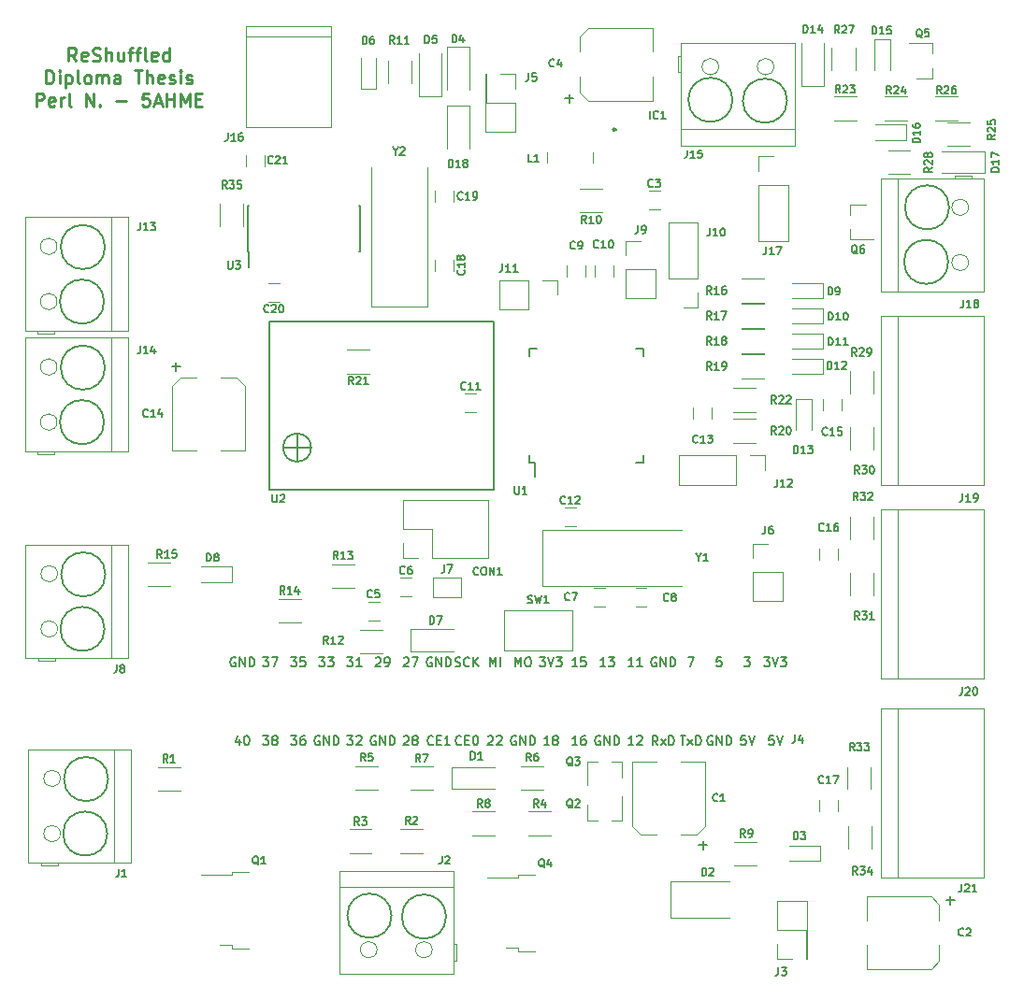
<source format=gto>
G04 #@! TF.FileFunction,Legend,Top*
%FSLAX46Y46*%
G04 Gerber Fmt 4.6, Leading zero omitted, Abs format (unit mm)*
G04 Created by KiCad (PCBNEW 4.0.7-e2-6376~61~ubuntu18.04.1) date Wed Jan  8 20:26:52 2020*
%MOMM*%
%LPD*%
G01*
G04 APERTURE LIST*
%ADD10C,0.100000*%
%ADD11C,0.250000*%
%ADD12C,0.120000*%
%ADD13C,0.150000*%
%ADD14C,0.254000*%
G04 APERTURE END LIST*
D10*
D11*
X67502259Y-74453057D02*
X67102259Y-73881629D01*
X66816544Y-74453057D02*
X66816544Y-73253057D01*
X67273687Y-73253057D01*
X67387973Y-73310200D01*
X67445116Y-73367343D01*
X67502259Y-73481629D01*
X67502259Y-73653057D01*
X67445116Y-73767343D01*
X67387973Y-73824486D01*
X67273687Y-73881629D01*
X66816544Y-73881629D01*
X68473687Y-74395914D02*
X68359401Y-74453057D01*
X68130830Y-74453057D01*
X68016544Y-74395914D01*
X67959401Y-74281629D01*
X67959401Y-73824486D01*
X68016544Y-73710200D01*
X68130830Y-73653057D01*
X68359401Y-73653057D01*
X68473687Y-73710200D01*
X68530830Y-73824486D01*
X68530830Y-73938771D01*
X67959401Y-74053057D01*
X68987972Y-74395914D02*
X69159401Y-74453057D01*
X69445115Y-74453057D01*
X69559401Y-74395914D01*
X69616544Y-74338771D01*
X69673687Y-74224486D01*
X69673687Y-74110200D01*
X69616544Y-73995914D01*
X69559401Y-73938771D01*
X69445115Y-73881629D01*
X69216544Y-73824486D01*
X69102258Y-73767343D01*
X69045115Y-73710200D01*
X68987972Y-73595914D01*
X68987972Y-73481629D01*
X69045115Y-73367343D01*
X69102258Y-73310200D01*
X69216544Y-73253057D01*
X69502258Y-73253057D01*
X69673687Y-73310200D01*
X70187972Y-74453057D02*
X70187972Y-73253057D01*
X70702258Y-74453057D02*
X70702258Y-73824486D01*
X70645115Y-73710200D01*
X70530829Y-73653057D01*
X70359401Y-73653057D01*
X70245115Y-73710200D01*
X70187972Y-73767343D01*
X71787972Y-73653057D02*
X71787972Y-74453057D01*
X71273686Y-73653057D02*
X71273686Y-74281629D01*
X71330829Y-74395914D01*
X71445115Y-74453057D01*
X71616543Y-74453057D01*
X71730829Y-74395914D01*
X71787972Y-74338771D01*
X72187972Y-73653057D02*
X72645115Y-73653057D01*
X72359400Y-74453057D02*
X72359400Y-73424486D01*
X72416543Y-73310200D01*
X72530829Y-73253057D01*
X72645115Y-73253057D01*
X72873686Y-73653057D02*
X73330829Y-73653057D01*
X73045114Y-74453057D02*
X73045114Y-73424486D01*
X73102257Y-73310200D01*
X73216543Y-73253057D01*
X73330829Y-73253057D01*
X73902257Y-74453057D02*
X73787971Y-74395914D01*
X73730828Y-74281629D01*
X73730828Y-73253057D01*
X74816542Y-74395914D02*
X74702256Y-74453057D01*
X74473685Y-74453057D01*
X74359399Y-74395914D01*
X74302256Y-74281629D01*
X74302256Y-73824486D01*
X74359399Y-73710200D01*
X74473685Y-73653057D01*
X74702256Y-73653057D01*
X74816542Y-73710200D01*
X74873685Y-73824486D01*
X74873685Y-73938771D01*
X74302256Y-74053057D01*
X75902256Y-74453057D02*
X75902256Y-73253057D01*
X75902256Y-74395914D02*
X75787970Y-74453057D01*
X75559399Y-74453057D01*
X75445113Y-74395914D01*
X75387970Y-74338771D01*
X75330827Y-74224486D01*
X75330827Y-73881629D01*
X75387970Y-73767343D01*
X75445113Y-73710200D01*
X75559399Y-73653057D01*
X75787970Y-73653057D01*
X75902256Y-73710200D01*
X64787971Y-76503057D02*
X64787971Y-75303057D01*
X65073686Y-75303057D01*
X65245114Y-75360200D01*
X65359400Y-75474486D01*
X65416543Y-75588771D01*
X65473686Y-75817343D01*
X65473686Y-75988771D01*
X65416543Y-76217343D01*
X65359400Y-76331629D01*
X65245114Y-76445914D01*
X65073686Y-76503057D01*
X64787971Y-76503057D01*
X65987971Y-76503057D02*
X65987971Y-75703057D01*
X65987971Y-75303057D02*
X65930828Y-75360200D01*
X65987971Y-75417343D01*
X66045114Y-75360200D01*
X65987971Y-75303057D01*
X65987971Y-75417343D01*
X66559400Y-75703057D02*
X66559400Y-76903057D01*
X66559400Y-75760200D02*
X66673686Y-75703057D01*
X66902257Y-75703057D01*
X67016543Y-75760200D01*
X67073686Y-75817343D01*
X67130829Y-75931629D01*
X67130829Y-76274486D01*
X67073686Y-76388771D01*
X67016543Y-76445914D01*
X66902257Y-76503057D01*
X66673686Y-76503057D01*
X66559400Y-76445914D01*
X67816543Y-76503057D02*
X67702257Y-76445914D01*
X67645114Y-76331629D01*
X67645114Y-75303057D01*
X68445114Y-76503057D02*
X68330828Y-76445914D01*
X68273685Y-76388771D01*
X68216542Y-76274486D01*
X68216542Y-75931629D01*
X68273685Y-75817343D01*
X68330828Y-75760200D01*
X68445114Y-75703057D01*
X68616542Y-75703057D01*
X68730828Y-75760200D01*
X68787971Y-75817343D01*
X68845114Y-75931629D01*
X68845114Y-76274486D01*
X68787971Y-76388771D01*
X68730828Y-76445914D01*
X68616542Y-76503057D01*
X68445114Y-76503057D01*
X69359399Y-76503057D02*
X69359399Y-75703057D01*
X69359399Y-75817343D02*
X69416542Y-75760200D01*
X69530828Y-75703057D01*
X69702256Y-75703057D01*
X69816542Y-75760200D01*
X69873685Y-75874486D01*
X69873685Y-76503057D01*
X69873685Y-75874486D02*
X69930828Y-75760200D01*
X70045114Y-75703057D01*
X70216542Y-75703057D01*
X70330828Y-75760200D01*
X70387971Y-75874486D01*
X70387971Y-76503057D01*
X71473685Y-76503057D02*
X71473685Y-75874486D01*
X71416542Y-75760200D01*
X71302256Y-75703057D01*
X71073685Y-75703057D01*
X70959399Y-75760200D01*
X71473685Y-76445914D02*
X71359399Y-76503057D01*
X71073685Y-76503057D01*
X70959399Y-76445914D01*
X70902256Y-76331629D01*
X70902256Y-76217343D01*
X70959399Y-76103057D01*
X71073685Y-76045914D01*
X71359399Y-76045914D01*
X71473685Y-75988771D01*
X72787971Y-75303057D02*
X73473685Y-75303057D01*
X73130828Y-76503057D02*
X73130828Y-75303057D01*
X73873685Y-76503057D02*
X73873685Y-75303057D01*
X74387971Y-76503057D02*
X74387971Y-75874486D01*
X74330828Y-75760200D01*
X74216542Y-75703057D01*
X74045114Y-75703057D01*
X73930828Y-75760200D01*
X73873685Y-75817343D01*
X75416542Y-76445914D02*
X75302256Y-76503057D01*
X75073685Y-76503057D01*
X74959399Y-76445914D01*
X74902256Y-76331629D01*
X74902256Y-75874486D01*
X74959399Y-75760200D01*
X75073685Y-75703057D01*
X75302256Y-75703057D01*
X75416542Y-75760200D01*
X75473685Y-75874486D01*
X75473685Y-75988771D01*
X74902256Y-76103057D01*
X75930827Y-76445914D02*
X76045113Y-76503057D01*
X76273685Y-76503057D01*
X76387970Y-76445914D01*
X76445113Y-76331629D01*
X76445113Y-76274486D01*
X76387970Y-76160200D01*
X76273685Y-76103057D01*
X76102256Y-76103057D01*
X75987970Y-76045914D01*
X75930827Y-75931629D01*
X75930827Y-75874486D01*
X75987970Y-75760200D01*
X76102256Y-75703057D01*
X76273685Y-75703057D01*
X76387970Y-75760200D01*
X76959399Y-76503057D02*
X76959399Y-75703057D01*
X76959399Y-75303057D02*
X76902256Y-75360200D01*
X76959399Y-75417343D01*
X77016542Y-75360200D01*
X76959399Y-75303057D01*
X76959399Y-75417343D01*
X77473685Y-76445914D02*
X77587971Y-76503057D01*
X77816543Y-76503057D01*
X77930828Y-76445914D01*
X77987971Y-76331629D01*
X77987971Y-76274486D01*
X77930828Y-76160200D01*
X77816543Y-76103057D01*
X77645114Y-76103057D01*
X77530828Y-76045914D01*
X77473685Y-75931629D01*
X77473685Y-75874486D01*
X77530828Y-75760200D01*
X77645114Y-75703057D01*
X77816543Y-75703057D01*
X77930828Y-75760200D01*
X63873686Y-78553057D02*
X63873686Y-77353057D01*
X64330829Y-77353057D01*
X64445115Y-77410200D01*
X64502258Y-77467343D01*
X64559401Y-77581629D01*
X64559401Y-77753057D01*
X64502258Y-77867343D01*
X64445115Y-77924486D01*
X64330829Y-77981629D01*
X63873686Y-77981629D01*
X65530829Y-78495914D02*
X65416543Y-78553057D01*
X65187972Y-78553057D01*
X65073686Y-78495914D01*
X65016543Y-78381629D01*
X65016543Y-77924486D01*
X65073686Y-77810200D01*
X65187972Y-77753057D01*
X65416543Y-77753057D01*
X65530829Y-77810200D01*
X65587972Y-77924486D01*
X65587972Y-78038771D01*
X65016543Y-78153057D01*
X66102257Y-78553057D02*
X66102257Y-77753057D01*
X66102257Y-77981629D02*
X66159400Y-77867343D01*
X66216543Y-77810200D01*
X66330829Y-77753057D01*
X66445114Y-77753057D01*
X67016543Y-78553057D02*
X66902257Y-78495914D01*
X66845114Y-78381629D01*
X66845114Y-77353057D01*
X68387971Y-78553057D02*
X68387971Y-77353057D01*
X69073686Y-78553057D01*
X69073686Y-77353057D01*
X69645114Y-78438771D02*
X69702257Y-78495914D01*
X69645114Y-78553057D01*
X69587971Y-78495914D01*
X69645114Y-78438771D01*
X69645114Y-78553057D01*
X71130829Y-78095914D02*
X72045115Y-78095914D01*
X74102258Y-77353057D02*
X73530829Y-77353057D01*
X73473686Y-77924486D01*
X73530829Y-77867343D01*
X73645115Y-77810200D01*
X73930829Y-77810200D01*
X74045115Y-77867343D01*
X74102258Y-77924486D01*
X74159401Y-78038771D01*
X74159401Y-78324486D01*
X74102258Y-78438771D01*
X74045115Y-78495914D01*
X73930829Y-78553057D01*
X73645115Y-78553057D01*
X73530829Y-78495914D01*
X73473686Y-78438771D01*
X74616543Y-78210200D02*
X75187972Y-78210200D01*
X74502258Y-78553057D02*
X74902258Y-77353057D01*
X75302258Y-78553057D01*
X75702257Y-78553057D02*
X75702257Y-77353057D01*
X75702257Y-77924486D02*
X76387972Y-77924486D01*
X76387972Y-78553057D02*
X76387972Y-77353057D01*
X76959400Y-78553057D02*
X76959400Y-77353057D01*
X77359400Y-78210200D01*
X77759400Y-77353057D01*
X77759400Y-78553057D01*
X78330829Y-77924486D02*
X78730829Y-77924486D01*
X78902258Y-78553057D02*
X78330829Y-78553057D01*
X78330829Y-77353057D01*
X78902258Y-77353057D01*
D12*
X142732000Y-79810000D02*
X140732000Y-79810000D01*
X140732000Y-77670000D02*
X142732000Y-77670000D01*
X146407000Y-80021000D02*
X148407000Y-80021000D01*
X148407000Y-82161000D02*
X146407000Y-82161000D01*
X122293600Y-116895000D02*
X109693600Y-116895000D01*
X109693600Y-116895000D02*
X109693600Y-121995000D01*
X109693600Y-121995000D02*
X122293600Y-121995000D01*
X121274000Y-148783000D02*
X121274000Y-152083000D01*
X121274000Y-152083000D02*
X126674000Y-152083000D01*
X121274000Y-148783000D02*
X126674000Y-148783000D01*
X112392400Y-127859000D02*
X106272400Y-127859000D01*
X106272400Y-127859000D02*
X106272400Y-124239000D01*
X106272400Y-124239000D02*
X112392400Y-124239000D01*
X112392400Y-124239000D02*
X112392400Y-127859000D01*
D13*
X108490000Y-110839000D02*
X109065000Y-110839000D01*
X108490000Y-100489000D02*
X109165000Y-100489000D01*
X118840000Y-100489000D02*
X118165000Y-100489000D01*
X118840000Y-110839000D02*
X118165000Y-110839000D01*
X108490000Y-110839000D02*
X108490000Y-110164000D01*
X118840000Y-110839000D02*
X118840000Y-110164000D01*
X118840000Y-100489000D02*
X118840000Y-101164000D01*
X108490000Y-100489000D02*
X108490000Y-101164000D01*
X109065000Y-110839000D02*
X109065000Y-112114000D01*
D12*
X141884000Y-148446000D02*
X141884000Y-133146000D01*
X140384000Y-148446000D02*
X140384000Y-133146000D01*
X140384000Y-133146000D02*
X149684000Y-133146000D01*
X149684000Y-133146000D02*
X149684000Y-148446000D01*
X149684000Y-148446000D02*
X140384000Y-148446000D01*
X141884000Y-130412000D02*
X141884000Y-115112000D01*
X140384000Y-130412000D02*
X140384000Y-115112000D01*
X140384000Y-115112000D02*
X149684000Y-115112000D01*
X149684000Y-115112000D02*
X149684000Y-130412000D01*
X149684000Y-130412000D02*
X140384000Y-130412000D01*
D13*
X131861000Y-78050000D02*
G75*
G03X131861000Y-78050000I-2000000J0D01*
G01*
X126921000Y-77970000D02*
G75*
G03X126921000Y-77970000I-2000000J0D01*
G01*
D12*
X132571000Y-80620000D02*
X122271000Y-80620000D01*
X130671000Y-74970000D02*
G75*
G03X130671000Y-74970000I-750000J0D01*
G01*
X125671000Y-74970000D02*
G75*
G03X125671000Y-74970000I-750000J0D01*
G01*
X122021000Y-75470000D02*
X122271000Y-75470000D01*
X122271000Y-73970000D02*
X122021000Y-73970000D01*
X122021000Y-73970000D02*
X122021000Y-75470000D01*
X132571000Y-82120000D02*
X122271000Y-82120000D01*
X122271000Y-82120000D02*
X122271000Y-72820000D01*
X122271000Y-72820000D02*
X132571000Y-72820000D01*
X132571000Y-72820000D02*
X132571000Y-82120000D01*
D13*
X70104000Y-102233000D02*
G75*
G03X70104000Y-102233000I-2000000J0D01*
G01*
X70024000Y-107173000D02*
G75*
G03X70024000Y-107173000I-2000000J0D01*
G01*
D12*
X70674000Y-99523000D02*
X70674000Y-109823000D01*
X65774000Y-102173000D02*
G75*
G03X65774000Y-102173000I-750000J0D01*
G01*
X65774000Y-107173000D02*
G75*
G03X65774000Y-107173000I-750000J0D01*
G01*
X65524000Y-110073000D02*
X65524000Y-109823000D01*
X64024000Y-109823000D02*
X64024000Y-110073000D01*
X64024000Y-110073000D02*
X65524000Y-110073000D01*
X72174000Y-99523000D02*
X72174000Y-109823000D01*
X72174000Y-109823000D02*
X62874000Y-109823000D01*
X62874000Y-109823000D02*
X62874000Y-99523000D01*
X62874000Y-99523000D02*
X72174000Y-99523000D01*
D13*
X70104000Y-91311000D02*
G75*
G03X70104000Y-91311000I-2000000J0D01*
G01*
X70024000Y-96251000D02*
G75*
G03X70024000Y-96251000I-2000000J0D01*
G01*
D12*
X70674000Y-88601000D02*
X70674000Y-98901000D01*
X65774000Y-91251000D02*
G75*
G03X65774000Y-91251000I-750000J0D01*
G01*
X65774000Y-96251000D02*
G75*
G03X65774000Y-96251000I-750000J0D01*
G01*
X65524000Y-99151000D02*
X65524000Y-98901000D01*
X64024000Y-98901000D02*
X64024000Y-99151000D01*
X64024000Y-99151000D02*
X65524000Y-99151000D01*
X72174000Y-88601000D02*
X72174000Y-98901000D01*
X72174000Y-98901000D02*
X62874000Y-98901000D01*
X62874000Y-98901000D02*
X62874000Y-88601000D01*
X62874000Y-88601000D02*
X72174000Y-88601000D01*
X104835000Y-119440000D02*
X104835000Y-114240000D01*
X99695000Y-119440000D02*
X104835000Y-119440000D01*
X97095000Y-114240000D02*
X104835000Y-114240000D01*
X99695000Y-119440000D02*
X99695000Y-116840000D01*
X99695000Y-116840000D02*
X97095000Y-116840000D01*
X97095000Y-116840000D02*
X97095000Y-114240000D01*
X98425000Y-119440000D02*
X97095000Y-119440000D01*
X97095000Y-119440000D02*
X97095000Y-118110000D01*
D13*
X83063000Y-91737000D02*
X83088000Y-91737000D01*
X83063000Y-87587000D02*
X83168000Y-87587000D01*
X93213000Y-87587000D02*
X93108000Y-87587000D01*
X93213000Y-91737000D02*
X93108000Y-91737000D01*
X83063000Y-91737000D02*
X83063000Y-87587000D01*
X93213000Y-91737000D02*
X93213000Y-87587000D01*
X83088000Y-91737000D02*
X83088000Y-93112000D01*
X70398000Y-139506000D02*
G75*
G03X70398000Y-139506000I-2000000J0D01*
G01*
X70318000Y-144446000D02*
G75*
G03X70318000Y-144446000I-2000000J0D01*
G01*
D12*
X70968000Y-136796000D02*
X70968000Y-147096000D01*
X66068000Y-139446000D02*
G75*
G03X66068000Y-139446000I-750000J0D01*
G01*
X66068000Y-144446000D02*
G75*
G03X66068000Y-144446000I-750000J0D01*
G01*
X65818000Y-147346000D02*
X65818000Y-147096000D01*
X64318000Y-147096000D02*
X64318000Y-147346000D01*
X64318000Y-147346000D02*
X65818000Y-147346000D01*
X72468000Y-136796000D02*
X72468000Y-147096000D01*
X72468000Y-147096000D02*
X63168000Y-147096000D01*
X63168000Y-147096000D02*
X63168000Y-136796000D01*
X63168000Y-136796000D02*
X72468000Y-136796000D01*
D13*
X146454000Y-92650000D02*
G75*
G03X146454000Y-92650000I-2000000J0D01*
G01*
X146534000Y-87710000D02*
G75*
G03X146534000Y-87710000I-2000000J0D01*
G01*
D12*
X141884000Y-95360000D02*
X141884000Y-85060000D01*
X148284000Y-92710000D02*
G75*
G03X148284000Y-92710000I-750000J0D01*
G01*
X148284000Y-87710000D02*
G75*
G03X148284000Y-87710000I-750000J0D01*
G01*
X147034000Y-84810000D02*
X147034000Y-85060000D01*
X148534000Y-85060000D02*
X148534000Y-84810000D01*
X148534000Y-84810000D02*
X147034000Y-84810000D01*
X140384000Y-95360000D02*
X140384000Y-85060000D01*
X140384000Y-85060000D02*
X149684000Y-85060000D01*
X149684000Y-85060000D02*
X149684000Y-95360000D01*
X149684000Y-95360000D02*
X140384000Y-95360000D01*
X141884000Y-112886000D02*
X141884000Y-97586000D01*
X140384000Y-112886000D02*
X140384000Y-97586000D01*
X140384000Y-97586000D02*
X149684000Y-97586000D01*
X149684000Y-97586000D02*
X149684000Y-112886000D01*
X149684000Y-112886000D02*
X140384000Y-112886000D01*
X129313000Y-90803000D02*
X131973000Y-90803000D01*
X129313000Y-85663000D02*
X129313000Y-90803000D01*
X131973000Y-85663000D02*
X131973000Y-90803000D01*
X129313000Y-85663000D02*
X131973000Y-85663000D01*
X129313000Y-84393000D02*
X129313000Y-83063000D01*
X129313000Y-83063000D02*
X130643000Y-83063000D01*
D14*
X116360000Y-80669000D02*
G75*
G03X116360000Y-80669000I-125000J0D01*
G01*
D12*
X104588000Y-75632000D02*
X104588000Y-80832000D01*
X104648000Y-75632000D02*
X104588000Y-75632000D01*
X107248000Y-80832000D02*
X104588000Y-80832000D01*
X104648000Y-75632000D02*
X104648000Y-78232000D01*
X104648000Y-78232000D02*
X107248000Y-78232000D01*
X107248000Y-78232000D02*
X107248000Y-80832000D01*
X105918000Y-75632000D02*
X107248000Y-75632000D01*
X107248000Y-75632000D02*
X107248000Y-76962000D01*
D13*
X70144000Y-120964000D02*
G75*
G03X70144000Y-120964000I-2000000J0D01*
G01*
X70064000Y-125904000D02*
G75*
G03X70064000Y-125904000I-2000000J0D01*
G01*
D12*
X70714000Y-118254000D02*
X70714000Y-128554000D01*
X65814000Y-120904000D02*
G75*
G03X65814000Y-120904000I-750000J0D01*
G01*
X65814000Y-125904000D02*
G75*
G03X65814000Y-125904000I-750000J0D01*
G01*
X65564000Y-128804000D02*
X65564000Y-128554000D01*
X64064000Y-128554000D02*
X64064000Y-128804000D01*
X64064000Y-128804000D02*
X65564000Y-128804000D01*
X72214000Y-118254000D02*
X72214000Y-128554000D01*
X72214000Y-128554000D02*
X62914000Y-128554000D01*
X62914000Y-128554000D02*
X62914000Y-118254000D01*
X62914000Y-118254000D02*
X72214000Y-118254000D01*
X122114000Y-110176000D02*
X122114000Y-112836000D01*
X127254000Y-110176000D02*
X122114000Y-110176000D01*
X127254000Y-112836000D02*
X122114000Y-112836000D01*
X127254000Y-110176000D02*
X127254000Y-112836000D01*
X128524000Y-110176000D02*
X129854000Y-110176000D01*
X129854000Y-110176000D02*
X129854000Y-111506000D01*
X133664000Y-155762000D02*
X133664000Y-150562000D01*
X133604000Y-155762000D02*
X133664000Y-155762000D01*
X131004000Y-150562000D02*
X133664000Y-150562000D01*
X133604000Y-155762000D02*
X133604000Y-153162000D01*
X133604000Y-153162000D02*
X131004000Y-153162000D01*
X131004000Y-153162000D02*
X131004000Y-150562000D01*
X132334000Y-155762000D02*
X131004000Y-155762000D01*
X131004000Y-155762000D02*
X131004000Y-154432000D01*
X102322000Y-121222000D02*
X99782000Y-121222000D01*
X99782000Y-123002000D02*
X102322000Y-123002000D01*
X99782000Y-123002000D02*
X99782000Y-121222000D01*
X102322000Y-121222000D02*
X102322000Y-123002000D01*
X128805000Y-123378500D02*
X131465000Y-123378500D01*
X128805000Y-120778500D02*
X128805000Y-123378500D01*
X131465000Y-120778500D02*
X131465000Y-123378500D01*
X128805000Y-120778500D02*
X131465000Y-120778500D01*
X128805000Y-119508500D02*
X128805000Y-118178500D01*
X128805000Y-118178500D02*
X130135000Y-118178500D01*
X117288000Y-95945000D02*
X119948000Y-95945000D01*
X117288000Y-93345000D02*
X117288000Y-95945000D01*
X119948000Y-93345000D02*
X119948000Y-95945000D01*
X117288000Y-93345000D02*
X119948000Y-93345000D01*
X117288000Y-92075000D02*
X117288000Y-90745000D01*
X117288000Y-90745000D02*
X118618000Y-90745000D01*
X123808800Y-89055900D02*
X121148800Y-89055900D01*
X123808800Y-94195900D02*
X123808800Y-89055900D01*
X121148800Y-94195900D02*
X121148800Y-89055900D01*
X123808800Y-94195900D02*
X121148800Y-94195900D01*
X123808800Y-95465900D02*
X123808800Y-96795900D01*
X123808800Y-96795900D02*
X122478800Y-96795900D01*
X105858000Y-94301000D02*
X105858000Y-96961000D01*
X108458000Y-94301000D02*
X105858000Y-94301000D01*
X108458000Y-96961000D02*
X105858000Y-96961000D01*
X108458000Y-94301000D02*
X108458000Y-96961000D01*
X109728000Y-94301000D02*
X111058000Y-94301000D01*
X111058000Y-94301000D02*
X111058000Y-95631000D01*
D13*
X96050800Y-151885000D02*
G75*
G03X96050800Y-151885000I-2000000J0D01*
G01*
X100990800Y-151965000D02*
G75*
G03X100990800Y-151965000I-2000000J0D01*
G01*
D12*
X91340800Y-149315000D02*
X101640800Y-149315000D01*
X94740800Y-154965000D02*
G75*
G03X94740800Y-154965000I-750000J0D01*
G01*
X99740800Y-154965000D02*
G75*
G03X99740800Y-154965000I-750000J0D01*
G01*
X101890800Y-154465000D02*
X101640800Y-154465000D01*
X101640800Y-155965000D02*
X101890800Y-155965000D01*
X101890800Y-155965000D02*
X101890800Y-154465000D01*
X91340800Y-147815000D02*
X101640800Y-147815000D01*
X101640800Y-147815000D02*
X101640800Y-157115000D01*
X101640800Y-157115000D02*
X91340800Y-157115000D01*
X91340800Y-157115000D02*
X91340800Y-147815000D01*
X145055500Y-76003500D02*
X145055500Y-75073500D01*
X145055500Y-72843500D02*
X145055500Y-73773500D01*
X145055500Y-72843500D02*
X142895500Y-72843500D01*
X145055500Y-76003500D02*
X143595500Y-76003500D01*
X137543000Y-87447000D02*
X137543000Y-88377000D01*
X137543000Y-90607000D02*
X137543000Y-89677000D01*
X137543000Y-90607000D02*
X139703000Y-90607000D01*
X137543000Y-87447000D02*
X139003000Y-87447000D01*
X113736000Y-143254000D02*
X114666000Y-143254000D01*
X116896000Y-143254000D02*
X115966000Y-143254000D01*
X116896000Y-143254000D02*
X116896000Y-141094000D01*
X113736000Y-143254000D02*
X113736000Y-141794000D01*
X116896000Y-137924000D02*
X115966000Y-137924000D01*
X113736000Y-137924000D02*
X114666000Y-137924000D01*
X113736000Y-137924000D02*
X113736000Y-140084000D01*
X116896000Y-137924000D02*
X116896000Y-139384000D01*
X145304000Y-77670000D02*
X147304000Y-77670000D01*
X147304000Y-79810000D02*
X145304000Y-79810000D01*
X97766000Y-138314000D02*
X99766000Y-138314000D01*
X99766000Y-140454000D02*
X97766000Y-140454000D01*
X92241500Y-144054400D02*
X94241500Y-144054400D01*
X94241500Y-146194400D02*
X92241500Y-146194400D01*
X98851600Y-146194400D02*
X96851600Y-146194400D01*
X96851600Y-144054400D02*
X98851600Y-144054400D01*
X92654000Y-122166000D02*
X90654000Y-122166000D01*
X90654000Y-120026000D02*
X92654000Y-120026000D01*
X136160000Y-77670000D02*
X138160000Y-77670000D01*
X138160000Y-79810000D02*
X136160000Y-79810000D01*
X108474000Y-142440000D02*
X110474000Y-142440000D01*
X110474000Y-144580000D02*
X108474000Y-144580000D01*
X109799000Y-140454000D02*
X107799000Y-140454000D01*
X107799000Y-138314000D02*
X109799000Y-138314000D01*
X115133000Y-88130000D02*
X113133000Y-88130000D01*
X113133000Y-85990000D02*
X115133000Y-85990000D01*
X127778000Y-94180000D02*
X129778000Y-94180000D01*
X129778000Y-96320000D02*
X127778000Y-96320000D01*
X127778000Y-96466000D02*
X129778000Y-96466000D01*
X129778000Y-98606000D02*
X127778000Y-98606000D01*
X97844000Y-74438000D02*
X97844000Y-76438000D01*
X95704000Y-76438000D02*
X95704000Y-74438000D01*
X127778000Y-98752000D02*
X129778000Y-98752000D01*
X129778000Y-100892000D02*
X127778000Y-100892000D01*
X127778000Y-101038000D02*
X129778000Y-101038000D01*
X129778000Y-103178000D02*
X127778000Y-103178000D01*
X76906000Y-140581000D02*
X74906000Y-140581000D01*
X74906000Y-138441000D02*
X76906000Y-138441000D01*
X103394000Y-142440000D02*
X105394000Y-142440000D01*
X105394000Y-144580000D02*
X103394000Y-144580000D01*
X95194000Y-128135000D02*
X93194000Y-128135000D01*
X93194000Y-125995000D02*
X95194000Y-125995000D01*
X92025600Y-100620400D02*
X94025600Y-100620400D01*
X94025600Y-102760400D02*
X92025600Y-102760400D01*
X127016000Y-104086000D02*
X129016000Y-104086000D01*
X129016000Y-106226000D02*
X127016000Y-106226000D01*
X135897600Y-75283800D02*
X135897600Y-73283800D01*
X138037600Y-73283800D02*
X138037600Y-75283800D01*
X141009500Y-82573700D02*
X143009500Y-82573700D01*
X143009500Y-84713700D02*
X141009500Y-84713700D01*
X80464000Y-89392000D02*
X80464000Y-87392000D01*
X82604000Y-87392000D02*
X82604000Y-89392000D01*
X137574000Y-104570000D02*
X137574000Y-102570000D01*
X139714000Y-102570000D02*
X139714000Y-104570000D01*
X139714000Y-120858000D02*
X139714000Y-122858000D01*
X137574000Y-122858000D02*
X137574000Y-120858000D01*
X137332700Y-140409400D02*
X137332700Y-138409400D01*
X139472700Y-138409400D02*
X139472700Y-140409400D01*
X137574000Y-109650000D02*
X137574000Y-107650000D01*
X139714000Y-107650000D02*
X139714000Y-109650000D01*
X139714000Y-115778000D02*
X139714000Y-117778000D01*
X137574000Y-117778000D02*
X137574000Y-115778000D01*
X137360000Y-145780000D02*
X137360000Y-143780000D01*
X139500000Y-143780000D02*
X139500000Y-145780000D01*
X129103000Y-147312000D02*
X127103000Y-147312000D01*
X127103000Y-145172000D02*
X129103000Y-145172000D01*
X129016000Y-109020000D02*
X127016000Y-109020000D01*
X127016000Y-106880000D02*
X129016000Y-106880000D01*
X87828000Y-125341000D02*
X85828000Y-125341000D01*
X85828000Y-123201000D02*
X87828000Y-123201000D01*
X74017000Y-119899000D02*
X76017000Y-119899000D01*
X76017000Y-122039000D02*
X74017000Y-122039000D01*
X114302600Y-82704200D02*
X114302600Y-83694200D01*
X110102600Y-82704200D02*
X110102600Y-83694200D01*
X83104000Y-147934000D02*
X81604000Y-147934000D01*
X81604000Y-147934000D02*
X81604000Y-148204000D01*
X81604000Y-148204000D02*
X78774000Y-148204000D01*
X83104000Y-154834000D02*
X81604000Y-154834000D01*
X81604000Y-154834000D02*
X81604000Y-154564000D01*
X81604000Y-154564000D02*
X80504000Y-154564000D01*
X109012000Y-148188000D02*
X107512000Y-148188000D01*
X107512000Y-148188000D02*
X107512000Y-148458000D01*
X107512000Y-148458000D02*
X104682000Y-148458000D01*
X109012000Y-155088000D02*
X107512000Y-155088000D01*
X107512000Y-155088000D02*
X107512000Y-154818000D01*
X107512000Y-154818000D02*
X106412000Y-154818000D01*
X134856000Y-146942000D02*
X134856000Y-145542000D01*
X134856000Y-145542000D02*
X132056000Y-145542000D01*
X134856000Y-146942000D02*
X132056000Y-146942000D01*
X93280000Y-76984000D02*
X94680000Y-76984000D01*
X94680000Y-76984000D02*
X94680000Y-74184000D01*
X93280000Y-76984000D02*
X93280000Y-74184000D01*
X81643000Y-121669000D02*
X81643000Y-120269000D01*
X81643000Y-120269000D02*
X78843000Y-120269000D01*
X81643000Y-121669000D02*
X78843000Y-121669000D01*
X135150000Y-95950000D02*
X135150000Y-94550000D01*
X135150000Y-94550000D02*
X132350000Y-94550000D01*
X135150000Y-95950000D02*
X132350000Y-95950000D01*
X135150000Y-98236000D02*
X135150000Y-96836000D01*
X135150000Y-96836000D02*
X132350000Y-96836000D01*
X135150000Y-98236000D02*
X132350000Y-98236000D01*
X135150000Y-100522000D02*
X135150000Y-99122000D01*
X135150000Y-99122000D02*
X132350000Y-99122000D01*
X135150000Y-100522000D02*
X132350000Y-100522000D01*
X135150000Y-102808000D02*
X135150000Y-101408000D01*
X135150000Y-101408000D02*
X132350000Y-101408000D01*
X135150000Y-102808000D02*
X132350000Y-102808000D01*
X134068000Y-105112000D02*
X132668000Y-105112000D01*
X132668000Y-105112000D02*
X132668000Y-107912000D01*
X134068000Y-105112000D02*
X134068000Y-107912000D01*
X141185500Y-72496500D02*
X139785500Y-72496500D01*
X139785500Y-72496500D02*
X139785500Y-75296500D01*
X141185500Y-72496500D02*
X141185500Y-75296500D01*
X142628400Y-81613200D02*
X142628400Y-80213200D01*
X142628400Y-80213200D02*
X139828400Y-80213200D01*
X142628400Y-81613200D02*
X139828400Y-81613200D01*
X94813000Y-140454000D02*
X92813000Y-140454000D01*
X92813000Y-138314000D02*
X94813000Y-138314000D01*
D13*
X86233000Y-109474000D02*
X88773000Y-109474000D01*
X87503000Y-110744000D02*
X87503000Y-108204000D01*
X88773000Y-109474000D02*
G75*
G03X88773000Y-109474000I-1270000J0D01*
G01*
X84963000Y-113284000D02*
X105283000Y-113284000D01*
X105283000Y-113284000D02*
X105283000Y-98044000D01*
X105283000Y-98044000D02*
X84963000Y-98044000D01*
X84963000Y-98044000D02*
X84963000Y-113284000D01*
D12*
X124458000Y-137924000D02*
X122278000Y-137924000D01*
X117858000Y-137924000D02*
X120038000Y-137924000D01*
X123698000Y-144524000D02*
X122278000Y-144524000D01*
X118618000Y-144524000D02*
X120038000Y-144524000D01*
X124458000Y-137924000D02*
X124458000Y-143764000D01*
X124458000Y-143764000D02*
X123698000Y-144524000D01*
X118618000Y-144524000D02*
X117858000Y-143764000D01*
X117858000Y-143764000D02*
X117858000Y-137924000D01*
X139052400Y-150104800D02*
X139052400Y-152284800D01*
X139052400Y-156704800D02*
X139052400Y-154524800D01*
X145652400Y-150864800D02*
X145652400Y-152284800D01*
X145652400Y-155944800D02*
X145652400Y-154524800D01*
X139052400Y-150104800D02*
X144892400Y-150104800D01*
X144892400Y-150104800D02*
X145652400Y-150864800D01*
X145652400Y-155944800D02*
X144892400Y-156704800D01*
X144892400Y-156704800D02*
X139052400Y-156704800D01*
X119348000Y-87910000D02*
X120348000Y-87910000D01*
X120348000Y-86210000D02*
X119348000Y-86210000D01*
X119719000Y-78041000D02*
X119719000Y-75861000D01*
X119719000Y-71441000D02*
X119719000Y-73621000D01*
X113119000Y-77281000D02*
X113119000Y-75861000D01*
X113119000Y-72201000D02*
X113119000Y-73621000D01*
X119719000Y-78041000D02*
X113879000Y-78041000D01*
X113879000Y-78041000D02*
X113119000Y-77281000D01*
X113119000Y-72201000D02*
X113879000Y-71441000D01*
X113879000Y-71441000D02*
X119719000Y-71441000D01*
X93948000Y-125121000D02*
X94948000Y-125121000D01*
X94948000Y-123421000D02*
X93948000Y-123421000D01*
X96869000Y-122962000D02*
X97869000Y-122962000D01*
X97869000Y-121262000D02*
X96869000Y-121262000D01*
X115382300Y-122176400D02*
X114382300Y-122176400D01*
X114382300Y-123876400D02*
X115382300Y-123876400D01*
X118141500Y-123876400D02*
X119141500Y-123876400D01*
X119141500Y-122176400D02*
X118141500Y-122176400D01*
X111926000Y-92972000D02*
X111926000Y-93972000D01*
X113626000Y-93972000D02*
X113626000Y-92972000D01*
X114466000Y-92972000D02*
X114466000Y-93972000D01*
X116166000Y-93972000D02*
X116166000Y-92972000D01*
X103711000Y-104561500D02*
X102711000Y-104561500D01*
X102711000Y-106261500D02*
X103711000Y-106261500D01*
X112728000Y-114912000D02*
X111728000Y-114912000D01*
X111728000Y-116612000D02*
X112728000Y-116612000D01*
X123316000Y-105864000D02*
X123316000Y-106864000D01*
X125016000Y-106864000D02*
X125016000Y-105864000D01*
X76202000Y-109726000D02*
X78382000Y-109726000D01*
X82802000Y-109726000D02*
X80622000Y-109726000D01*
X76962000Y-103126000D02*
X78382000Y-103126000D01*
X82042000Y-103126000D02*
X80622000Y-103126000D01*
X76202000Y-109726000D02*
X76202000Y-103886000D01*
X76202000Y-103886000D02*
X76962000Y-103126000D01*
X82042000Y-103126000D02*
X82802000Y-103886000D01*
X82802000Y-103886000D02*
X82802000Y-109726000D01*
X136827000Y-106102000D02*
X136827000Y-105102000D01*
X135127000Y-105102000D02*
X135127000Y-106102000D01*
X134786000Y-118626000D02*
X134786000Y-119626000D01*
X136486000Y-119626000D02*
X136486000Y-118626000D01*
X136446000Y-142424000D02*
X136446000Y-141424000D01*
X134746000Y-141424000D02*
X134746000Y-142424000D01*
X99998800Y-92465500D02*
X99998800Y-93465500D01*
X101698800Y-93465500D02*
X101698800Y-92465500D01*
X101698800Y-87204400D02*
X101698800Y-86204400D01*
X99998800Y-86204400D02*
X99998800Y-87204400D01*
X84880200Y-96266600D02*
X85880200Y-96266600D01*
X85880200Y-94566600D02*
X84880200Y-94566600D01*
X82866500Y-83004000D02*
X82866500Y-84004000D01*
X84566500Y-84004000D02*
X84566500Y-83004000D01*
X101494400Y-138409400D02*
X101494400Y-140409400D01*
X101494400Y-140409400D02*
X105394400Y-140409400D01*
X101494400Y-138409400D02*
X105394400Y-138409400D01*
X103108000Y-73188000D02*
X101108000Y-73188000D01*
X101108000Y-73188000D02*
X101108000Y-77088000D01*
X103108000Y-73188000D02*
X103108000Y-77088000D01*
X98568000Y-77688000D02*
X100568000Y-77688000D01*
X100568000Y-77688000D02*
X100568000Y-73788000D01*
X98568000Y-77688000D02*
X98568000Y-73788000D01*
X97786000Y-125938000D02*
X97786000Y-127938000D01*
X97786000Y-127938000D02*
X101686000Y-127938000D01*
X97786000Y-125938000D02*
X101686000Y-125938000D01*
X133199000Y-76737000D02*
X135199000Y-76737000D01*
X135199000Y-76737000D02*
X135199000Y-72837000D01*
X133199000Y-76737000D02*
X133199000Y-72837000D01*
X149784000Y-84631000D02*
X149784000Y-82631000D01*
X149784000Y-82631000D02*
X145884000Y-82631000D01*
X149784000Y-84631000D02*
X145884000Y-84631000D01*
X103108000Y-78522000D02*
X101108000Y-78522000D01*
X101108000Y-78522000D02*
X101108000Y-82422000D01*
X103108000Y-78522000D02*
X103108000Y-82422000D01*
X90551000Y-72269000D02*
X82851000Y-72269000D01*
X90551000Y-71269000D02*
X82851000Y-71269000D01*
X82851000Y-71269000D02*
X82851000Y-80469000D01*
X82851000Y-80469000D02*
X90551000Y-80469000D01*
X90551000Y-80469000D02*
X90551000Y-71269000D01*
X94184000Y-84081000D02*
X94184000Y-96681000D01*
X94184000Y-96681000D02*
X99284000Y-96681000D01*
X99284000Y-96681000D02*
X99284000Y-84081000D01*
D13*
X132608667Y-135506667D02*
X132608667Y-136006667D01*
X132575333Y-136106667D01*
X132508667Y-136173333D01*
X132408667Y-136206667D01*
X132342000Y-136206667D01*
X133242000Y-135740000D02*
X133242000Y-136206667D01*
X133075333Y-135473333D02*
X132908666Y-135973333D01*
X133342000Y-135973333D01*
X129794763Y-128490952D02*
X130302382Y-128490952D01*
X130029049Y-128803333D01*
X130146191Y-128803333D01*
X130224287Y-128842381D01*
X130263334Y-128881429D01*
X130302382Y-128959524D01*
X130302382Y-129154762D01*
X130263334Y-129232857D01*
X130224287Y-129271905D01*
X130146191Y-129310952D01*
X129911906Y-129310952D01*
X129833810Y-129271905D01*
X129794763Y-129232857D01*
X130536667Y-128490952D02*
X130810001Y-129310952D01*
X131083334Y-128490952D01*
X131278572Y-128490952D02*
X131786191Y-128490952D01*
X131512858Y-128803333D01*
X131630000Y-128803333D01*
X131708096Y-128842381D01*
X131747143Y-128881429D01*
X131786191Y-128959524D01*
X131786191Y-129154762D01*
X131747143Y-129232857D01*
X131708096Y-129271905D01*
X131630000Y-129310952D01*
X131395715Y-129310952D01*
X131317619Y-129271905D01*
X131278572Y-129232857D01*
X127996667Y-128490952D02*
X128504286Y-128490952D01*
X128230953Y-128803333D01*
X128348095Y-128803333D01*
X128426191Y-128842381D01*
X128465238Y-128881429D01*
X128504286Y-128959524D01*
X128504286Y-129154762D01*
X128465238Y-129232857D01*
X128426191Y-129271905D01*
X128348095Y-129310952D01*
X128113810Y-129310952D01*
X128035714Y-129271905D01*
X127996667Y-129232857D01*
X125925238Y-128490952D02*
X125534762Y-128490952D01*
X125495714Y-128881429D01*
X125534762Y-128842381D01*
X125612857Y-128803333D01*
X125808095Y-128803333D01*
X125886191Y-128842381D01*
X125925238Y-128881429D01*
X125964286Y-128959524D01*
X125964286Y-129154762D01*
X125925238Y-129232857D01*
X125886191Y-129271905D01*
X125808095Y-129310952D01*
X125612857Y-129310952D01*
X125534762Y-129271905D01*
X125495714Y-129232857D01*
X122916667Y-128490952D02*
X123463334Y-128490952D01*
X123111905Y-129310952D01*
X120025238Y-128530000D02*
X119947143Y-128490952D01*
X119830000Y-128490952D01*
X119712857Y-128530000D01*
X119634762Y-128608095D01*
X119595714Y-128686190D01*
X119556666Y-128842381D01*
X119556666Y-128959524D01*
X119595714Y-129115714D01*
X119634762Y-129193810D01*
X119712857Y-129271905D01*
X119830000Y-129310952D01*
X119908095Y-129310952D01*
X120025238Y-129271905D01*
X120064286Y-129232857D01*
X120064286Y-128959524D01*
X119908095Y-128959524D01*
X120415714Y-129310952D02*
X120415714Y-128490952D01*
X120884286Y-129310952D01*
X120884286Y-128490952D01*
X121274762Y-129310952D02*
X121274762Y-128490952D01*
X121470000Y-128490952D01*
X121587143Y-128530000D01*
X121665238Y-128608095D01*
X121704286Y-128686190D01*
X121743334Y-128842381D01*
X121743334Y-128959524D01*
X121704286Y-129115714D01*
X121665238Y-129193810D01*
X121587143Y-129271905D01*
X121470000Y-129310952D01*
X121274762Y-129310952D01*
X117953810Y-129310952D02*
X117485238Y-129310952D01*
X117719524Y-129310952D02*
X117719524Y-128490952D01*
X117641429Y-128608095D01*
X117563334Y-128686190D01*
X117485238Y-128725238D01*
X118734762Y-129310952D02*
X118266190Y-129310952D01*
X118500476Y-129310952D02*
X118500476Y-128490952D01*
X118422381Y-128608095D01*
X118344286Y-128686190D01*
X118266190Y-128725238D01*
X115413810Y-129310952D02*
X114945238Y-129310952D01*
X115179524Y-129310952D02*
X115179524Y-128490952D01*
X115101429Y-128608095D01*
X115023334Y-128686190D01*
X114945238Y-128725238D01*
X115687143Y-128490952D02*
X116194762Y-128490952D01*
X115921429Y-128803333D01*
X116038571Y-128803333D01*
X116116667Y-128842381D01*
X116155714Y-128881429D01*
X116194762Y-128959524D01*
X116194762Y-129154762D01*
X116155714Y-129232857D01*
X116116667Y-129271905D01*
X116038571Y-129310952D01*
X115804286Y-129310952D01*
X115726190Y-129271905D01*
X115687143Y-129232857D01*
X112873810Y-129310952D02*
X112405238Y-129310952D01*
X112639524Y-129310952D02*
X112639524Y-128490952D01*
X112561429Y-128608095D01*
X112483334Y-128686190D01*
X112405238Y-128725238D01*
X113615714Y-128490952D02*
X113225238Y-128490952D01*
X113186190Y-128881429D01*
X113225238Y-128842381D01*
X113303333Y-128803333D01*
X113498571Y-128803333D01*
X113576667Y-128842381D01*
X113615714Y-128881429D01*
X113654762Y-128959524D01*
X113654762Y-129154762D01*
X113615714Y-129232857D01*
X113576667Y-129271905D01*
X113498571Y-129310952D01*
X113303333Y-129310952D01*
X113225238Y-129271905D01*
X113186190Y-129232857D01*
X109474763Y-128490952D02*
X109982382Y-128490952D01*
X109709049Y-128803333D01*
X109826191Y-128803333D01*
X109904287Y-128842381D01*
X109943334Y-128881429D01*
X109982382Y-128959524D01*
X109982382Y-129154762D01*
X109943334Y-129232857D01*
X109904287Y-129271905D01*
X109826191Y-129310952D01*
X109591906Y-129310952D01*
X109513810Y-129271905D01*
X109474763Y-129232857D01*
X110216667Y-128490952D02*
X110490001Y-129310952D01*
X110763334Y-128490952D01*
X110958572Y-128490952D02*
X111466191Y-128490952D01*
X111192858Y-128803333D01*
X111310000Y-128803333D01*
X111388096Y-128842381D01*
X111427143Y-128881429D01*
X111466191Y-128959524D01*
X111466191Y-129154762D01*
X111427143Y-129232857D01*
X111388096Y-129271905D01*
X111310000Y-129310952D01*
X111075715Y-129310952D01*
X110997619Y-129271905D01*
X110958572Y-129232857D01*
X107247143Y-129310952D02*
X107247143Y-128490952D01*
X107520476Y-129076667D01*
X107793810Y-128490952D01*
X107793810Y-129310952D01*
X108340477Y-128490952D02*
X108496667Y-128490952D01*
X108574762Y-128530000D01*
X108652858Y-128608095D01*
X108691905Y-128764286D01*
X108691905Y-129037619D01*
X108652858Y-129193810D01*
X108574762Y-129271905D01*
X108496667Y-129310952D01*
X108340477Y-129310952D01*
X108262381Y-129271905D01*
X108184286Y-129193810D01*
X108145238Y-129037619D01*
X108145238Y-128764286D01*
X108184286Y-128608095D01*
X108262381Y-128530000D01*
X108340477Y-128490952D01*
X104941429Y-129310952D02*
X104941429Y-128490952D01*
X105214762Y-129076667D01*
X105488096Y-128490952D01*
X105488096Y-129310952D01*
X105878572Y-129310952D02*
X105878572Y-128490952D01*
X101815714Y-129271905D02*
X101932857Y-129310952D01*
X102128095Y-129310952D01*
X102206191Y-129271905D01*
X102245238Y-129232857D01*
X102284286Y-129154762D01*
X102284286Y-129076667D01*
X102245238Y-128998571D01*
X102206191Y-128959524D01*
X102128095Y-128920476D01*
X101971905Y-128881429D01*
X101893810Y-128842381D01*
X101854762Y-128803333D01*
X101815714Y-128725238D01*
X101815714Y-128647143D01*
X101854762Y-128569048D01*
X101893810Y-128530000D01*
X101971905Y-128490952D01*
X102167143Y-128490952D01*
X102284286Y-128530000D01*
X103104286Y-129232857D02*
X103065238Y-129271905D01*
X102948095Y-129310952D01*
X102870000Y-129310952D01*
X102752857Y-129271905D01*
X102674762Y-129193810D01*
X102635714Y-129115714D01*
X102596666Y-128959524D01*
X102596666Y-128842381D01*
X102635714Y-128686190D01*
X102674762Y-128608095D01*
X102752857Y-128530000D01*
X102870000Y-128490952D01*
X102948095Y-128490952D01*
X103065238Y-128530000D01*
X103104286Y-128569048D01*
X103455714Y-129310952D02*
X103455714Y-128490952D01*
X103924286Y-129310952D02*
X103572857Y-128842381D01*
X103924286Y-128490952D02*
X103455714Y-128959524D01*
X99705238Y-128530000D02*
X99627143Y-128490952D01*
X99510000Y-128490952D01*
X99392857Y-128530000D01*
X99314762Y-128608095D01*
X99275714Y-128686190D01*
X99236666Y-128842381D01*
X99236666Y-128959524D01*
X99275714Y-129115714D01*
X99314762Y-129193810D01*
X99392857Y-129271905D01*
X99510000Y-129310952D01*
X99588095Y-129310952D01*
X99705238Y-129271905D01*
X99744286Y-129232857D01*
X99744286Y-128959524D01*
X99588095Y-128959524D01*
X100095714Y-129310952D02*
X100095714Y-128490952D01*
X100564286Y-129310952D01*
X100564286Y-128490952D01*
X100954762Y-129310952D02*
X100954762Y-128490952D01*
X101150000Y-128490952D01*
X101267143Y-128530000D01*
X101345238Y-128608095D01*
X101384286Y-128686190D01*
X101423334Y-128842381D01*
X101423334Y-128959524D01*
X101384286Y-129115714D01*
X101345238Y-129193810D01*
X101267143Y-129271905D01*
X101150000Y-129310952D01*
X100954762Y-129310952D01*
X97165238Y-128569048D02*
X97204286Y-128530000D01*
X97282381Y-128490952D01*
X97477619Y-128490952D01*
X97555715Y-128530000D01*
X97594762Y-128569048D01*
X97633810Y-128647143D01*
X97633810Y-128725238D01*
X97594762Y-128842381D01*
X97126191Y-129310952D01*
X97633810Y-129310952D01*
X97907143Y-128490952D02*
X98453810Y-128490952D01*
X98102381Y-129310952D01*
X94625238Y-128569048D02*
X94664286Y-128530000D01*
X94742381Y-128490952D01*
X94937619Y-128490952D01*
X95015715Y-128530000D01*
X95054762Y-128569048D01*
X95093810Y-128647143D01*
X95093810Y-128725238D01*
X95054762Y-128842381D01*
X94586191Y-129310952D01*
X95093810Y-129310952D01*
X95484286Y-129310952D02*
X95640476Y-129310952D01*
X95718571Y-129271905D01*
X95757619Y-129232857D01*
X95835714Y-129115714D01*
X95874762Y-128959524D01*
X95874762Y-128647143D01*
X95835714Y-128569048D01*
X95796667Y-128530000D01*
X95718571Y-128490952D01*
X95562381Y-128490952D01*
X95484286Y-128530000D01*
X95445238Y-128569048D01*
X95406190Y-128647143D01*
X95406190Y-128842381D01*
X95445238Y-128920476D01*
X95484286Y-128959524D01*
X95562381Y-128998571D01*
X95718571Y-128998571D01*
X95796667Y-128959524D01*
X95835714Y-128920476D01*
X95874762Y-128842381D01*
X92046191Y-128490952D02*
X92553810Y-128490952D01*
X92280477Y-128803333D01*
X92397619Y-128803333D01*
X92475715Y-128842381D01*
X92514762Y-128881429D01*
X92553810Y-128959524D01*
X92553810Y-129154762D01*
X92514762Y-129232857D01*
X92475715Y-129271905D01*
X92397619Y-129310952D01*
X92163334Y-129310952D01*
X92085238Y-129271905D01*
X92046191Y-129232857D01*
X93334762Y-129310952D02*
X92866190Y-129310952D01*
X93100476Y-129310952D02*
X93100476Y-128490952D01*
X93022381Y-128608095D01*
X92944286Y-128686190D01*
X92866190Y-128725238D01*
X89506191Y-128490952D02*
X90013810Y-128490952D01*
X89740477Y-128803333D01*
X89857619Y-128803333D01*
X89935715Y-128842381D01*
X89974762Y-128881429D01*
X90013810Y-128959524D01*
X90013810Y-129154762D01*
X89974762Y-129232857D01*
X89935715Y-129271905D01*
X89857619Y-129310952D01*
X89623334Y-129310952D01*
X89545238Y-129271905D01*
X89506191Y-129232857D01*
X90287143Y-128490952D02*
X90794762Y-128490952D01*
X90521429Y-128803333D01*
X90638571Y-128803333D01*
X90716667Y-128842381D01*
X90755714Y-128881429D01*
X90794762Y-128959524D01*
X90794762Y-129154762D01*
X90755714Y-129232857D01*
X90716667Y-129271905D01*
X90638571Y-129310952D01*
X90404286Y-129310952D01*
X90326190Y-129271905D01*
X90287143Y-129232857D01*
X86966191Y-128490952D02*
X87473810Y-128490952D01*
X87200477Y-128803333D01*
X87317619Y-128803333D01*
X87395715Y-128842381D01*
X87434762Y-128881429D01*
X87473810Y-128959524D01*
X87473810Y-129154762D01*
X87434762Y-129232857D01*
X87395715Y-129271905D01*
X87317619Y-129310952D01*
X87083334Y-129310952D01*
X87005238Y-129271905D01*
X86966191Y-129232857D01*
X88215714Y-128490952D02*
X87825238Y-128490952D01*
X87786190Y-128881429D01*
X87825238Y-128842381D01*
X87903333Y-128803333D01*
X88098571Y-128803333D01*
X88176667Y-128842381D01*
X88215714Y-128881429D01*
X88254762Y-128959524D01*
X88254762Y-129154762D01*
X88215714Y-129232857D01*
X88176667Y-129271905D01*
X88098571Y-129310952D01*
X87903333Y-129310952D01*
X87825238Y-129271905D01*
X87786190Y-129232857D01*
X84426191Y-128490952D02*
X84933810Y-128490952D01*
X84660477Y-128803333D01*
X84777619Y-128803333D01*
X84855715Y-128842381D01*
X84894762Y-128881429D01*
X84933810Y-128959524D01*
X84933810Y-129154762D01*
X84894762Y-129232857D01*
X84855715Y-129271905D01*
X84777619Y-129310952D01*
X84543334Y-129310952D01*
X84465238Y-129271905D01*
X84426191Y-129232857D01*
X85207143Y-128490952D02*
X85753810Y-128490952D01*
X85402381Y-129310952D01*
X81925238Y-128530000D02*
X81847143Y-128490952D01*
X81730000Y-128490952D01*
X81612857Y-128530000D01*
X81534762Y-128608095D01*
X81495714Y-128686190D01*
X81456666Y-128842381D01*
X81456666Y-128959524D01*
X81495714Y-129115714D01*
X81534762Y-129193810D01*
X81612857Y-129271905D01*
X81730000Y-129310952D01*
X81808095Y-129310952D01*
X81925238Y-129271905D01*
X81964286Y-129232857D01*
X81964286Y-128959524D01*
X81808095Y-128959524D01*
X82315714Y-129310952D02*
X82315714Y-128490952D01*
X82784286Y-129310952D01*
X82784286Y-128490952D01*
X83174762Y-129310952D02*
X83174762Y-128490952D01*
X83370000Y-128490952D01*
X83487143Y-128530000D01*
X83565238Y-128608095D01*
X83604286Y-128686190D01*
X83643334Y-128842381D01*
X83643334Y-128959524D01*
X83604286Y-129115714D01*
X83565238Y-129193810D01*
X83487143Y-129271905D01*
X83370000Y-129310952D01*
X83174762Y-129310952D01*
X81925238Y-128530000D02*
X81847143Y-128490952D01*
X81730000Y-128490952D01*
X81612857Y-128530000D01*
X81534762Y-128608095D01*
X81495714Y-128686190D01*
X81456666Y-128842381D01*
X81456666Y-128959524D01*
X81495714Y-129115714D01*
X81534762Y-129193810D01*
X81612857Y-129271905D01*
X81730000Y-129310952D01*
X81808095Y-129310952D01*
X81925238Y-129271905D01*
X81964286Y-129232857D01*
X81964286Y-128959524D01*
X81808095Y-128959524D01*
X82315714Y-129310952D02*
X82315714Y-128490952D01*
X82784286Y-129310952D01*
X82784286Y-128490952D01*
X83174762Y-129310952D02*
X83174762Y-128490952D01*
X83370000Y-128490952D01*
X83487143Y-128530000D01*
X83565238Y-128608095D01*
X83604286Y-128686190D01*
X83643334Y-128842381D01*
X83643334Y-128959524D01*
X83604286Y-129115714D01*
X83565238Y-129193810D01*
X83487143Y-129271905D01*
X83370000Y-129310952D01*
X83174762Y-129310952D01*
X84426191Y-128490952D02*
X84933810Y-128490952D01*
X84660477Y-128803333D01*
X84777619Y-128803333D01*
X84855715Y-128842381D01*
X84894762Y-128881429D01*
X84933810Y-128959524D01*
X84933810Y-129154762D01*
X84894762Y-129232857D01*
X84855715Y-129271905D01*
X84777619Y-129310952D01*
X84543334Y-129310952D01*
X84465238Y-129271905D01*
X84426191Y-129232857D01*
X85207143Y-128490952D02*
X85753810Y-128490952D01*
X85402381Y-129310952D01*
X86966191Y-128490952D02*
X87473810Y-128490952D01*
X87200477Y-128803333D01*
X87317619Y-128803333D01*
X87395715Y-128842381D01*
X87434762Y-128881429D01*
X87473810Y-128959524D01*
X87473810Y-129154762D01*
X87434762Y-129232857D01*
X87395715Y-129271905D01*
X87317619Y-129310952D01*
X87083334Y-129310952D01*
X87005238Y-129271905D01*
X86966191Y-129232857D01*
X88215714Y-128490952D02*
X87825238Y-128490952D01*
X87786190Y-128881429D01*
X87825238Y-128842381D01*
X87903333Y-128803333D01*
X88098571Y-128803333D01*
X88176667Y-128842381D01*
X88215714Y-128881429D01*
X88254762Y-128959524D01*
X88254762Y-129154762D01*
X88215714Y-129232857D01*
X88176667Y-129271905D01*
X88098571Y-129310952D01*
X87903333Y-129310952D01*
X87825238Y-129271905D01*
X87786190Y-129232857D01*
X89506191Y-128490952D02*
X90013810Y-128490952D01*
X89740477Y-128803333D01*
X89857619Y-128803333D01*
X89935715Y-128842381D01*
X89974762Y-128881429D01*
X90013810Y-128959524D01*
X90013810Y-129154762D01*
X89974762Y-129232857D01*
X89935715Y-129271905D01*
X89857619Y-129310952D01*
X89623334Y-129310952D01*
X89545238Y-129271905D01*
X89506191Y-129232857D01*
X90287143Y-128490952D02*
X90794762Y-128490952D01*
X90521429Y-128803333D01*
X90638571Y-128803333D01*
X90716667Y-128842381D01*
X90755714Y-128881429D01*
X90794762Y-128959524D01*
X90794762Y-129154762D01*
X90755714Y-129232857D01*
X90716667Y-129271905D01*
X90638571Y-129310952D01*
X90404286Y-129310952D01*
X90326190Y-129271905D01*
X90287143Y-129232857D01*
X92046191Y-128490952D02*
X92553810Y-128490952D01*
X92280477Y-128803333D01*
X92397619Y-128803333D01*
X92475715Y-128842381D01*
X92514762Y-128881429D01*
X92553810Y-128959524D01*
X92553810Y-129154762D01*
X92514762Y-129232857D01*
X92475715Y-129271905D01*
X92397619Y-129310952D01*
X92163334Y-129310952D01*
X92085238Y-129271905D01*
X92046191Y-129232857D01*
X93334762Y-129310952D02*
X92866190Y-129310952D01*
X93100476Y-129310952D02*
X93100476Y-128490952D01*
X93022381Y-128608095D01*
X92944286Y-128686190D01*
X92866190Y-128725238D01*
X94625238Y-128569048D02*
X94664286Y-128530000D01*
X94742381Y-128490952D01*
X94937619Y-128490952D01*
X95015715Y-128530000D01*
X95054762Y-128569048D01*
X95093810Y-128647143D01*
X95093810Y-128725238D01*
X95054762Y-128842381D01*
X94586191Y-129310952D01*
X95093810Y-129310952D01*
X95484286Y-129310952D02*
X95640476Y-129310952D01*
X95718571Y-129271905D01*
X95757619Y-129232857D01*
X95835714Y-129115714D01*
X95874762Y-128959524D01*
X95874762Y-128647143D01*
X95835714Y-128569048D01*
X95796667Y-128530000D01*
X95718571Y-128490952D01*
X95562381Y-128490952D01*
X95484286Y-128530000D01*
X95445238Y-128569048D01*
X95406190Y-128647143D01*
X95406190Y-128842381D01*
X95445238Y-128920476D01*
X95484286Y-128959524D01*
X95562381Y-128998571D01*
X95718571Y-128998571D01*
X95796667Y-128959524D01*
X95835714Y-128920476D01*
X95874762Y-128842381D01*
X97165238Y-128569048D02*
X97204286Y-128530000D01*
X97282381Y-128490952D01*
X97477619Y-128490952D01*
X97555715Y-128530000D01*
X97594762Y-128569048D01*
X97633810Y-128647143D01*
X97633810Y-128725238D01*
X97594762Y-128842381D01*
X97126191Y-129310952D01*
X97633810Y-129310952D01*
X97907143Y-128490952D02*
X98453810Y-128490952D01*
X98102381Y-129310952D01*
X99705238Y-128530000D02*
X99627143Y-128490952D01*
X99510000Y-128490952D01*
X99392857Y-128530000D01*
X99314762Y-128608095D01*
X99275714Y-128686190D01*
X99236666Y-128842381D01*
X99236666Y-128959524D01*
X99275714Y-129115714D01*
X99314762Y-129193810D01*
X99392857Y-129271905D01*
X99510000Y-129310952D01*
X99588095Y-129310952D01*
X99705238Y-129271905D01*
X99744286Y-129232857D01*
X99744286Y-128959524D01*
X99588095Y-128959524D01*
X100095714Y-129310952D02*
X100095714Y-128490952D01*
X100564286Y-129310952D01*
X100564286Y-128490952D01*
X100954762Y-129310952D02*
X100954762Y-128490952D01*
X101150000Y-128490952D01*
X101267143Y-128530000D01*
X101345238Y-128608095D01*
X101384286Y-128686190D01*
X101423334Y-128842381D01*
X101423334Y-128959524D01*
X101384286Y-129115714D01*
X101345238Y-129193810D01*
X101267143Y-129271905D01*
X101150000Y-129310952D01*
X100954762Y-129310952D01*
X101815714Y-129271905D02*
X101932857Y-129310952D01*
X102128095Y-129310952D01*
X102206191Y-129271905D01*
X102245238Y-129232857D01*
X102284286Y-129154762D01*
X102284286Y-129076667D01*
X102245238Y-128998571D01*
X102206191Y-128959524D01*
X102128095Y-128920476D01*
X101971905Y-128881429D01*
X101893810Y-128842381D01*
X101854762Y-128803333D01*
X101815714Y-128725238D01*
X101815714Y-128647143D01*
X101854762Y-128569048D01*
X101893810Y-128530000D01*
X101971905Y-128490952D01*
X102167143Y-128490952D01*
X102284286Y-128530000D01*
X103104286Y-129232857D02*
X103065238Y-129271905D01*
X102948095Y-129310952D01*
X102870000Y-129310952D01*
X102752857Y-129271905D01*
X102674762Y-129193810D01*
X102635714Y-129115714D01*
X102596666Y-128959524D01*
X102596666Y-128842381D01*
X102635714Y-128686190D01*
X102674762Y-128608095D01*
X102752857Y-128530000D01*
X102870000Y-128490952D01*
X102948095Y-128490952D01*
X103065238Y-128530000D01*
X103104286Y-128569048D01*
X103455714Y-129310952D02*
X103455714Y-128490952D01*
X103924286Y-129310952D02*
X103572857Y-128842381D01*
X103924286Y-128490952D02*
X103455714Y-128959524D01*
X104941429Y-129310952D02*
X104941429Y-128490952D01*
X105214762Y-129076667D01*
X105488096Y-128490952D01*
X105488096Y-129310952D01*
X105878572Y-129310952D02*
X105878572Y-128490952D01*
X107247143Y-129310952D02*
X107247143Y-128490952D01*
X107520476Y-129076667D01*
X107793810Y-128490952D01*
X107793810Y-129310952D01*
X108340477Y-128490952D02*
X108496667Y-128490952D01*
X108574762Y-128530000D01*
X108652858Y-128608095D01*
X108691905Y-128764286D01*
X108691905Y-129037619D01*
X108652858Y-129193810D01*
X108574762Y-129271905D01*
X108496667Y-129310952D01*
X108340477Y-129310952D01*
X108262381Y-129271905D01*
X108184286Y-129193810D01*
X108145238Y-129037619D01*
X108145238Y-128764286D01*
X108184286Y-128608095D01*
X108262381Y-128530000D01*
X108340477Y-128490952D01*
X109474763Y-128490952D02*
X109982382Y-128490952D01*
X109709049Y-128803333D01*
X109826191Y-128803333D01*
X109904287Y-128842381D01*
X109943334Y-128881429D01*
X109982382Y-128959524D01*
X109982382Y-129154762D01*
X109943334Y-129232857D01*
X109904287Y-129271905D01*
X109826191Y-129310952D01*
X109591906Y-129310952D01*
X109513810Y-129271905D01*
X109474763Y-129232857D01*
X110216667Y-128490952D02*
X110490001Y-129310952D01*
X110763334Y-128490952D01*
X110958572Y-128490952D02*
X111466191Y-128490952D01*
X111192858Y-128803333D01*
X111310000Y-128803333D01*
X111388096Y-128842381D01*
X111427143Y-128881429D01*
X111466191Y-128959524D01*
X111466191Y-129154762D01*
X111427143Y-129232857D01*
X111388096Y-129271905D01*
X111310000Y-129310952D01*
X111075715Y-129310952D01*
X110997619Y-129271905D01*
X110958572Y-129232857D01*
X112873810Y-129310952D02*
X112405238Y-129310952D01*
X112639524Y-129310952D02*
X112639524Y-128490952D01*
X112561429Y-128608095D01*
X112483334Y-128686190D01*
X112405238Y-128725238D01*
X113615714Y-128490952D02*
X113225238Y-128490952D01*
X113186190Y-128881429D01*
X113225238Y-128842381D01*
X113303333Y-128803333D01*
X113498571Y-128803333D01*
X113576667Y-128842381D01*
X113615714Y-128881429D01*
X113654762Y-128959524D01*
X113654762Y-129154762D01*
X113615714Y-129232857D01*
X113576667Y-129271905D01*
X113498571Y-129310952D01*
X113303333Y-129310952D01*
X113225238Y-129271905D01*
X113186190Y-129232857D01*
X82315715Y-135876286D02*
X82315715Y-136422952D01*
X82120477Y-135563905D02*
X81925238Y-136149619D01*
X82432858Y-136149619D01*
X82901429Y-135602952D02*
X82979524Y-135602952D01*
X83057619Y-135642000D01*
X83096667Y-135681048D01*
X83135714Y-135759143D01*
X83174762Y-135915333D01*
X83174762Y-136110571D01*
X83135714Y-136266762D01*
X83096667Y-136344857D01*
X83057619Y-136383905D01*
X82979524Y-136422952D01*
X82901429Y-136422952D01*
X82823333Y-136383905D01*
X82784286Y-136344857D01*
X82745238Y-136266762D01*
X82706190Y-136110571D01*
X82706190Y-135915333D01*
X82745238Y-135759143D01*
X82784286Y-135681048D01*
X82823333Y-135642000D01*
X82901429Y-135602952D01*
X84426191Y-135602952D02*
X84933810Y-135602952D01*
X84660477Y-135915333D01*
X84777619Y-135915333D01*
X84855715Y-135954381D01*
X84894762Y-135993429D01*
X84933810Y-136071524D01*
X84933810Y-136266762D01*
X84894762Y-136344857D01*
X84855715Y-136383905D01*
X84777619Y-136422952D01*
X84543334Y-136422952D01*
X84465238Y-136383905D01*
X84426191Y-136344857D01*
X85402381Y-135954381D02*
X85324286Y-135915333D01*
X85285238Y-135876286D01*
X85246190Y-135798190D01*
X85246190Y-135759143D01*
X85285238Y-135681048D01*
X85324286Y-135642000D01*
X85402381Y-135602952D01*
X85558571Y-135602952D01*
X85636667Y-135642000D01*
X85675714Y-135681048D01*
X85714762Y-135759143D01*
X85714762Y-135798190D01*
X85675714Y-135876286D01*
X85636667Y-135915333D01*
X85558571Y-135954381D01*
X85402381Y-135954381D01*
X85324286Y-135993429D01*
X85285238Y-136032476D01*
X85246190Y-136110571D01*
X85246190Y-136266762D01*
X85285238Y-136344857D01*
X85324286Y-136383905D01*
X85402381Y-136422952D01*
X85558571Y-136422952D01*
X85636667Y-136383905D01*
X85675714Y-136344857D01*
X85714762Y-136266762D01*
X85714762Y-136110571D01*
X85675714Y-136032476D01*
X85636667Y-135993429D01*
X85558571Y-135954381D01*
X86966191Y-135602952D02*
X87473810Y-135602952D01*
X87200477Y-135915333D01*
X87317619Y-135915333D01*
X87395715Y-135954381D01*
X87434762Y-135993429D01*
X87473810Y-136071524D01*
X87473810Y-136266762D01*
X87434762Y-136344857D01*
X87395715Y-136383905D01*
X87317619Y-136422952D01*
X87083334Y-136422952D01*
X87005238Y-136383905D01*
X86966191Y-136344857D01*
X88176667Y-135602952D02*
X88020476Y-135602952D01*
X87942381Y-135642000D01*
X87903333Y-135681048D01*
X87825238Y-135798190D01*
X87786190Y-135954381D01*
X87786190Y-136266762D01*
X87825238Y-136344857D01*
X87864286Y-136383905D01*
X87942381Y-136422952D01*
X88098571Y-136422952D01*
X88176667Y-136383905D01*
X88215714Y-136344857D01*
X88254762Y-136266762D01*
X88254762Y-136071524D01*
X88215714Y-135993429D01*
X88176667Y-135954381D01*
X88098571Y-135915333D01*
X87942381Y-135915333D01*
X87864286Y-135954381D01*
X87825238Y-135993429D01*
X87786190Y-136071524D01*
X89545238Y-135642000D02*
X89467143Y-135602952D01*
X89350000Y-135602952D01*
X89232857Y-135642000D01*
X89154762Y-135720095D01*
X89115714Y-135798190D01*
X89076666Y-135954381D01*
X89076666Y-136071524D01*
X89115714Y-136227714D01*
X89154762Y-136305810D01*
X89232857Y-136383905D01*
X89350000Y-136422952D01*
X89428095Y-136422952D01*
X89545238Y-136383905D01*
X89584286Y-136344857D01*
X89584286Y-136071524D01*
X89428095Y-136071524D01*
X89935714Y-136422952D02*
X89935714Y-135602952D01*
X90404286Y-136422952D01*
X90404286Y-135602952D01*
X90794762Y-136422952D02*
X90794762Y-135602952D01*
X90990000Y-135602952D01*
X91107143Y-135642000D01*
X91185238Y-135720095D01*
X91224286Y-135798190D01*
X91263334Y-135954381D01*
X91263334Y-136071524D01*
X91224286Y-136227714D01*
X91185238Y-136305810D01*
X91107143Y-136383905D01*
X90990000Y-136422952D01*
X90794762Y-136422952D01*
X92046191Y-135602952D02*
X92553810Y-135602952D01*
X92280477Y-135915333D01*
X92397619Y-135915333D01*
X92475715Y-135954381D01*
X92514762Y-135993429D01*
X92553810Y-136071524D01*
X92553810Y-136266762D01*
X92514762Y-136344857D01*
X92475715Y-136383905D01*
X92397619Y-136422952D01*
X92163334Y-136422952D01*
X92085238Y-136383905D01*
X92046191Y-136344857D01*
X92866190Y-135681048D02*
X92905238Y-135642000D01*
X92983333Y-135602952D01*
X93178571Y-135602952D01*
X93256667Y-135642000D01*
X93295714Y-135681048D01*
X93334762Y-135759143D01*
X93334762Y-135837238D01*
X93295714Y-135954381D01*
X92827143Y-136422952D01*
X93334762Y-136422952D01*
X94625238Y-135642000D02*
X94547143Y-135602952D01*
X94430000Y-135602952D01*
X94312857Y-135642000D01*
X94234762Y-135720095D01*
X94195714Y-135798190D01*
X94156666Y-135954381D01*
X94156666Y-136071524D01*
X94195714Y-136227714D01*
X94234762Y-136305810D01*
X94312857Y-136383905D01*
X94430000Y-136422952D01*
X94508095Y-136422952D01*
X94625238Y-136383905D01*
X94664286Y-136344857D01*
X94664286Y-136071524D01*
X94508095Y-136071524D01*
X95015714Y-136422952D02*
X95015714Y-135602952D01*
X95484286Y-136422952D01*
X95484286Y-135602952D01*
X95874762Y-136422952D02*
X95874762Y-135602952D01*
X96070000Y-135602952D01*
X96187143Y-135642000D01*
X96265238Y-135720095D01*
X96304286Y-135798190D01*
X96343334Y-135954381D01*
X96343334Y-136071524D01*
X96304286Y-136227714D01*
X96265238Y-136305810D01*
X96187143Y-136383905D01*
X96070000Y-136422952D01*
X95874762Y-136422952D01*
X97165238Y-135681048D02*
X97204286Y-135642000D01*
X97282381Y-135602952D01*
X97477619Y-135602952D01*
X97555715Y-135642000D01*
X97594762Y-135681048D01*
X97633810Y-135759143D01*
X97633810Y-135837238D01*
X97594762Y-135954381D01*
X97126191Y-136422952D01*
X97633810Y-136422952D01*
X98102381Y-135954381D02*
X98024286Y-135915333D01*
X97985238Y-135876286D01*
X97946190Y-135798190D01*
X97946190Y-135759143D01*
X97985238Y-135681048D01*
X98024286Y-135642000D01*
X98102381Y-135602952D01*
X98258571Y-135602952D01*
X98336667Y-135642000D01*
X98375714Y-135681048D01*
X98414762Y-135759143D01*
X98414762Y-135798190D01*
X98375714Y-135876286D01*
X98336667Y-135915333D01*
X98258571Y-135954381D01*
X98102381Y-135954381D01*
X98024286Y-135993429D01*
X97985238Y-136032476D01*
X97946190Y-136110571D01*
X97946190Y-136266762D01*
X97985238Y-136344857D01*
X98024286Y-136383905D01*
X98102381Y-136422952D01*
X98258571Y-136422952D01*
X98336667Y-136383905D01*
X98375714Y-136344857D01*
X98414762Y-136266762D01*
X98414762Y-136110571D01*
X98375714Y-136032476D01*
X98336667Y-135993429D01*
X98258571Y-135954381D01*
X99822382Y-136344857D02*
X99783334Y-136383905D01*
X99666191Y-136422952D01*
X99588096Y-136422952D01*
X99470953Y-136383905D01*
X99392858Y-136305810D01*
X99353810Y-136227714D01*
X99314762Y-136071524D01*
X99314762Y-135954381D01*
X99353810Y-135798190D01*
X99392858Y-135720095D01*
X99470953Y-135642000D01*
X99588096Y-135602952D01*
X99666191Y-135602952D01*
X99783334Y-135642000D01*
X99822382Y-135681048D01*
X100173810Y-135993429D02*
X100447143Y-135993429D01*
X100564286Y-136422952D02*
X100173810Y-136422952D01*
X100173810Y-135602952D01*
X100564286Y-135602952D01*
X101345239Y-136422952D02*
X100876667Y-136422952D01*
X101110953Y-136422952D02*
X101110953Y-135602952D01*
X101032858Y-135720095D01*
X100954763Y-135798190D01*
X100876667Y-135837238D01*
X102362382Y-136344857D02*
X102323334Y-136383905D01*
X102206191Y-136422952D01*
X102128096Y-136422952D01*
X102010953Y-136383905D01*
X101932858Y-136305810D01*
X101893810Y-136227714D01*
X101854762Y-136071524D01*
X101854762Y-135954381D01*
X101893810Y-135798190D01*
X101932858Y-135720095D01*
X102010953Y-135642000D01*
X102128096Y-135602952D01*
X102206191Y-135602952D01*
X102323334Y-135642000D01*
X102362382Y-135681048D01*
X102713810Y-135993429D02*
X102987143Y-135993429D01*
X103104286Y-136422952D02*
X102713810Y-136422952D01*
X102713810Y-135602952D01*
X103104286Y-135602952D01*
X103611906Y-135602952D02*
X103690001Y-135602952D01*
X103768096Y-135642000D01*
X103807144Y-135681048D01*
X103846191Y-135759143D01*
X103885239Y-135915333D01*
X103885239Y-136110571D01*
X103846191Y-136266762D01*
X103807144Y-136344857D01*
X103768096Y-136383905D01*
X103690001Y-136422952D01*
X103611906Y-136422952D01*
X103533810Y-136383905D01*
X103494763Y-136344857D01*
X103455715Y-136266762D01*
X103416667Y-136110571D01*
X103416667Y-135915333D01*
X103455715Y-135759143D01*
X103494763Y-135681048D01*
X103533810Y-135642000D01*
X103611906Y-135602952D01*
X104785238Y-135681048D02*
X104824286Y-135642000D01*
X104902381Y-135602952D01*
X105097619Y-135602952D01*
X105175715Y-135642000D01*
X105214762Y-135681048D01*
X105253810Y-135759143D01*
X105253810Y-135837238D01*
X105214762Y-135954381D01*
X104746191Y-136422952D01*
X105253810Y-136422952D01*
X105566190Y-135681048D02*
X105605238Y-135642000D01*
X105683333Y-135602952D01*
X105878571Y-135602952D01*
X105956667Y-135642000D01*
X105995714Y-135681048D01*
X106034762Y-135759143D01*
X106034762Y-135837238D01*
X105995714Y-135954381D01*
X105527143Y-136422952D01*
X106034762Y-136422952D01*
X107325238Y-135642000D02*
X107247143Y-135602952D01*
X107130000Y-135602952D01*
X107012857Y-135642000D01*
X106934762Y-135720095D01*
X106895714Y-135798190D01*
X106856666Y-135954381D01*
X106856666Y-136071524D01*
X106895714Y-136227714D01*
X106934762Y-136305810D01*
X107012857Y-136383905D01*
X107130000Y-136422952D01*
X107208095Y-136422952D01*
X107325238Y-136383905D01*
X107364286Y-136344857D01*
X107364286Y-136071524D01*
X107208095Y-136071524D01*
X107715714Y-136422952D02*
X107715714Y-135602952D01*
X108184286Y-136422952D01*
X108184286Y-135602952D01*
X108574762Y-136422952D02*
X108574762Y-135602952D01*
X108770000Y-135602952D01*
X108887143Y-135642000D01*
X108965238Y-135720095D01*
X109004286Y-135798190D01*
X109043334Y-135954381D01*
X109043334Y-136071524D01*
X109004286Y-136227714D01*
X108965238Y-136305810D01*
X108887143Y-136383905D01*
X108770000Y-136422952D01*
X108574762Y-136422952D01*
X110333810Y-136422952D02*
X109865238Y-136422952D01*
X110099524Y-136422952D02*
X110099524Y-135602952D01*
X110021429Y-135720095D01*
X109943334Y-135798190D01*
X109865238Y-135837238D01*
X110802381Y-135954381D02*
X110724286Y-135915333D01*
X110685238Y-135876286D01*
X110646190Y-135798190D01*
X110646190Y-135759143D01*
X110685238Y-135681048D01*
X110724286Y-135642000D01*
X110802381Y-135602952D01*
X110958571Y-135602952D01*
X111036667Y-135642000D01*
X111075714Y-135681048D01*
X111114762Y-135759143D01*
X111114762Y-135798190D01*
X111075714Y-135876286D01*
X111036667Y-135915333D01*
X110958571Y-135954381D01*
X110802381Y-135954381D01*
X110724286Y-135993429D01*
X110685238Y-136032476D01*
X110646190Y-136110571D01*
X110646190Y-136266762D01*
X110685238Y-136344857D01*
X110724286Y-136383905D01*
X110802381Y-136422952D01*
X110958571Y-136422952D01*
X111036667Y-136383905D01*
X111075714Y-136344857D01*
X111114762Y-136266762D01*
X111114762Y-136110571D01*
X111075714Y-136032476D01*
X111036667Y-135993429D01*
X110958571Y-135954381D01*
X112873810Y-136422952D02*
X112405238Y-136422952D01*
X112639524Y-136422952D02*
X112639524Y-135602952D01*
X112561429Y-135720095D01*
X112483334Y-135798190D01*
X112405238Y-135837238D01*
X113576667Y-135602952D02*
X113420476Y-135602952D01*
X113342381Y-135642000D01*
X113303333Y-135681048D01*
X113225238Y-135798190D01*
X113186190Y-135954381D01*
X113186190Y-136266762D01*
X113225238Y-136344857D01*
X113264286Y-136383905D01*
X113342381Y-136422952D01*
X113498571Y-136422952D01*
X113576667Y-136383905D01*
X113615714Y-136344857D01*
X113654762Y-136266762D01*
X113654762Y-136071524D01*
X113615714Y-135993429D01*
X113576667Y-135954381D01*
X113498571Y-135915333D01*
X113342381Y-135915333D01*
X113264286Y-135954381D01*
X113225238Y-135993429D01*
X113186190Y-136071524D01*
X114945238Y-135642000D02*
X114867143Y-135602952D01*
X114750000Y-135602952D01*
X114632857Y-135642000D01*
X114554762Y-135720095D01*
X114515714Y-135798190D01*
X114476666Y-135954381D01*
X114476666Y-136071524D01*
X114515714Y-136227714D01*
X114554762Y-136305810D01*
X114632857Y-136383905D01*
X114750000Y-136422952D01*
X114828095Y-136422952D01*
X114945238Y-136383905D01*
X114984286Y-136344857D01*
X114984286Y-136071524D01*
X114828095Y-136071524D01*
X115335714Y-136422952D02*
X115335714Y-135602952D01*
X115804286Y-136422952D01*
X115804286Y-135602952D01*
X116194762Y-136422952D02*
X116194762Y-135602952D01*
X116390000Y-135602952D01*
X116507143Y-135642000D01*
X116585238Y-135720095D01*
X116624286Y-135798190D01*
X116663334Y-135954381D01*
X116663334Y-136071524D01*
X116624286Y-136227714D01*
X116585238Y-136305810D01*
X116507143Y-136383905D01*
X116390000Y-136422952D01*
X116194762Y-136422952D01*
X117953810Y-136422952D02*
X117485238Y-136422952D01*
X117719524Y-136422952D02*
X117719524Y-135602952D01*
X117641429Y-135720095D01*
X117563334Y-135798190D01*
X117485238Y-135837238D01*
X118266190Y-135681048D02*
X118305238Y-135642000D01*
X118383333Y-135602952D01*
X118578571Y-135602952D01*
X118656667Y-135642000D01*
X118695714Y-135681048D01*
X118734762Y-135759143D01*
X118734762Y-135837238D01*
X118695714Y-135954381D01*
X118227143Y-136422952D01*
X118734762Y-136422952D01*
X115413810Y-129310952D02*
X114945238Y-129310952D01*
X115179524Y-129310952D02*
X115179524Y-128490952D01*
X115101429Y-128608095D01*
X115023334Y-128686190D01*
X114945238Y-128725238D01*
X115687143Y-128490952D02*
X116194762Y-128490952D01*
X115921429Y-128803333D01*
X116038571Y-128803333D01*
X116116667Y-128842381D01*
X116155714Y-128881429D01*
X116194762Y-128959524D01*
X116194762Y-129154762D01*
X116155714Y-129232857D01*
X116116667Y-129271905D01*
X116038571Y-129310952D01*
X115804286Y-129310952D01*
X115726190Y-129271905D01*
X115687143Y-129232857D01*
X117953810Y-129310952D02*
X117485238Y-129310952D01*
X117719524Y-129310952D02*
X117719524Y-128490952D01*
X117641429Y-128608095D01*
X117563334Y-128686190D01*
X117485238Y-128725238D01*
X118734762Y-129310952D02*
X118266190Y-129310952D01*
X118500476Y-129310952D02*
X118500476Y-128490952D01*
X118422381Y-128608095D01*
X118344286Y-128686190D01*
X118266190Y-128725238D01*
X120161905Y-136422952D02*
X119888571Y-136032476D01*
X119693333Y-136422952D02*
X119693333Y-135602952D01*
X120005714Y-135602952D01*
X120083809Y-135642000D01*
X120122857Y-135681048D01*
X120161905Y-135759143D01*
X120161905Y-135876286D01*
X120122857Y-135954381D01*
X120083809Y-135993429D01*
X120005714Y-136032476D01*
X119693333Y-136032476D01*
X120435238Y-136422952D02*
X120864762Y-135876286D01*
X120435238Y-135876286D02*
X120864762Y-136422952D01*
X121177143Y-136422952D02*
X121177143Y-135602952D01*
X121372381Y-135602952D01*
X121489524Y-135642000D01*
X121567619Y-135720095D01*
X121606667Y-135798190D01*
X121645715Y-135954381D01*
X121645715Y-136071524D01*
X121606667Y-136227714D01*
X121567619Y-136305810D01*
X121489524Y-136383905D01*
X121372381Y-136422952D01*
X121177143Y-136422952D01*
X122213809Y-135602952D02*
X122682381Y-135602952D01*
X122448095Y-136422952D02*
X122448095Y-135602952D01*
X122877619Y-136422952D02*
X123307143Y-135876286D01*
X122877619Y-135876286D02*
X123307143Y-136422952D01*
X123619524Y-136422952D02*
X123619524Y-135602952D01*
X123814762Y-135602952D01*
X123931905Y-135642000D01*
X124010000Y-135720095D01*
X124049048Y-135798190D01*
X124088096Y-135954381D01*
X124088096Y-136071524D01*
X124049048Y-136227714D01*
X124010000Y-136305810D01*
X123931905Y-136383905D01*
X123814762Y-136422952D01*
X123619524Y-136422952D01*
X120025238Y-128530000D02*
X119947143Y-128490952D01*
X119830000Y-128490952D01*
X119712857Y-128530000D01*
X119634762Y-128608095D01*
X119595714Y-128686190D01*
X119556666Y-128842381D01*
X119556666Y-128959524D01*
X119595714Y-129115714D01*
X119634762Y-129193810D01*
X119712857Y-129271905D01*
X119830000Y-129310952D01*
X119908095Y-129310952D01*
X120025238Y-129271905D01*
X120064286Y-129232857D01*
X120064286Y-128959524D01*
X119908095Y-128959524D01*
X120415714Y-129310952D02*
X120415714Y-128490952D01*
X120884286Y-129310952D01*
X120884286Y-128490952D01*
X121274762Y-129310952D02*
X121274762Y-128490952D01*
X121470000Y-128490952D01*
X121587143Y-128530000D01*
X121665238Y-128608095D01*
X121704286Y-128686190D01*
X121743334Y-128842381D01*
X121743334Y-128959524D01*
X121704286Y-129115714D01*
X121665238Y-129193810D01*
X121587143Y-129271905D01*
X121470000Y-129310952D01*
X121274762Y-129310952D01*
X122916667Y-128490952D02*
X123463334Y-128490952D01*
X123111905Y-129310952D01*
X125925238Y-128490952D02*
X125534762Y-128490952D01*
X125495714Y-128881429D01*
X125534762Y-128842381D01*
X125612857Y-128803333D01*
X125808095Y-128803333D01*
X125886191Y-128842381D01*
X125925238Y-128881429D01*
X125964286Y-128959524D01*
X125964286Y-129154762D01*
X125925238Y-129232857D01*
X125886191Y-129271905D01*
X125808095Y-129310952D01*
X125612857Y-129310952D01*
X125534762Y-129271905D01*
X125495714Y-129232857D01*
X127996667Y-128490952D02*
X128504286Y-128490952D01*
X128230953Y-128803333D01*
X128348095Y-128803333D01*
X128426191Y-128842381D01*
X128465238Y-128881429D01*
X128504286Y-128959524D01*
X128504286Y-129154762D01*
X128465238Y-129232857D01*
X128426191Y-129271905D01*
X128348095Y-129310952D01*
X128113810Y-129310952D01*
X128035714Y-129271905D01*
X127996667Y-129232857D01*
X125105238Y-135642000D02*
X125027143Y-135602952D01*
X124910000Y-135602952D01*
X124792857Y-135642000D01*
X124714762Y-135720095D01*
X124675714Y-135798190D01*
X124636666Y-135954381D01*
X124636666Y-136071524D01*
X124675714Y-136227714D01*
X124714762Y-136305810D01*
X124792857Y-136383905D01*
X124910000Y-136422952D01*
X124988095Y-136422952D01*
X125105238Y-136383905D01*
X125144286Y-136344857D01*
X125144286Y-136071524D01*
X124988095Y-136071524D01*
X125495714Y-136422952D02*
X125495714Y-135602952D01*
X125964286Y-136422952D01*
X125964286Y-135602952D01*
X126354762Y-136422952D02*
X126354762Y-135602952D01*
X126550000Y-135602952D01*
X126667143Y-135642000D01*
X126745238Y-135720095D01*
X126784286Y-135798190D01*
X126823334Y-135954381D01*
X126823334Y-136071524D01*
X126784286Y-136227714D01*
X126745238Y-136305810D01*
X126667143Y-136383905D01*
X126550000Y-136422952D01*
X126354762Y-136422952D01*
X128113810Y-135602952D02*
X127723334Y-135602952D01*
X127684286Y-135993429D01*
X127723334Y-135954381D01*
X127801429Y-135915333D01*
X127996667Y-135915333D01*
X128074763Y-135954381D01*
X128113810Y-135993429D01*
X128152858Y-136071524D01*
X128152858Y-136266762D01*
X128113810Y-136344857D01*
X128074763Y-136383905D01*
X127996667Y-136422952D01*
X127801429Y-136422952D01*
X127723334Y-136383905D01*
X127684286Y-136344857D01*
X128387143Y-135602952D02*
X128660477Y-136422952D01*
X128933810Y-135602952D01*
X130653810Y-135602952D02*
X130263334Y-135602952D01*
X130224286Y-135993429D01*
X130263334Y-135954381D01*
X130341429Y-135915333D01*
X130536667Y-135915333D01*
X130614763Y-135954381D01*
X130653810Y-135993429D01*
X130692858Y-136071524D01*
X130692858Y-136266762D01*
X130653810Y-136344857D01*
X130614763Y-136383905D01*
X130536667Y-136422952D01*
X130341429Y-136422952D01*
X130263334Y-136383905D01*
X130224286Y-136344857D01*
X130927143Y-135602952D02*
X131200477Y-136422952D01*
X131473810Y-135602952D01*
X129794763Y-128490952D02*
X130302382Y-128490952D01*
X130029049Y-128803333D01*
X130146191Y-128803333D01*
X130224287Y-128842381D01*
X130263334Y-128881429D01*
X130302382Y-128959524D01*
X130302382Y-129154762D01*
X130263334Y-129232857D01*
X130224287Y-129271905D01*
X130146191Y-129310952D01*
X129911906Y-129310952D01*
X129833810Y-129271905D01*
X129794763Y-129232857D01*
X130536667Y-128490952D02*
X130810001Y-129310952D01*
X131083334Y-128490952D01*
X131278572Y-128490952D02*
X131786191Y-128490952D01*
X131512858Y-128803333D01*
X131630000Y-128803333D01*
X131708096Y-128842381D01*
X131747143Y-128881429D01*
X131786191Y-128959524D01*
X131786191Y-129154762D01*
X131747143Y-129232857D01*
X131708096Y-129271905D01*
X131630000Y-129310952D01*
X131395715Y-129310952D01*
X131317619Y-129271905D01*
X131278572Y-129232857D01*
X141278000Y-77418667D02*
X141044666Y-77085333D01*
X140878000Y-77418667D02*
X140878000Y-76718667D01*
X141144666Y-76718667D01*
X141211333Y-76752000D01*
X141244666Y-76785333D01*
X141278000Y-76852000D01*
X141278000Y-76952000D01*
X141244666Y-77018667D01*
X141211333Y-77052000D01*
X141144666Y-77085333D01*
X140878000Y-77085333D01*
X141544666Y-76785333D02*
X141578000Y-76752000D01*
X141644666Y-76718667D01*
X141811333Y-76718667D01*
X141878000Y-76752000D01*
X141911333Y-76785333D01*
X141944666Y-76852000D01*
X141944666Y-76918667D01*
X141911333Y-77018667D01*
X141511333Y-77418667D01*
X141944666Y-77418667D01*
X142544667Y-76952000D02*
X142544667Y-77418667D01*
X142378000Y-76685333D02*
X142211333Y-77185333D01*
X142644667Y-77185333D01*
X150720867Y-81121900D02*
X150387533Y-81355234D01*
X150720867Y-81521900D02*
X150020867Y-81521900D01*
X150020867Y-81255234D01*
X150054200Y-81188567D01*
X150087533Y-81155234D01*
X150154200Y-81121900D01*
X150254200Y-81121900D01*
X150320867Y-81155234D01*
X150354200Y-81188567D01*
X150387533Y-81255234D01*
X150387533Y-81521900D01*
X150087533Y-80855234D02*
X150054200Y-80821900D01*
X150020867Y-80755234D01*
X150020867Y-80588567D01*
X150054200Y-80521900D01*
X150087533Y-80488567D01*
X150154200Y-80455234D01*
X150220867Y-80455234D01*
X150320867Y-80488567D01*
X150720867Y-80888567D01*
X150720867Y-80455234D01*
X150020867Y-79821900D02*
X150020867Y-80155233D01*
X150354200Y-80188567D01*
X150320867Y-80155233D01*
X150287533Y-80088567D01*
X150287533Y-79921900D01*
X150320867Y-79855233D01*
X150354200Y-79821900D01*
X150420867Y-79788567D01*
X150587533Y-79788567D01*
X150654200Y-79821900D01*
X150687533Y-79855233D01*
X150720867Y-79921900D01*
X150720867Y-80088567D01*
X150687533Y-80155233D01*
X150654200Y-80188567D01*
X123870767Y-119428333D02*
X123870767Y-119761667D01*
X123637434Y-119061667D02*
X123870767Y-119428333D01*
X124104100Y-119061667D01*
X124704100Y-119761667D02*
X124304100Y-119761667D01*
X124504100Y-119761667D02*
X124504100Y-119061667D01*
X124437434Y-119161667D01*
X124370767Y-119228333D01*
X124304100Y-119261667D01*
X124157334Y-148249667D02*
X124157334Y-147549667D01*
X124324000Y-147549667D01*
X124424000Y-147583000D01*
X124490667Y-147649667D01*
X124524000Y-147716333D01*
X124557334Y-147849667D01*
X124557334Y-147949667D01*
X124524000Y-148083000D01*
X124490667Y-148149667D01*
X124424000Y-148216333D01*
X124324000Y-148249667D01*
X124157334Y-148249667D01*
X124824000Y-147616333D02*
X124857334Y-147583000D01*
X124924000Y-147549667D01*
X125090667Y-147549667D01*
X125157334Y-147583000D01*
X125190667Y-147616333D01*
X125224000Y-147683000D01*
X125224000Y-147749667D01*
X125190667Y-147849667D01*
X124790667Y-148249667D01*
X125224000Y-148249667D01*
X108399066Y-123538333D02*
X108499066Y-123571667D01*
X108665733Y-123571667D01*
X108732400Y-123538333D01*
X108765733Y-123505000D01*
X108799066Y-123438333D01*
X108799066Y-123371667D01*
X108765733Y-123305000D01*
X108732400Y-123271667D01*
X108665733Y-123238333D01*
X108532400Y-123205000D01*
X108465733Y-123171667D01*
X108432400Y-123138333D01*
X108399066Y-123071667D01*
X108399066Y-123005000D01*
X108432400Y-122938333D01*
X108465733Y-122905000D01*
X108532400Y-122871667D01*
X108699066Y-122871667D01*
X108799066Y-122905000D01*
X109032400Y-122871667D02*
X109199067Y-123571667D01*
X109332400Y-123071667D01*
X109465733Y-123571667D01*
X109632400Y-122871667D01*
X110265733Y-123571667D02*
X109865733Y-123571667D01*
X110065733Y-123571667D02*
X110065733Y-122871667D01*
X109999067Y-122971667D01*
X109932400Y-123038333D01*
X109865733Y-123071667D01*
X107213467Y-112976867D02*
X107213467Y-113543533D01*
X107246800Y-113610200D01*
X107280133Y-113643533D01*
X107346800Y-113676867D01*
X107480133Y-113676867D01*
X107546800Y-113643533D01*
X107580133Y-113610200D01*
X107613467Y-113543533D01*
X107613467Y-112976867D01*
X108313466Y-113676867D02*
X107913466Y-113676867D01*
X108113466Y-113676867D02*
X108113466Y-112976867D01*
X108046800Y-113076867D01*
X107980133Y-113143533D01*
X107913466Y-113176867D01*
X147667734Y-149019467D02*
X147667734Y-149519467D01*
X147634400Y-149619467D01*
X147567734Y-149686133D01*
X147467734Y-149719467D01*
X147401067Y-149719467D01*
X147967733Y-149086133D02*
X148001067Y-149052800D01*
X148067733Y-149019467D01*
X148234400Y-149019467D01*
X148301067Y-149052800D01*
X148334400Y-149086133D01*
X148367733Y-149152800D01*
X148367733Y-149219467D01*
X148334400Y-149319467D01*
X147934400Y-149719467D01*
X148367733Y-149719467D01*
X149034400Y-149719467D02*
X148634400Y-149719467D01*
X148834400Y-149719467D02*
X148834400Y-149019467D01*
X148767734Y-149119467D01*
X148701067Y-149186133D01*
X148634400Y-149219467D01*
X147718534Y-131188667D02*
X147718534Y-131688667D01*
X147685200Y-131788667D01*
X147618534Y-131855333D01*
X147518534Y-131888667D01*
X147451867Y-131888667D01*
X148018533Y-131255333D02*
X148051867Y-131222000D01*
X148118533Y-131188667D01*
X148285200Y-131188667D01*
X148351867Y-131222000D01*
X148385200Y-131255333D01*
X148418533Y-131322000D01*
X148418533Y-131388667D01*
X148385200Y-131488667D01*
X147985200Y-131888667D01*
X148418533Y-131888667D01*
X148851867Y-131188667D02*
X148918534Y-131188667D01*
X148985200Y-131222000D01*
X149018534Y-131255333D01*
X149051867Y-131322000D01*
X149085200Y-131455333D01*
X149085200Y-131622000D01*
X149051867Y-131755333D01*
X149018534Y-131822000D01*
X148985200Y-131855333D01*
X148918534Y-131888667D01*
X148851867Y-131888667D01*
X148785200Y-131855333D01*
X148751867Y-131822000D01*
X148718534Y-131755333D01*
X148685200Y-131622000D01*
X148685200Y-131455333D01*
X148718534Y-131322000D01*
X148751867Y-131255333D01*
X148785200Y-131222000D01*
X148851867Y-131188667D01*
X122813834Y-82522267D02*
X122813834Y-83022267D01*
X122780500Y-83122267D01*
X122713834Y-83188933D01*
X122613834Y-83222267D01*
X122547167Y-83222267D01*
X123513833Y-83222267D02*
X123113833Y-83222267D01*
X123313833Y-83222267D02*
X123313833Y-82522267D01*
X123247167Y-82622267D01*
X123180500Y-82688933D01*
X123113833Y-82722267D01*
X124147167Y-82522267D02*
X123813834Y-82522267D01*
X123780500Y-82855600D01*
X123813834Y-82822267D01*
X123880500Y-82788933D01*
X124047167Y-82788933D01*
X124113834Y-82822267D01*
X124147167Y-82855600D01*
X124180500Y-82922267D01*
X124180500Y-83088933D01*
X124147167Y-83155600D01*
X124113834Y-83188933D01*
X124047167Y-83222267D01*
X123880500Y-83222267D01*
X123813834Y-83188933D01*
X123780500Y-83155600D01*
X73307334Y-100265667D02*
X73307334Y-100765667D01*
X73274000Y-100865667D01*
X73207334Y-100932333D01*
X73107334Y-100965667D01*
X73040667Y-100965667D01*
X74007333Y-100965667D02*
X73607333Y-100965667D01*
X73807333Y-100965667D02*
X73807333Y-100265667D01*
X73740667Y-100365667D01*
X73674000Y-100432333D01*
X73607333Y-100465667D01*
X74607334Y-100499000D02*
X74607334Y-100965667D01*
X74440667Y-100232333D02*
X74274000Y-100732333D01*
X74707334Y-100732333D01*
X73307334Y-89089667D02*
X73307334Y-89589667D01*
X73274000Y-89689667D01*
X73207334Y-89756333D01*
X73107334Y-89789667D01*
X73040667Y-89789667D01*
X74007333Y-89789667D02*
X73607333Y-89789667D01*
X73807333Y-89789667D02*
X73807333Y-89089667D01*
X73740667Y-89189667D01*
X73674000Y-89256333D01*
X73607333Y-89289667D01*
X74240667Y-89089667D02*
X74674000Y-89089667D01*
X74440667Y-89356333D01*
X74540667Y-89356333D01*
X74607334Y-89389667D01*
X74640667Y-89423000D01*
X74674000Y-89489667D01*
X74674000Y-89656333D01*
X74640667Y-89723000D01*
X74607334Y-89756333D01*
X74540667Y-89789667D01*
X74340667Y-89789667D01*
X74274000Y-89756333D01*
X74240667Y-89723000D01*
X103899601Y-120950800D02*
X103866267Y-120984133D01*
X103766267Y-121017467D01*
X103699601Y-121017467D01*
X103599601Y-120984133D01*
X103532934Y-120917467D01*
X103499601Y-120850800D01*
X103466267Y-120717467D01*
X103466267Y-120617467D01*
X103499601Y-120484133D01*
X103532934Y-120417467D01*
X103599601Y-120350800D01*
X103699601Y-120317467D01*
X103766267Y-120317467D01*
X103866267Y-120350800D01*
X103899601Y-120384133D01*
X104332934Y-120317467D02*
X104466267Y-120317467D01*
X104532934Y-120350800D01*
X104599601Y-120417467D01*
X104632934Y-120550800D01*
X104632934Y-120784133D01*
X104599601Y-120917467D01*
X104532934Y-120984133D01*
X104466267Y-121017467D01*
X104332934Y-121017467D01*
X104266267Y-120984133D01*
X104199601Y-120917467D01*
X104166267Y-120784133D01*
X104166267Y-120550800D01*
X104199601Y-120417467D01*
X104266267Y-120350800D01*
X104332934Y-120317467D01*
X104932934Y-121017467D02*
X104932934Y-120317467D01*
X105332934Y-121017467D01*
X105332934Y-120317467D01*
X106032933Y-121017467D02*
X105632933Y-121017467D01*
X105832933Y-121017467D02*
X105832933Y-120317467D01*
X105766267Y-120417467D01*
X105699600Y-120484133D01*
X105632933Y-120517467D01*
X81254667Y-92580667D02*
X81254667Y-93147333D01*
X81288000Y-93214000D01*
X81321333Y-93247333D01*
X81388000Y-93280667D01*
X81521333Y-93280667D01*
X81588000Y-93247333D01*
X81621333Y-93214000D01*
X81654667Y-93147333D01*
X81654667Y-92580667D01*
X81921333Y-92580667D02*
X82354666Y-92580667D01*
X82121333Y-92847333D01*
X82221333Y-92847333D01*
X82288000Y-92880667D01*
X82321333Y-92914000D01*
X82354666Y-92980667D01*
X82354666Y-93147333D01*
X82321333Y-93214000D01*
X82288000Y-93247333D01*
X82221333Y-93280667D01*
X82021333Y-93280667D01*
X81954666Y-93247333D01*
X81921333Y-93214000D01*
X71343867Y-147647867D02*
X71343867Y-148147867D01*
X71310533Y-148247867D01*
X71243867Y-148314533D01*
X71143867Y-148347867D01*
X71077200Y-148347867D01*
X72043866Y-148347867D02*
X71643866Y-148347867D01*
X71843866Y-148347867D02*
X71843866Y-147647867D01*
X71777200Y-147747867D01*
X71710533Y-147814533D01*
X71643866Y-147847867D01*
X147820134Y-96085867D02*
X147820134Y-96585867D01*
X147786800Y-96685867D01*
X147720134Y-96752533D01*
X147620134Y-96785867D01*
X147553467Y-96785867D01*
X148520133Y-96785867D02*
X148120133Y-96785867D01*
X148320133Y-96785867D02*
X148320133Y-96085867D01*
X148253467Y-96185867D01*
X148186800Y-96252533D01*
X148120133Y-96285867D01*
X148920134Y-96385867D02*
X148853467Y-96352533D01*
X148820134Y-96319200D01*
X148786800Y-96252533D01*
X148786800Y-96219200D01*
X148820134Y-96152533D01*
X148853467Y-96119200D01*
X148920134Y-96085867D01*
X149053467Y-96085867D01*
X149120134Y-96119200D01*
X149153467Y-96152533D01*
X149186800Y-96219200D01*
X149186800Y-96252533D01*
X149153467Y-96319200D01*
X149120134Y-96352533D01*
X149053467Y-96385867D01*
X148920134Y-96385867D01*
X148853467Y-96419200D01*
X148820134Y-96452533D01*
X148786800Y-96519200D01*
X148786800Y-96652533D01*
X148820134Y-96719200D01*
X148853467Y-96752533D01*
X148920134Y-96785867D01*
X149053467Y-96785867D01*
X149120134Y-96752533D01*
X149153467Y-96719200D01*
X149186800Y-96652533D01*
X149186800Y-96519200D01*
X149153467Y-96452533D01*
X149120134Y-96419200D01*
X149053467Y-96385867D01*
X147769334Y-113662667D02*
X147769334Y-114162667D01*
X147736000Y-114262667D01*
X147669334Y-114329333D01*
X147569334Y-114362667D01*
X147502667Y-114362667D01*
X148469333Y-114362667D02*
X148069333Y-114362667D01*
X148269333Y-114362667D02*
X148269333Y-113662667D01*
X148202667Y-113762667D01*
X148136000Y-113829333D01*
X148069333Y-113862667D01*
X148802667Y-114362667D02*
X148936000Y-114362667D01*
X149002667Y-114329333D01*
X149036000Y-114296000D01*
X149102667Y-114196000D01*
X149136000Y-114062667D01*
X149136000Y-113796000D01*
X149102667Y-113729333D01*
X149069334Y-113696000D01*
X149002667Y-113662667D01*
X148869334Y-113662667D01*
X148802667Y-113696000D01*
X148769334Y-113729333D01*
X148736000Y-113796000D01*
X148736000Y-113962667D01*
X148769334Y-114029333D01*
X148802667Y-114062667D01*
X148869334Y-114096000D01*
X149002667Y-114096000D01*
X149069334Y-114062667D01*
X149102667Y-114029333D01*
X149136000Y-113962667D01*
X129987434Y-91286767D02*
X129987434Y-91786767D01*
X129954100Y-91886767D01*
X129887434Y-91953433D01*
X129787434Y-91986767D01*
X129720767Y-91986767D01*
X130687433Y-91986767D02*
X130287433Y-91986767D01*
X130487433Y-91986767D02*
X130487433Y-91286767D01*
X130420767Y-91386767D01*
X130354100Y-91453433D01*
X130287433Y-91486767D01*
X130920767Y-91286767D02*
X131387434Y-91286767D01*
X131087434Y-91986767D01*
X119458667Y-79691667D02*
X119458667Y-78991667D01*
X120192000Y-79625000D02*
X120158666Y-79658333D01*
X120058666Y-79691667D01*
X119992000Y-79691667D01*
X119892000Y-79658333D01*
X119825333Y-79591667D01*
X119792000Y-79525000D01*
X119758666Y-79391667D01*
X119758666Y-79291667D01*
X119792000Y-79158333D01*
X119825333Y-79091667D01*
X119892000Y-79025000D01*
X119992000Y-78991667D01*
X120058666Y-78991667D01*
X120158666Y-79025000D01*
X120192000Y-79058333D01*
X120858666Y-79691667D02*
X120458666Y-79691667D01*
X120658666Y-79691667D02*
X120658666Y-78991667D01*
X120592000Y-79091667D01*
X120525333Y-79158333D01*
X120458666Y-79191667D01*
X108478667Y-75562667D02*
X108478667Y-76062667D01*
X108445333Y-76162667D01*
X108378667Y-76229333D01*
X108278667Y-76262667D01*
X108212000Y-76262667D01*
X109145333Y-75562667D02*
X108812000Y-75562667D01*
X108778666Y-75896000D01*
X108812000Y-75862667D01*
X108878666Y-75829333D01*
X109045333Y-75829333D01*
X109112000Y-75862667D01*
X109145333Y-75896000D01*
X109178666Y-75962667D01*
X109178666Y-76129333D01*
X109145333Y-76196000D01*
X109112000Y-76229333D01*
X109045333Y-76262667D01*
X108878666Y-76262667D01*
X108812000Y-76229333D01*
X108778666Y-76196000D01*
X71166067Y-129156667D02*
X71166067Y-129656667D01*
X71132733Y-129756667D01*
X71066067Y-129823333D01*
X70966067Y-129856667D01*
X70899400Y-129856667D01*
X71599400Y-129456667D02*
X71532733Y-129423333D01*
X71499400Y-129390000D01*
X71466066Y-129323333D01*
X71466066Y-129290000D01*
X71499400Y-129223333D01*
X71532733Y-129190000D01*
X71599400Y-129156667D01*
X71732733Y-129156667D01*
X71799400Y-129190000D01*
X71832733Y-129223333D01*
X71866066Y-129290000D01*
X71866066Y-129323333D01*
X71832733Y-129390000D01*
X71799400Y-129423333D01*
X71732733Y-129456667D01*
X71599400Y-129456667D01*
X71532733Y-129490000D01*
X71499400Y-129523333D01*
X71466066Y-129590000D01*
X71466066Y-129723333D01*
X71499400Y-129790000D01*
X71532733Y-129823333D01*
X71599400Y-129856667D01*
X71732733Y-129856667D01*
X71799400Y-129823333D01*
X71832733Y-129790000D01*
X71866066Y-129723333D01*
X71866066Y-129590000D01*
X71832733Y-129523333D01*
X71799400Y-129490000D01*
X71732733Y-129456667D01*
X130965334Y-112330667D02*
X130965334Y-112830667D01*
X130932000Y-112930667D01*
X130865334Y-112997333D01*
X130765334Y-113030667D01*
X130698667Y-113030667D01*
X131665333Y-113030667D02*
X131265333Y-113030667D01*
X131465333Y-113030667D02*
X131465333Y-112330667D01*
X131398667Y-112430667D01*
X131332000Y-112497333D01*
X131265333Y-112530667D01*
X131932000Y-112397333D02*
X131965334Y-112364000D01*
X132032000Y-112330667D01*
X132198667Y-112330667D01*
X132265334Y-112364000D01*
X132298667Y-112397333D01*
X132332000Y-112464000D01*
X132332000Y-112530667D01*
X132298667Y-112630667D01*
X131898667Y-113030667D01*
X132332000Y-113030667D01*
X131084667Y-156588667D02*
X131084667Y-157088667D01*
X131051333Y-157188667D01*
X130984667Y-157255333D01*
X130884667Y-157288667D01*
X130818000Y-157288667D01*
X131351333Y-156588667D02*
X131784666Y-156588667D01*
X131551333Y-156855333D01*
X131651333Y-156855333D01*
X131718000Y-156888667D01*
X131751333Y-156922000D01*
X131784666Y-156988667D01*
X131784666Y-157155333D01*
X131751333Y-157222000D01*
X131718000Y-157255333D01*
X131651333Y-157288667D01*
X131451333Y-157288667D01*
X131384666Y-157255333D01*
X131351333Y-157222000D01*
X100818667Y-120103067D02*
X100818667Y-120603067D01*
X100785333Y-120703067D01*
X100718667Y-120769733D01*
X100618667Y-120803067D01*
X100552000Y-120803067D01*
X101085333Y-120103067D02*
X101552000Y-120103067D01*
X101252000Y-120803067D01*
X129901667Y-116585167D02*
X129901667Y-117085167D01*
X129868333Y-117185167D01*
X129801667Y-117251833D01*
X129701667Y-117285167D01*
X129635000Y-117285167D01*
X130535000Y-116585167D02*
X130401666Y-116585167D01*
X130335000Y-116618500D01*
X130301666Y-116651833D01*
X130235000Y-116751833D01*
X130201666Y-116885167D01*
X130201666Y-117151833D01*
X130235000Y-117218500D01*
X130268333Y-117251833D01*
X130335000Y-117285167D01*
X130468333Y-117285167D01*
X130535000Y-117251833D01*
X130568333Y-117218500D01*
X130601666Y-117151833D01*
X130601666Y-116985167D01*
X130568333Y-116918500D01*
X130535000Y-116885167D01*
X130468333Y-116851833D01*
X130335000Y-116851833D01*
X130268333Y-116885167D01*
X130235000Y-116918500D01*
X130201666Y-116985167D01*
X118384667Y-89361667D02*
X118384667Y-89861667D01*
X118351333Y-89961667D01*
X118284667Y-90028333D01*
X118184667Y-90061667D01*
X118118000Y-90061667D01*
X118751333Y-90061667D02*
X118884666Y-90061667D01*
X118951333Y-90028333D01*
X118984666Y-89995000D01*
X119051333Y-89895000D01*
X119084666Y-89761667D01*
X119084666Y-89495000D01*
X119051333Y-89428333D01*
X119018000Y-89395000D01*
X118951333Y-89361667D01*
X118818000Y-89361667D01*
X118751333Y-89395000D01*
X118718000Y-89428333D01*
X118684666Y-89495000D01*
X118684666Y-89661667D01*
X118718000Y-89728333D01*
X118751333Y-89761667D01*
X118818000Y-89795000D01*
X118951333Y-89795000D01*
X119018000Y-89761667D01*
X119051333Y-89728333D01*
X119084666Y-89661667D01*
X124869334Y-89597667D02*
X124869334Y-90097667D01*
X124836000Y-90197667D01*
X124769334Y-90264333D01*
X124669334Y-90297667D01*
X124602667Y-90297667D01*
X125569333Y-90297667D02*
X125169333Y-90297667D01*
X125369333Y-90297667D02*
X125369333Y-89597667D01*
X125302667Y-89697667D01*
X125236000Y-89764333D01*
X125169333Y-89797667D01*
X126002667Y-89597667D02*
X126069334Y-89597667D01*
X126136000Y-89631000D01*
X126169334Y-89664333D01*
X126202667Y-89731000D01*
X126236000Y-89864333D01*
X126236000Y-90031000D01*
X126202667Y-90164333D01*
X126169334Y-90231000D01*
X126136000Y-90264333D01*
X126069334Y-90297667D01*
X126002667Y-90297667D01*
X125936000Y-90264333D01*
X125902667Y-90231000D01*
X125869334Y-90164333D01*
X125836000Y-90031000D01*
X125836000Y-89864333D01*
X125869334Y-89731000D01*
X125902667Y-89664333D01*
X125936000Y-89631000D01*
X126002667Y-89597667D01*
X106113334Y-92834667D02*
X106113334Y-93334667D01*
X106080000Y-93434667D01*
X106013334Y-93501333D01*
X105913334Y-93534667D01*
X105846667Y-93534667D01*
X106813333Y-93534667D02*
X106413333Y-93534667D01*
X106613333Y-93534667D02*
X106613333Y-92834667D01*
X106546667Y-92934667D01*
X106480000Y-93001333D01*
X106413333Y-93034667D01*
X107480000Y-93534667D02*
X107080000Y-93534667D01*
X107280000Y-93534667D02*
X107280000Y-92834667D01*
X107213334Y-92934667D01*
X107146667Y-93001333D01*
X107080000Y-93034667D01*
X100615467Y-146493667D02*
X100615467Y-146993667D01*
X100582133Y-147093667D01*
X100515467Y-147160333D01*
X100415467Y-147193667D01*
X100348800Y-147193667D01*
X100915466Y-146560333D02*
X100948800Y-146527000D01*
X101015466Y-146493667D01*
X101182133Y-146493667D01*
X101248800Y-146527000D01*
X101282133Y-146560333D01*
X101315466Y-146627000D01*
X101315466Y-146693667D01*
X101282133Y-146793667D01*
X100882133Y-147193667D01*
X101315466Y-147193667D01*
X144088833Y-72332833D02*
X144022167Y-72299500D01*
X143955500Y-72232833D01*
X143855500Y-72132833D01*
X143788833Y-72099500D01*
X143722167Y-72099500D01*
X143755500Y-72266167D02*
X143688833Y-72232833D01*
X143622167Y-72166167D01*
X143588833Y-72032833D01*
X143588833Y-71799500D01*
X143622167Y-71666167D01*
X143688833Y-71599500D01*
X143755500Y-71566167D01*
X143888833Y-71566167D01*
X143955500Y-71599500D01*
X144022167Y-71666167D01*
X144055500Y-71799500D01*
X144055500Y-72032833D01*
X144022167Y-72166167D01*
X143955500Y-72232833D01*
X143888833Y-72266167D01*
X143755500Y-72266167D01*
X144688833Y-71566167D02*
X144355500Y-71566167D01*
X144322166Y-71899500D01*
X144355500Y-71866167D01*
X144422166Y-71832833D01*
X144588833Y-71832833D01*
X144655500Y-71866167D01*
X144688833Y-71899500D01*
X144722166Y-71966167D01*
X144722166Y-72132833D01*
X144688833Y-72199500D01*
X144655500Y-72232833D01*
X144588833Y-72266167D01*
X144422166Y-72266167D01*
X144355500Y-72232833D01*
X144322166Y-72199500D01*
X138236333Y-91910333D02*
X138169667Y-91877000D01*
X138103000Y-91810333D01*
X138003000Y-91710333D01*
X137936333Y-91677000D01*
X137869667Y-91677000D01*
X137903000Y-91843667D02*
X137836333Y-91810333D01*
X137769667Y-91743667D01*
X137736333Y-91610333D01*
X137736333Y-91377000D01*
X137769667Y-91243667D01*
X137836333Y-91177000D01*
X137903000Y-91143667D01*
X138036333Y-91143667D01*
X138103000Y-91177000D01*
X138169667Y-91243667D01*
X138203000Y-91377000D01*
X138203000Y-91610333D01*
X138169667Y-91743667D01*
X138103000Y-91810333D01*
X138036333Y-91843667D01*
X137903000Y-91843667D01*
X138803000Y-91143667D02*
X138669666Y-91143667D01*
X138603000Y-91177000D01*
X138569666Y-91210333D01*
X138503000Y-91310333D01*
X138469666Y-91443667D01*
X138469666Y-91710333D01*
X138503000Y-91777000D01*
X138536333Y-91810333D01*
X138603000Y-91843667D01*
X138736333Y-91843667D01*
X138803000Y-91810333D01*
X138836333Y-91777000D01*
X138869666Y-91710333D01*
X138869666Y-91543667D01*
X138836333Y-91477000D01*
X138803000Y-91443667D01*
X138736333Y-91410333D01*
X138603000Y-91410333D01*
X138536333Y-91443667D01*
X138503000Y-91477000D01*
X138469666Y-91543667D01*
X112455333Y-142115333D02*
X112388667Y-142082000D01*
X112322000Y-142015333D01*
X112222000Y-141915333D01*
X112155333Y-141882000D01*
X112088667Y-141882000D01*
X112122000Y-142048667D02*
X112055333Y-142015333D01*
X111988667Y-141948667D01*
X111955333Y-141815333D01*
X111955333Y-141582000D01*
X111988667Y-141448667D01*
X112055333Y-141382000D01*
X112122000Y-141348667D01*
X112255333Y-141348667D01*
X112322000Y-141382000D01*
X112388667Y-141448667D01*
X112422000Y-141582000D01*
X112422000Y-141815333D01*
X112388667Y-141948667D01*
X112322000Y-142015333D01*
X112255333Y-142048667D01*
X112122000Y-142048667D01*
X112688666Y-141415333D02*
X112722000Y-141382000D01*
X112788666Y-141348667D01*
X112955333Y-141348667D01*
X113022000Y-141382000D01*
X113055333Y-141415333D01*
X113088666Y-141482000D01*
X113088666Y-141548667D01*
X113055333Y-141648667D01*
X112655333Y-142048667D01*
X113088666Y-142048667D01*
X112455333Y-138305333D02*
X112388667Y-138272000D01*
X112322000Y-138205333D01*
X112222000Y-138105333D01*
X112155333Y-138072000D01*
X112088667Y-138072000D01*
X112122000Y-138238667D02*
X112055333Y-138205333D01*
X111988667Y-138138667D01*
X111955333Y-138005333D01*
X111955333Y-137772000D01*
X111988667Y-137638667D01*
X112055333Y-137572000D01*
X112122000Y-137538667D01*
X112255333Y-137538667D01*
X112322000Y-137572000D01*
X112388667Y-137638667D01*
X112422000Y-137772000D01*
X112422000Y-138005333D01*
X112388667Y-138138667D01*
X112322000Y-138205333D01*
X112255333Y-138238667D01*
X112122000Y-138238667D01*
X112655333Y-137538667D02*
X113088666Y-137538667D01*
X112855333Y-137805333D01*
X112955333Y-137805333D01*
X113022000Y-137838667D01*
X113055333Y-137872000D01*
X113088666Y-137938667D01*
X113088666Y-138105333D01*
X113055333Y-138172000D01*
X113022000Y-138205333D01*
X112955333Y-138238667D01*
X112755333Y-138238667D01*
X112688666Y-138205333D01*
X112655333Y-138172000D01*
X145828600Y-77418367D02*
X145595266Y-77085033D01*
X145428600Y-77418367D02*
X145428600Y-76718367D01*
X145695266Y-76718367D01*
X145761933Y-76751700D01*
X145795266Y-76785033D01*
X145828600Y-76851700D01*
X145828600Y-76951700D01*
X145795266Y-77018367D01*
X145761933Y-77051700D01*
X145695266Y-77085033D01*
X145428600Y-77085033D01*
X146095266Y-76785033D02*
X146128600Y-76751700D01*
X146195266Y-76718367D01*
X146361933Y-76718367D01*
X146428600Y-76751700D01*
X146461933Y-76785033D01*
X146495266Y-76851700D01*
X146495266Y-76918367D01*
X146461933Y-77018367D01*
X146061933Y-77418367D01*
X146495266Y-77418367D01*
X147095267Y-76718367D02*
X146961933Y-76718367D01*
X146895267Y-76751700D01*
X146861933Y-76785033D01*
X146795267Y-76885033D01*
X146761933Y-77018367D01*
X146761933Y-77285033D01*
X146795267Y-77351700D01*
X146828600Y-77385033D01*
X146895267Y-77418367D01*
X147028600Y-77418367D01*
X147095267Y-77385033D01*
X147128600Y-77351700D01*
X147161933Y-77285033D01*
X147161933Y-77118367D01*
X147128600Y-77051700D01*
X147095267Y-77018367D01*
X147028600Y-76985033D01*
X146895267Y-76985033D01*
X146828600Y-77018367D01*
X146795267Y-77051700D01*
X146761933Y-77118367D01*
X98649334Y-137922667D02*
X98416000Y-137589333D01*
X98249334Y-137922667D02*
X98249334Y-137222667D01*
X98516000Y-137222667D01*
X98582667Y-137256000D01*
X98616000Y-137289333D01*
X98649334Y-137356000D01*
X98649334Y-137456000D01*
X98616000Y-137522667D01*
X98582667Y-137556000D01*
X98516000Y-137589333D01*
X98249334Y-137589333D01*
X98882667Y-137222667D02*
X99349334Y-137222667D01*
X99049334Y-137922667D01*
X93124834Y-143663067D02*
X92891500Y-143329733D01*
X92724834Y-143663067D02*
X92724834Y-142963067D01*
X92991500Y-142963067D01*
X93058167Y-142996400D01*
X93091500Y-143029733D01*
X93124834Y-143096400D01*
X93124834Y-143196400D01*
X93091500Y-143263067D01*
X93058167Y-143296400D01*
X92991500Y-143329733D01*
X92724834Y-143329733D01*
X93358167Y-142963067D02*
X93791500Y-142963067D01*
X93558167Y-143229733D01*
X93658167Y-143229733D01*
X93724834Y-143263067D01*
X93758167Y-143296400D01*
X93791500Y-143363067D01*
X93791500Y-143529733D01*
X93758167Y-143596400D01*
X93724834Y-143629733D01*
X93658167Y-143663067D01*
X93458167Y-143663067D01*
X93391500Y-143629733D01*
X93358167Y-143596400D01*
X97734934Y-143591067D02*
X97501600Y-143257733D01*
X97334934Y-143591067D02*
X97334934Y-142891067D01*
X97601600Y-142891067D01*
X97668267Y-142924400D01*
X97701600Y-142957733D01*
X97734934Y-143024400D01*
X97734934Y-143124400D01*
X97701600Y-143191067D01*
X97668267Y-143224400D01*
X97601600Y-143257733D01*
X97334934Y-143257733D01*
X98001600Y-142957733D02*
X98034934Y-142924400D01*
X98101600Y-142891067D01*
X98268267Y-142891067D01*
X98334934Y-142924400D01*
X98368267Y-142957733D01*
X98401600Y-143024400D01*
X98401600Y-143091067D01*
X98368267Y-143191067D01*
X97968267Y-143591067D01*
X98401600Y-143591067D01*
X91204000Y-119583867D02*
X90970666Y-119250533D01*
X90804000Y-119583867D02*
X90804000Y-118883867D01*
X91070666Y-118883867D01*
X91137333Y-118917200D01*
X91170666Y-118950533D01*
X91204000Y-119017200D01*
X91204000Y-119117200D01*
X91170666Y-119183867D01*
X91137333Y-119217200D01*
X91070666Y-119250533D01*
X90804000Y-119250533D01*
X91870666Y-119583867D02*
X91470666Y-119583867D01*
X91670666Y-119583867D02*
X91670666Y-118883867D01*
X91604000Y-118983867D01*
X91537333Y-119050533D01*
X91470666Y-119083867D01*
X92104000Y-118883867D02*
X92537333Y-118883867D01*
X92304000Y-119150533D01*
X92404000Y-119150533D01*
X92470667Y-119183867D01*
X92504000Y-119217200D01*
X92537333Y-119283867D01*
X92537333Y-119450533D01*
X92504000Y-119517200D01*
X92470667Y-119550533D01*
X92404000Y-119583867D01*
X92204000Y-119583867D01*
X92137333Y-119550533D01*
X92104000Y-119517200D01*
X136670000Y-77343667D02*
X136436666Y-77010333D01*
X136270000Y-77343667D02*
X136270000Y-76643667D01*
X136536666Y-76643667D01*
X136603333Y-76677000D01*
X136636666Y-76710333D01*
X136670000Y-76777000D01*
X136670000Y-76877000D01*
X136636666Y-76943667D01*
X136603333Y-76977000D01*
X136536666Y-77010333D01*
X136270000Y-77010333D01*
X136936666Y-76710333D02*
X136970000Y-76677000D01*
X137036666Y-76643667D01*
X137203333Y-76643667D01*
X137270000Y-76677000D01*
X137303333Y-76710333D01*
X137336666Y-76777000D01*
X137336666Y-76843667D01*
X137303333Y-76943667D01*
X136903333Y-77343667D01*
X137336666Y-77343667D01*
X137570000Y-76643667D02*
X138003333Y-76643667D01*
X137770000Y-76910333D01*
X137870000Y-76910333D01*
X137936667Y-76943667D01*
X137970000Y-76977000D01*
X138003333Y-77043667D01*
X138003333Y-77210333D01*
X137970000Y-77277000D01*
X137936667Y-77310333D01*
X137870000Y-77343667D01*
X137670000Y-77343667D01*
X137603333Y-77310333D01*
X137570000Y-77277000D01*
X109357334Y-142048667D02*
X109124000Y-141715333D01*
X108957334Y-142048667D02*
X108957334Y-141348667D01*
X109224000Y-141348667D01*
X109290667Y-141382000D01*
X109324000Y-141415333D01*
X109357334Y-141482000D01*
X109357334Y-141582000D01*
X109324000Y-141648667D01*
X109290667Y-141682000D01*
X109224000Y-141715333D01*
X108957334Y-141715333D01*
X109957334Y-141582000D02*
X109957334Y-142048667D01*
X109790667Y-141315333D02*
X109624000Y-141815333D01*
X110057334Y-141815333D01*
X108682334Y-137850667D02*
X108449000Y-137517333D01*
X108282334Y-137850667D02*
X108282334Y-137150667D01*
X108549000Y-137150667D01*
X108615667Y-137184000D01*
X108649000Y-137217333D01*
X108682334Y-137284000D01*
X108682334Y-137384000D01*
X108649000Y-137450667D01*
X108615667Y-137484000D01*
X108549000Y-137517333D01*
X108282334Y-137517333D01*
X109282334Y-137150667D02*
X109149000Y-137150667D01*
X109082334Y-137184000D01*
X109049000Y-137217333D01*
X108982334Y-137317333D01*
X108949000Y-137450667D01*
X108949000Y-137717333D01*
X108982334Y-137784000D01*
X109015667Y-137817333D01*
X109082334Y-137850667D01*
X109215667Y-137850667D01*
X109282334Y-137817333D01*
X109315667Y-137784000D01*
X109349000Y-137717333D01*
X109349000Y-137550667D01*
X109315667Y-137484000D01*
X109282334Y-137450667D01*
X109215667Y-137417333D01*
X109082334Y-137417333D01*
X109015667Y-137450667D01*
X108982334Y-137484000D01*
X108949000Y-137550667D01*
X113683000Y-89154667D02*
X113449666Y-88821333D01*
X113283000Y-89154667D02*
X113283000Y-88454667D01*
X113549666Y-88454667D01*
X113616333Y-88488000D01*
X113649666Y-88521333D01*
X113683000Y-88588000D01*
X113683000Y-88688000D01*
X113649666Y-88754667D01*
X113616333Y-88788000D01*
X113549666Y-88821333D01*
X113283000Y-88821333D01*
X114349666Y-89154667D02*
X113949666Y-89154667D01*
X114149666Y-89154667D02*
X114149666Y-88454667D01*
X114083000Y-88554667D01*
X114016333Y-88621333D01*
X113949666Y-88654667D01*
X114783000Y-88454667D02*
X114849667Y-88454667D01*
X114916333Y-88488000D01*
X114949667Y-88521333D01*
X114983000Y-88588000D01*
X115016333Y-88721333D01*
X115016333Y-88888000D01*
X114983000Y-89021333D01*
X114949667Y-89088000D01*
X114916333Y-89121333D01*
X114849667Y-89154667D01*
X114783000Y-89154667D01*
X114716333Y-89121333D01*
X114683000Y-89088000D01*
X114649667Y-89021333D01*
X114616333Y-88888000D01*
X114616333Y-88721333D01*
X114649667Y-88588000D01*
X114683000Y-88521333D01*
X114716333Y-88488000D01*
X114783000Y-88454667D01*
X125026000Y-95566667D02*
X124792666Y-95233333D01*
X124626000Y-95566667D02*
X124626000Y-94866667D01*
X124892666Y-94866667D01*
X124959333Y-94900000D01*
X124992666Y-94933333D01*
X125026000Y-95000000D01*
X125026000Y-95100000D01*
X124992666Y-95166667D01*
X124959333Y-95200000D01*
X124892666Y-95233333D01*
X124626000Y-95233333D01*
X125692666Y-95566667D02*
X125292666Y-95566667D01*
X125492666Y-95566667D02*
X125492666Y-94866667D01*
X125426000Y-94966667D01*
X125359333Y-95033333D01*
X125292666Y-95066667D01*
X126292667Y-94866667D02*
X126159333Y-94866667D01*
X126092667Y-94900000D01*
X126059333Y-94933333D01*
X125992667Y-95033333D01*
X125959333Y-95166667D01*
X125959333Y-95433333D01*
X125992667Y-95500000D01*
X126026000Y-95533333D01*
X126092667Y-95566667D01*
X126226000Y-95566667D01*
X126292667Y-95533333D01*
X126326000Y-95500000D01*
X126359333Y-95433333D01*
X126359333Y-95266667D01*
X126326000Y-95200000D01*
X126292667Y-95166667D01*
X126226000Y-95133333D01*
X126092667Y-95133333D01*
X126026000Y-95166667D01*
X125992667Y-95200000D01*
X125959333Y-95266667D01*
X125026000Y-97852667D02*
X124792666Y-97519333D01*
X124626000Y-97852667D02*
X124626000Y-97152667D01*
X124892666Y-97152667D01*
X124959333Y-97186000D01*
X124992666Y-97219333D01*
X125026000Y-97286000D01*
X125026000Y-97386000D01*
X124992666Y-97452667D01*
X124959333Y-97486000D01*
X124892666Y-97519333D01*
X124626000Y-97519333D01*
X125692666Y-97852667D02*
X125292666Y-97852667D01*
X125492666Y-97852667D02*
X125492666Y-97152667D01*
X125426000Y-97252667D01*
X125359333Y-97319333D01*
X125292666Y-97352667D01*
X125926000Y-97152667D02*
X126392667Y-97152667D01*
X126092667Y-97852667D01*
X96309400Y-72885967D02*
X96076066Y-72552633D01*
X95909400Y-72885967D02*
X95909400Y-72185967D01*
X96176066Y-72185967D01*
X96242733Y-72219300D01*
X96276066Y-72252633D01*
X96309400Y-72319300D01*
X96309400Y-72419300D01*
X96276066Y-72485967D01*
X96242733Y-72519300D01*
X96176066Y-72552633D01*
X95909400Y-72552633D01*
X96976066Y-72885967D02*
X96576066Y-72885967D01*
X96776066Y-72885967D02*
X96776066Y-72185967D01*
X96709400Y-72285967D01*
X96642733Y-72352633D01*
X96576066Y-72385967D01*
X97642733Y-72885967D02*
X97242733Y-72885967D01*
X97442733Y-72885967D02*
X97442733Y-72185967D01*
X97376067Y-72285967D01*
X97309400Y-72352633D01*
X97242733Y-72385967D01*
X125026000Y-100138667D02*
X124792666Y-99805333D01*
X124626000Y-100138667D02*
X124626000Y-99438667D01*
X124892666Y-99438667D01*
X124959333Y-99472000D01*
X124992666Y-99505333D01*
X125026000Y-99572000D01*
X125026000Y-99672000D01*
X124992666Y-99738667D01*
X124959333Y-99772000D01*
X124892666Y-99805333D01*
X124626000Y-99805333D01*
X125692666Y-100138667D02*
X125292666Y-100138667D01*
X125492666Y-100138667D02*
X125492666Y-99438667D01*
X125426000Y-99538667D01*
X125359333Y-99605333D01*
X125292666Y-99638667D01*
X126092667Y-99738667D02*
X126026000Y-99705333D01*
X125992667Y-99672000D01*
X125959333Y-99605333D01*
X125959333Y-99572000D01*
X125992667Y-99505333D01*
X126026000Y-99472000D01*
X126092667Y-99438667D01*
X126226000Y-99438667D01*
X126292667Y-99472000D01*
X126326000Y-99505333D01*
X126359333Y-99572000D01*
X126359333Y-99605333D01*
X126326000Y-99672000D01*
X126292667Y-99705333D01*
X126226000Y-99738667D01*
X126092667Y-99738667D01*
X126026000Y-99772000D01*
X125992667Y-99805333D01*
X125959333Y-99872000D01*
X125959333Y-100005333D01*
X125992667Y-100072000D01*
X126026000Y-100105333D01*
X126092667Y-100138667D01*
X126226000Y-100138667D01*
X126292667Y-100105333D01*
X126326000Y-100072000D01*
X126359333Y-100005333D01*
X126359333Y-99872000D01*
X126326000Y-99805333D01*
X126292667Y-99772000D01*
X126226000Y-99738667D01*
X125026000Y-102424667D02*
X124792666Y-102091333D01*
X124626000Y-102424667D02*
X124626000Y-101724667D01*
X124892666Y-101724667D01*
X124959333Y-101758000D01*
X124992666Y-101791333D01*
X125026000Y-101858000D01*
X125026000Y-101958000D01*
X124992666Y-102024667D01*
X124959333Y-102058000D01*
X124892666Y-102091333D01*
X124626000Y-102091333D01*
X125692666Y-102424667D02*
X125292666Y-102424667D01*
X125492666Y-102424667D02*
X125492666Y-101724667D01*
X125426000Y-101824667D01*
X125359333Y-101891333D01*
X125292666Y-101924667D01*
X126026000Y-102424667D02*
X126159333Y-102424667D01*
X126226000Y-102391333D01*
X126259333Y-102358000D01*
X126326000Y-102258000D01*
X126359333Y-102124667D01*
X126359333Y-101858000D01*
X126326000Y-101791333D01*
X126292667Y-101758000D01*
X126226000Y-101724667D01*
X126092667Y-101724667D01*
X126026000Y-101758000D01*
X125992667Y-101791333D01*
X125959333Y-101858000D01*
X125959333Y-102024667D01*
X125992667Y-102091333D01*
X126026000Y-102124667D01*
X126092667Y-102158000D01*
X126226000Y-102158000D01*
X126292667Y-102124667D01*
X126326000Y-102091333D01*
X126359333Y-102024667D01*
X75789334Y-137977667D02*
X75556000Y-137644333D01*
X75389334Y-137977667D02*
X75389334Y-137277667D01*
X75656000Y-137277667D01*
X75722667Y-137311000D01*
X75756000Y-137344333D01*
X75789334Y-137411000D01*
X75789334Y-137511000D01*
X75756000Y-137577667D01*
X75722667Y-137611000D01*
X75656000Y-137644333D01*
X75389334Y-137644333D01*
X76456000Y-137977667D02*
X76056000Y-137977667D01*
X76256000Y-137977667D02*
X76256000Y-137277667D01*
X76189334Y-137377667D01*
X76122667Y-137444333D01*
X76056000Y-137477667D01*
X104277334Y-142048667D02*
X104044000Y-141715333D01*
X103877334Y-142048667D02*
X103877334Y-141348667D01*
X104144000Y-141348667D01*
X104210667Y-141382000D01*
X104244000Y-141415333D01*
X104277334Y-141482000D01*
X104277334Y-141582000D01*
X104244000Y-141648667D01*
X104210667Y-141682000D01*
X104144000Y-141715333D01*
X103877334Y-141715333D01*
X104677334Y-141648667D02*
X104610667Y-141615333D01*
X104577334Y-141582000D01*
X104544000Y-141515333D01*
X104544000Y-141482000D01*
X104577334Y-141415333D01*
X104610667Y-141382000D01*
X104677334Y-141348667D01*
X104810667Y-141348667D01*
X104877334Y-141382000D01*
X104910667Y-141415333D01*
X104944000Y-141482000D01*
X104944000Y-141515333D01*
X104910667Y-141582000D01*
X104877334Y-141615333D01*
X104810667Y-141648667D01*
X104677334Y-141648667D01*
X104610667Y-141682000D01*
X104577334Y-141715333D01*
X104544000Y-141782000D01*
X104544000Y-141915333D01*
X104577334Y-141982000D01*
X104610667Y-142015333D01*
X104677334Y-142048667D01*
X104810667Y-142048667D01*
X104877334Y-142015333D01*
X104910667Y-141982000D01*
X104944000Y-141915333D01*
X104944000Y-141782000D01*
X104910667Y-141715333D01*
X104877334Y-141682000D01*
X104810667Y-141648667D01*
X90315000Y-127254667D02*
X90081666Y-126921333D01*
X89915000Y-127254667D02*
X89915000Y-126554667D01*
X90181666Y-126554667D01*
X90248333Y-126588000D01*
X90281666Y-126621333D01*
X90315000Y-126688000D01*
X90315000Y-126788000D01*
X90281666Y-126854667D01*
X90248333Y-126888000D01*
X90181666Y-126921333D01*
X89915000Y-126921333D01*
X90981666Y-127254667D02*
X90581666Y-127254667D01*
X90781666Y-127254667D02*
X90781666Y-126554667D01*
X90715000Y-126654667D01*
X90648333Y-126721333D01*
X90581666Y-126754667D01*
X91248333Y-126621333D02*
X91281667Y-126588000D01*
X91348333Y-126554667D01*
X91515000Y-126554667D01*
X91581667Y-126588000D01*
X91615000Y-126621333D01*
X91648333Y-126688000D01*
X91648333Y-126754667D01*
X91615000Y-126854667D01*
X91215000Y-127254667D01*
X91648333Y-127254667D01*
X92601000Y-103759667D02*
X92367666Y-103426333D01*
X92201000Y-103759667D02*
X92201000Y-103059667D01*
X92467666Y-103059667D01*
X92534333Y-103093000D01*
X92567666Y-103126333D01*
X92601000Y-103193000D01*
X92601000Y-103293000D01*
X92567666Y-103359667D01*
X92534333Y-103393000D01*
X92467666Y-103426333D01*
X92201000Y-103426333D01*
X92867666Y-103126333D02*
X92901000Y-103093000D01*
X92967666Y-103059667D01*
X93134333Y-103059667D01*
X93201000Y-103093000D01*
X93234333Y-103126333D01*
X93267666Y-103193000D01*
X93267666Y-103259667D01*
X93234333Y-103359667D01*
X92834333Y-103759667D01*
X93267666Y-103759667D01*
X93934333Y-103759667D02*
X93534333Y-103759667D01*
X93734333Y-103759667D02*
X93734333Y-103059667D01*
X93667667Y-103159667D01*
X93601000Y-103226333D01*
X93534333Y-103259667D01*
X130868000Y-105472667D02*
X130634666Y-105139333D01*
X130468000Y-105472667D02*
X130468000Y-104772667D01*
X130734666Y-104772667D01*
X130801333Y-104806000D01*
X130834666Y-104839333D01*
X130868000Y-104906000D01*
X130868000Y-105006000D01*
X130834666Y-105072667D01*
X130801333Y-105106000D01*
X130734666Y-105139333D01*
X130468000Y-105139333D01*
X131134666Y-104839333D02*
X131168000Y-104806000D01*
X131234666Y-104772667D01*
X131401333Y-104772667D01*
X131468000Y-104806000D01*
X131501333Y-104839333D01*
X131534666Y-104906000D01*
X131534666Y-104972667D01*
X131501333Y-105072667D01*
X131101333Y-105472667D01*
X131534666Y-105472667D01*
X131801333Y-104839333D02*
X131834667Y-104806000D01*
X131901333Y-104772667D01*
X132068000Y-104772667D01*
X132134667Y-104806000D01*
X132168000Y-104839333D01*
X132201333Y-104906000D01*
X132201333Y-104972667D01*
X132168000Y-105072667D01*
X131768000Y-105472667D01*
X132201333Y-105472667D01*
X136581100Y-71933467D02*
X136347766Y-71600133D01*
X136181100Y-71933467D02*
X136181100Y-71233467D01*
X136447766Y-71233467D01*
X136514433Y-71266800D01*
X136547766Y-71300133D01*
X136581100Y-71366800D01*
X136581100Y-71466800D01*
X136547766Y-71533467D01*
X136514433Y-71566800D01*
X136447766Y-71600133D01*
X136181100Y-71600133D01*
X136847766Y-71300133D02*
X136881100Y-71266800D01*
X136947766Y-71233467D01*
X137114433Y-71233467D01*
X137181100Y-71266800D01*
X137214433Y-71300133D01*
X137247766Y-71366800D01*
X137247766Y-71433467D01*
X137214433Y-71533467D01*
X136814433Y-71933467D01*
X137247766Y-71933467D01*
X137481100Y-71233467D02*
X137947767Y-71233467D01*
X137647767Y-71933467D01*
X144993167Y-84093700D02*
X144659833Y-84327034D01*
X144993167Y-84493700D02*
X144293167Y-84493700D01*
X144293167Y-84227034D01*
X144326500Y-84160367D01*
X144359833Y-84127034D01*
X144426500Y-84093700D01*
X144526500Y-84093700D01*
X144593167Y-84127034D01*
X144626500Y-84160367D01*
X144659833Y-84227034D01*
X144659833Y-84493700D01*
X144359833Y-83827034D02*
X144326500Y-83793700D01*
X144293167Y-83727034D01*
X144293167Y-83560367D01*
X144326500Y-83493700D01*
X144359833Y-83460367D01*
X144426500Y-83427034D01*
X144493167Y-83427034D01*
X144593167Y-83460367D01*
X144993167Y-83860367D01*
X144993167Y-83427034D01*
X144593167Y-83027033D02*
X144559833Y-83093700D01*
X144526500Y-83127033D01*
X144459833Y-83160367D01*
X144426500Y-83160367D01*
X144359833Y-83127033D01*
X144326500Y-83093700D01*
X144293167Y-83027033D01*
X144293167Y-82893700D01*
X144326500Y-82827033D01*
X144359833Y-82793700D01*
X144426500Y-82760367D01*
X144459833Y-82760367D01*
X144526500Y-82793700D01*
X144559833Y-82827033D01*
X144593167Y-82893700D01*
X144593167Y-83027033D01*
X144626500Y-83093700D01*
X144659833Y-83127033D01*
X144726500Y-83160367D01*
X144859833Y-83160367D01*
X144926500Y-83127033D01*
X144959833Y-83093700D01*
X144993167Y-83027033D01*
X144993167Y-82893700D01*
X144959833Y-82827033D01*
X144926500Y-82793700D01*
X144859833Y-82760367D01*
X144726500Y-82760367D01*
X144659833Y-82793700D01*
X144626500Y-82827033D01*
X144593167Y-82893700D01*
X81145600Y-86005067D02*
X80912266Y-85671733D01*
X80745600Y-86005067D02*
X80745600Y-85305067D01*
X81012266Y-85305067D01*
X81078933Y-85338400D01*
X81112266Y-85371733D01*
X81145600Y-85438400D01*
X81145600Y-85538400D01*
X81112266Y-85605067D01*
X81078933Y-85638400D01*
X81012266Y-85671733D01*
X80745600Y-85671733D01*
X81378933Y-85305067D02*
X81812266Y-85305067D01*
X81578933Y-85571733D01*
X81678933Y-85571733D01*
X81745600Y-85605067D01*
X81778933Y-85638400D01*
X81812266Y-85705067D01*
X81812266Y-85871733D01*
X81778933Y-85938400D01*
X81745600Y-85971733D01*
X81678933Y-86005067D01*
X81478933Y-86005067D01*
X81412266Y-85971733D01*
X81378933Y-85938400D01*
X82445600Y-85305067D02*
X82112267Y-85305067D01*
X82078933Y-85638400D01*
X82112267Y-85605067D01*
X82178933Y-85571733D01*
X82345600Y-85571733D01*
X82412267Y-85605067D01*
X82445600Y-85638400D01*
X82478933Y-85705067D01*
X82478933Y-85871733D01*
X82445600Y-85938400D01*
X82412267Y-85971733D01*
X82345600Y-86005067D01*
X82178933Y-86005067D01*
X82112267Y-85971733D01*
X82078933Y-85938400D01*
X138154000Y-101157667D02*
X137920666Y-100824333D01*
X137754000Y-101157667D02*
X137754000Y-100457667D01*
X138020666Y-100457667D01*
X138087333Y-100491000D01*
X138120666Y-100524333D01*
X138154000Y-100591000D01*
X138154000Y-100691000D01*
X138120666Y-100757667D01*
X138087333Y-100791000D01*
X138020666Y-100824333D01*
X137754000Y-100824333D01*
X138420666Y-100524333D02*
X138454000Y-100491000D01*
X138520666Y-100457667D01*
X138687333Y-100457667D01*
X138754000Y-100491000D01*
X138787333Y-100524333D01*
X138820666Y-100591000D01*
X138820666Y-100657667D01*
X138787333Y-100757667D01*
X138387333Y-101157667D01*
X138820666Y-101157667D01*
X139154000Y-101157667D02*
X139287333Y-101157667D01*
X139354000Y-101124333D01*
X139387333Y-101091000D01*
X139454000Y-100991000D01*
X139487333Y-100857667D01*
X139487333Y-100591000D01*
X139454000Y-100524333D01*
X139420667Y-100491000D01*
X139354000Y-100457667D01*
X139220667Y-100457667D01*
X139154000Y-100491000D01*
X139120667Y-100524333D01*
X139087333Y-100591000D01*
X139087333Y-100757667D01*
X139120667Y-100824333D01*
X139154000Y-100857667D01*
X139220667Y-100891000D01*
X139354000Y-100891000D01*
X139420667Y-100857667D01*
X139454000Y-100824333D01*
X139487333Y-100757667D01*
X138408000Y-125033667D02*
X138174666Y-124700333D01*
X138008000Y-125033667D02*
X138008000Y-124333667D01*
X138274666Y-124333667D01*
X138341333Y-124367000D01*
X138374666Y-124400333D01*
X138408000Y-124467000D01*
X138408000Y-124567000D01*
X138374666Y-124633667D01*
X138341333Y-124667000D01*
X138274666Y-124700333D01*
X138008000Y-124700333D01*
X138641333Y-124333667D02*
X139074666Y-124333667D01*
X138841333Y-124600333D01*
X138941333Y-124600333D01*
X139008000Y-124633667D01*
X139041333Y-124667000D01*
X139074666Y-124733667D01*
X139074666Y-124900333D01*
X139041333Y-124967000D01*
X139008000Y-125000333D01*
X138941333Y-125033667D01*
X138741333Y-125033667D01*
X138674666Y-125000333D01*
X138641333Y-124967000D01*
X139741333Y-125033667D02*
X139341333Y-125033667D01*
X139541333Y-125033667D02*
X139541333Y-124333667D01*
X139474667Y-124433667D01*
X139408000Y-124500333D01*
X139341333Y-124533667D01*
X137952700Y-136932067D02*
X137719366Y-136598733D01*
X137552700Y-136932067D02*
X137552700Y-136232067D01*
X137819366Y-136232067D01*
X137886033Y-136265400D01*
X137919366Y-136298733D01*
X137952700Y-136365400D01*
X137952700Y-136465400D01*
X137919366Y-136532067D01*
X137886033Y-136565400D01*
X137819366Y-136598733D01*
X137552700Y-136598733D01*
X138186033Y-136232067D02*
X138619366Y-136232067D01*
X138386033Y-136498733D01*
X138486033Y-136498733D01*
X138552700Y-136532067D01*
X138586033Y-136565400D01*
X138619366Y-136632067D01*
X138619366Y-136798733D01*
X138586033Y-136865400D01*
X138552700Y-136898733D01*
X138486033Y-136932067D01*
X138286033Y-136932067D01*
X138219366Y-136898733D01*
X138186033Y-136865400D01*
X138852700Y-136232067D02*
X139286033Y-136232067D01*
X139052700Y-136498733D01*
X139152700Y-136498733D01*
X139219367Y-136532067D01*
X139252700Y-136565400D01*
X139286033Y-136632067D01*
X139286033Y-136798733D01*
X139252700Y-136865400D01*
X139219367Y-136898733D01*
X139152700Y-136932067D01*
X138952700Y-136932067D01*
X138886033Y-136898733D01*
X138852700Y-136865400D01*
X138408000Y-111825667D02*
X138174666Y-111492333D01*
X138008000Y-111825667D02*
X138008000Y-111125667D01*
X138274666Y-111125667D01*
X138341333Y-111159000D01*
X138374666Y-111192333D01*
X138408000Y-111259000D01*
X138408000Y-111359000D01*
X138374666Y-111425667D01*
X138341333Y-111459000D01*
X138274666Y-111492333D01*
X138008000Y-111492333D01*
X138641333Y-111125667D02*
X139074666Y-111125667D01*
X138841333Y-111392333D01*
X138941333Y-111392333D01*
X139008000Y-111425667D01*
X139041333Y-111459000D01*
X139074666Y-111525667D01*
X139074666Y-111692333D01*
X139041333Y-111759000D01*
X139008000Y-111792333D01*
X138941333Y-111825667D01*
X138741333Y-111825667D01*
X138674666Y-111792333D01*
X138641333Y-111759000D01*
X139508000Y-111125667D02*
X139574667Y-111125667D01*
X139641333Y-111159000D01*
X139674667Y-111192333D01*
X139708000Y-111259000D01*
X139741333Y-111392333D01*
X139741333Y-111559000D01*
X139708000Y-111692333D01*
X139674667Y-111759000D01*
X139641333Y-111792333D01*
X139574667Y-111825667D01*
X139508000Y-111825667D01*
X139441333Y-111792333D01*
X139408000Y-111759000D01*
X139374667Y-111692333D01*
X139341333Y-111559000D01*
X139341333Y-111392333D01*
X139374667Y-111259000D01*
X139408000Y-111192333D01*
X139441333Y-111159000D01*
X139508000Y-111125667D01*
X138281000Y-114238667D02*
X138047666Y-113905333D01*
X137881000Y-114238667D02*
X137881000Y-113538667D01*
X138147666Y-113538667D01*
X138214333Y-113572000D01*
X138247666Y-113605333D01*
X138281000Y-113672000D01*
X138281000Y-113772000D01*
X138247666Y-113838667D01*
X138214333Y-113872000D01*
X138147666Y-113905333D01*
X137881000Y-113905333D01*
X138514333Y-113538667D02*
X138947666Y-113538667D01*
X138714333Y-113805333D01*
X138814333Y-113805333D01*
X138881000Y-113838667D01*
X138914333Y-113872000D01*
X138947666Y-113938667D01*
X138947666Y-114105333D01*
X138914333Y-114172000D01*
X138881000Y-114205333D01*
X138814333Y-114238667D01*
X138614333Y-114238667D01*
X138547666Y-114205333D01*
X138514333Y-114172000D01*
X139214333Y-113605333D02*
X139247667Y-113572000D01*
X139314333Y-113538667D01*
X139481000Y-113538667D01*
X139547667Y-113572000D01*
X139581000Y-113605333D01*
X139614333Y-113672000D01*
X139614333Y-113738667D01*
X139581000Y-113838667D01*
X139181000Y-114238667D01*
X139614333Y-114238667D01*
X138234000Y-148144667D02*
X138000666Y-147811333D01*
X137834000Y-148144667D02*
X137834000Y-147444667D01*
X138100666Y-147444667D01*
X138167333Y-147478000D01*
X138200666Y-147511333D01*
X138234000Y-147578000D01*
X138234000Y-147678000D01*
X138200666Y-147744667D01*
X138167333Y-147778000D01*
X138100666Y-147811333D01*
X137834000Y-147811333D01*
X138467333Y-147444667D02*
X138900666Y-147444667D01*
X138667333Y-147711333D01*
X138767333Y-147711333D01*
X138834000Y-147744667D01*
X138867333Y-147778000D01*
X138900666Y-147844667D01*
X138900666Y-148011333D01*
X138867333Y-148078000D01*
X138834000Y-148111333D01*
X138767333Y-148144667D01*
X138567333Y-148144667D01*
X138500666Y-148111333D01*
X138467333Y-148078000D01*
X139500667Y-147678000D02*
X139500667Y-148144667D01*
X139334000Y-147411333D02*
X139167333Y-147911333D01*
X139600667Y-147911333D01*
X128073334Y-144756767D02*
X127840000Y-144423433D01*
X127673334Y-144756767D02*
X127673334Y-144056767D01*
X127940000Y-144056767D01*
X128006667Y-144090100D01*
X128040000Y-144123433D01*
X128073334Y-144190100D01*
X128073334Y-144290100D01*
X128040000Y-144356767D01*
X128006667Y-144390100D01*
X127940000Y-144423433D01*
X127673334Y-144423433D01*
X128406667Y-144756767D02*
X128540000Y-144756767D01*
X128606667Y-144723433D01*
X128640000Y-144690100D01*
X128706667Y-144590100D01*
X128740000Y-144456767D01*
X128740000Y-144190100D01*
X128706667Y-144123433D01*
X128673334Y-144090100D01*
X128606667Y-144056767D01*
X128473334Y-144056767D01*
X128406667Y-144090100D01*
X128373334Y-144123433D01*
X128340000Y-144190100D01*
X128340000Y-144356767D01*
X128373334Y-144423433D01*
X128406667Y-144456767D01*
X128473334Y-144490100D01*
X128606667Y-144490100D01*
X128673334Y-144456767D01*
X128706667Y-144423433D01*
X128740000Y-144356767D01*
X130868000Y-108266667D02*
X130634666Y-107933333D01*
X130468000Y-108266667D02*
X130468000Y-107566667D01*
X130734666Y-107566667D01*
X130801333Y-107600000D01*
X130834666Y-107633333D01*
X130868000Y-107700000D01*
X130868000Y-107800000D01*
X130834666Y-107866667D01*
X130801333Y-107900000D01*
X130734666Y-107933333D01*
X130468000Y-107933333D01*
X131134666Y-107633333D02*
X131168000Y-107600000D01*
X131234666Y-107566667D01*
X131401333Y-107566667D01*
X131468000Y-107600000D01*
X131501333Y-107633333D01*
X131534666Y-107700000D01*
X131534666Y-107766667D01*
X131501333Y-107866667D01*
X131101333Y-108266667D01*
X131534666Y-108266667D01*
X131968000Y-107566667D02*
X132034667Y-107566667D01*
X132101333Y-107600000D01*
X132134667Y-107633333D01*
X132168000Y-107700000D01*
X132201333Y-107833333D01*
X132201333Y-108000000D01*
X132168000Y-108133333D01*
X132134667Y-108200000D01*
X132101333Y-108233333D01*
X132034667Y-108266667D01*
X131968000Y-108266667D01*
X131901333Y-108233333D01*
X131868000Y-108200000D01*
X131834667Y-108133333D01*
X131801333Y-108000000D01*
X131801333Y-107833333D01*
X131834667Y-107700000D01*
X131868000Y-107633333D01*
X131901333Y-107600000D01*
X131968000Y-107566667D01*
X86378000Y-122737667D02*
X86144666Y-122404333D01*
X85978000Y-122737667D02*
X85978000Y-122037667D01*
X86244666Y-122037667D01*
X86311333Y-122071000D01*
X86344666Y-122104333D01*
X86378000Y-122171000D01*
X86378000Y-122271000D01*
X86344666Y-122337667D01*
X86311333Y-122371000D01*
X86244666Y-122404333D01*
X85978000Y-122404333D01*
X87044666Y-122737667D02*
X86644666Y-122737667D01*
X86844666Y-122737667D02*
X86844666Y-122037667D01*
X86778000Y-122137667D01*
X86711333Y-122204333D01*
X86644666Y-122237667D01*
X87644667Y-122271000D02*
X87644667Y-122737667D01*
X87478000Y-122004333D02*
X87311333Y-122504333D01*
X87744667Y-122504333D01*
X75265500Y-119444167D02*
X75032166Y-119110833D01*
X74865500Y-119444167D02*
X74865500Y-118744167D01*
X75132166Y-118744167D01*
X75198833Y-118777500D01*
X75232166Y-118810833D01*
X75265500Y-118877500D01*
X75265500Y-118977500D01*
X75232166Y-119044167D01*
X75198833Y-119077500D01*
X75132166Y-119110833D01*
X74865500Y-119110833D01*
X75932166Y-119444167D02*
X75532166Y-119444167D01*
X75732166Y-119444167D02*
X75732166Y-118744167D01*
X75665500Y-118844167D01*
X75598833Y-118910833D01*
X75532166Y-118944167D01*
X76565500Y-118744167D02*
X76232167Y-118744167D01*
X76198833Y-119077500D01*
X76232167Y-119044167D01*
X76298833Y-119010833D01*
X76465500Y-119010833D01*
X76532167Y-119044167D01*
X76565500Y-119077500D01*
X76598833Y-119144167D01*
X76598833Y-119310833D01*
X76565500Y-119377500D01*
X76532167Y-119410833D01*
X76465500Y-119444167D01*
X76298833Y-119444167D01*
X76232167Y-119410833D01*
X76198833Y-119377500D01*
X108771233Y-83604767D02*
X108437900Y-83604767D01*
X108437900Y-82904767D01*
X109371233Y-83604767D02*
X108971233Y-83604767D01*
X109171233Y-83604767D02*
X109171233Y-82904767D01*
X109104567Y-83004767D01*
X109037900Y-83071433D01*
X108971233Y-83104767D01*
X84007333Y-147267333D02*
X83940667Y-147234000D01*
X83874000Y-147167333D01*
X83774000Y-147067333D01*
X83707333Y-147034000D01*
X83640667Y-147034000D01*
X83674000Y-147200667D02*
X83607333Y-147167333D01*
X83540667Y-147100667D01*
X83507333Y-146967333D01*
X83507333Y-146734000D01*
X83540667Y-146600667D01*
X83607333Y-146534000D01*
X83674000Y-146500667D01*
X83807333Y-146500667D01*
X83874000Y-146534000D01*
X83940667Y-146600667D01*
X83974000Y-146734000D01*
X83974000Y-146967333D01*
X83940667Y-147100667D01*
X83874000Y-147167333D01*
X83807333Y-147200667D01*
X83674000Y-147200667D01*
X84640666Y-147200667D02*
X84240666Y-147200667D01*
X84440666Y-147200667D02*
X84440666Y-146500667D01*
X84374000Y-146600667D01*
X84307333Y-146667333D01*
X84240666Y-146700667D01*
X109915333Y-147521333D02*
X109848667Y-147488000D01*
X109782000Y-147421333D01*
X109682000Y-147321333D01*
X109615333Y-147288000D01*
X109548667Y-147288000D01*
X109582000Y-147454667D02*
X109515333Y-147421333D01*
X109448667Y-147354667D01*
X109415333Y-147221333D01*
X109415333Y-146988000D01*
X109448667Y-146854667D01*
X109515333Y-146788000D01*
X109582000Y-146754667D01*
X109715333Y-146754667D01*
X109782000Y-146788000D01*
X109848667Y-146854667D01*
X109882000Y-146988000D01*
X109882000Y-147221333D01*
X109848667Y-147354667D01*
X109782000Y-147421333D01*
X109715333Y-147454667D01*
X109582000Y-147454667D01*
X110482000Y-146988000D02*
X110482000Y-147454667D01*
X110315333Y-146721333D02*
X110148666Y-147221333D01*
X110582000Y-147221333D01*
X132463134Y-144958467D02*
X132463134Y-144258467D01*
X132629800Y-144258467D01*
X132729800Y-144291800D01*
X132796467Y-144358467D01*
X132829800Y-144425133D01*
X132863134Y-144558467D01*
X132863134Y-144658467D01*
X132829800Y-144791800D01*
X132796467Y-144858467D01*
X132729800Y-144925133D01*
X132629800Y-144958467D01*
X132463134Y-144958467D01*
X133096467Y-144258467D02*
X133529800Y-144258467D01*
X133296467Y-144525133D01*
X133396467Y-144525133D01*
X133463134Y-144558467D01*
X133496467Y-144591800D01*
X133529800Y-144658467D01*
X133529800Y-144825133D01*
X133496467Y-144891800D01*
X133463134Y-144925133D01*
X133396467Y-144958467D01*
X133196467Y-144958467D01*
X133129800Y-144925133D01*
X133096467Y-144891800D01*
X93423334Y-72898667D02*
X93423334Y-72198667D01*
X93590000Y-72198667D01*
X93690000Y-72232000D01*
X93756667Y-72298667D01*
X93790000Y-72365333D01*
X93823334Y-72498667D01*
X93823334Y-72598667D01*
X93790000Y-72732000D01*
X93756667Y-72798667D01*
X93690000Y-72865333D01*
X93590000Y-72898667D01*
X93423334Y-72898667D01*
X94423334Y-72198667D02*
X94290000Y-72198667D01*
X94223334Y-72232000D01*
X94190000Y-72265333D01*
X94123334Y-72365333D01*
X94090000Y-72498667D01*
X94090000Y-72765333D01*
X94123334Y-72832000D01*
X94156667Y-72865333D01*
X94223334Y-72898667D01*
X94356667Y-72898667D01*
X94423334Y-72865333D01*
X94456667Y-72832000D01*
X94490000Y-72765333D01*
X94490000Y-72598667D01*
X94456667Y-72532000D01*
X94423334Y-72498667D01*
X94356667Y-72465333D01*
X94223334Y-72465333D01*
X94156667Y-72498667D01*
X94123334Y-72532000D01*
X94090000Y-72598667D01*
X79326334Y-119761667D02*
X79326334Y-119061667D01*
X79493000Y-119061667D01*
X79593000Y-119095000D01*
X79659667Y-119161667D01*
X79693000Y-119228333D01*
X79726334Y-119361667D01*
X79726334Y-119461667D01*
X79693000Y-119595000D01*
X79659667Y-119661667D01*
X79593000Y-119728333D01*
X79493000Y-119761667D01*
X79326334Y-119761667D01*
X80126334Y-119361667D02*
X80059667Y-119328333D01*
X80026334Y-119295000D01*
X79993000Y-119228333D01*
X79993000Y-119195000D01*
X80026334Y-119128333D01*
X80059667Y-119095000D01*
X80126334Y-119061667D01*
X80259667Y-119061667D01*
X80326334Y-119095000D01*
X80359667Y-119128333D01*
X80393000Y-119195000D01*
X80393000Y-119228333D01*
X80359667Y-119295000D01*
X80326334Y-119328333D01*
X80259667Y-119361667D01*
X80126334Y-119361667D01*
X80059667Y-119395000D01*
X80026334Y-119428333D01*
X79993000Y-119495000D01*
X79993000Y-119628333D01*
X80026334Y-119695000D01*
X80059667Y-119728333D01*
X80126334Y-119761667D01*
X80259667Y-119761667D01*
X80326334Y-119728333D01*
X80359667Y-119695000D01*
X80393000Y-119628333D01*
X80393000Y-119495000D01*
X80359667Y-119428333D01*
X80326334Y-119395000D01*
X80259667Y-119361667D01*
X135587334Y-95631667D02*
X135587334Y-94931667D01*
X135754000Y-94931667D01*
X135854000Y-94965000D01*
X135920667Y-95031667D01*
X135954000Y-95098333D01*
X135987334Y-95231667D01*
X135987334Y-95331667D01*
X135954000Y-95465000D01*
X135920667Y-95531667D01*
X135854000Y-95598333D01*
X135754000Y-95631667D01*
X135587334Y-95631667D01*
X136320667Y-95631667D02*
X136454000Y-95631667D01*
X136520667Y-95598333D01*
X136554000Y-95565000D01*
X136620667Y-95465000D01*
X136654000Y-95331667D01*
X136654000Y-95065000D01*
X136620667Y-94998333D01*
X136587334Y-94965000D01*
X136520667Y-94931667D01*
X136387334Y-94931667D01*
X136320667Y-94965000D01*
X136287334Y-94998333D01*
X136254000Y-95065000D01*
X136254000Y-95231667D01*
X136287334Y-95298333D01*
X136320667Y-95331667D01*
X136387334Y-95365000D01*
X136520667Y-95365000D01*
X136587334Y-95331667D01*
X136620667Y-95298333D01*
X136654000Y-95231667D01*
X135635000Y-97917667D02*
X135635000Y-97217667D01*
X135801666Y-97217667D01*
X135901666Y-97251000D01*
X135968333Y-97317667D01*
X136001666Y-97384333D01*
X136035000Y-97517667D01*
X136035000Y-97617667D01*
X136001666Y-97751000D01*
X135968333Y-97817667D01*
X135901666Y-97884333D01*
X135801666Y-97917667D01*
X135635000Y-97917667D01*
X136701666Y-97917667D02*
X136301666Y-97917667D01*
X136501666Y-97917667D02*
X136501666Y-97217667D01*
X136435000Y-97317667D01*
X136368333Y-97384333D01*
X136301666Y-97417667D01*
X137135000Y-97217667D02*
X137201667Y-97217667D01*
X137268333Y-97251000D01*
X137301667Y-97284333D01*
X137335000Y-97351000D01*
X137368333Y-97484333D01*
X137368333Y-97651000D01*
X137335000Y-97784333D01*
X137301667Y-97851000D01*
X137268333Y-97884333D01*
X137201667Y-97917667D01*
X137135000Y-97917667D01*
X137068333Y-97884333D01*
X137035000Y-97851000D01*
X137001667Y-97784333D01*
X136968333Y-97651000D01*
X136968333Y-97484333D01*
X137001667Y-97351000D01*
X137035000Y-97284333D01*
X137068333Y-97251000D01*
X137135000Y-97217667D01*
X135635000Y-100203667D02*
X135635000Y-99503667D01*
X135801666Y-99503667D01*
X135901666Y-99537000D01*
X135968333Y-99603667D01*
X136001666Y-99670333D01*
X136035000Y-99803667D01*
X136035000Y-99903667D01*
X136001666Y-100037000D01*
X135968333Y-100103667D01*
X135901666Y-100170333D01*
X135801666Y-100203667D01*
X135635000Y-100203667D01*
X136701666Y-100203667D02*
X136301666Y-100203667D01*
X136501666Y-100203667D02*
X136501666Y-99503667D01*
X136435000Y-99603667D01*
X136368333Y-99670333D01*
X136301666Y-99703667D01*
X137368333Y-100203667D02*
X136968333Y-100203667D01*
X137168333Y-100203667D02*
X137168333Y-99503667D01*
X137101667Y-99603667D01*
X137035000Y-99670333D01*
X136968333Y-99703667D01*
X135508000Y-102362667D02*
X135508000Y-101662667D01*
X135674666Y-101662667D01*
X135774666Y-101696000D01*
X135841333Y-101762667D01*
X135874666Y-101829333D01*
X135908000Y-101962667D01*
X135908000Y-102062667D01*
X135874666Y-102196000D01*
X135841333Y-102262667D01*
X135774666Y-102329333D01*
X135674666Y-102362667D01*
X135508000Y-102362667D01*
X136574666Y-102362667D02*
X136174666Y-102362667D01*
X136374666Y-102362667D02*
X136374666Y-101662667D01*
X136308000Y-101762667D01*
X136241333Y-101829333D01*
X136174666Y-101862667D01*
X136841333Y-101729333D02*
X136874667Y-101696000D01*
X136941333Y-101662667D01*
X137108000Y-101662667D01*
X137174667Y-101696000D01*
X137208000Y-101729333D01*
X137241333Y-101796000D01*
X137241333Y-101862667D01*
X137208000Y-101962667D01*
X136808000Y-102362667D01*
X137241333Y-102362667D01*
X132460000Y-109982667D02*
X132460000Y-109282667D01*
X132626666Y-109282667D01*
X132726666Y-109316000D01*
X132793333Y-109382667D01*
X132826666Y-109449333D01*
X132860000Y-109582667D01*
X132860000Y-109682667D01*
X132826666Y-109816000D01*
X132793333Y-109882667D01*
X132726666Y-109949333D01*
X132626666Y-109982667D01*
X132460000Y-109982667D01*
X133526666Y-109982667D02*
X133126666Y-109982667D01*
X133326666Y-109982667D02*
X133326666Y-109282667D01*
X133260000Y-109382667D01*
X133193333Y-109449333D01*
X133126666Y-109482667D01*
X133760000Y-109282667D02*
X134193333Y-109282667D01*
X133960000Y-109549333D01*
X134060000Y-109549333D01*
X134126667Y-109582667D01*
X134160000Y-109616000D01*
X134193333Y-109682667D01*
X134193333Y-109849333D01*
X134160000Y-109916000D01*
X134126667Y-109949333D01*
X134060000Y-109982667D01*
X133860000Y-109982667D01*
X133793333Y-109949333D01*
X133760000Y-109916000D01*
X139572000Y-72009667D02*
X139572000Y-71309667D01*
X139738666Y-71309667D01*
X139838666Y-71343000D01*
X139905333Y-71409667D01*
X139938666Y-71476333D01*
X139972000Y-71609667D01*
X139972000Y-71709667D01*
X139938666Y-71843000D01*
X139905333Y-71909667D01*
X139838666Y-71976333D01*
X139738666Y-72009667D01*
X139572000Y-72009667D01*
X140638666Y-72009667D02*
X140238666Y-72009667D01*
X140438666Y-72009667D02*
X140438666Y-71309667D01*
X140372000Y-71409667D01*
X140305333Y-71476333D01*
X140238666Y-71509667D01*
X141272000Y-71309667D02*
X140938667Y-71309667D01*
X140905333Y-71643000D01*
X140938667Y-71609667D01*
X141005333Y-71576333D01*
X141172000Y-71576333D01*
X141238667Y-71609667D01*
X141272000Y-71643000D01*
X141305333Y-71709667D01*
X141305333Y-71876333D01*
X141272000Y-71943000D01*
X141238667Y-71976333D01*
X141172000Y-72009667D01*
X141005333Y-72009667D01*
X140938667Y-71976333D01*
X140905333Y-71943000D01*
X143899067Y-81828200D02*
X143199067Y-81828200D01*
X143199067Y-81661534D01*
X143232400Y-81561534D01*
X143299067Y-81494867D01*
X143365733Y-81461534D01*
X143499067Y-81428200D01*
X143599067Y-81428200D01*
X143732400Y-81461534D01*
X143799067Y-81494867D01*
X143865733Y-81561534D01*
X143899067Y-81661534D01*
X143899067Y-81828200D01*
X143899067Y-80761534D02*
X143899067Y-81161534D01*
X143899067Y-80961534D02*
X143199067Y-80961534D01*
X143299067Y-81028200D01*
X143365733Y-81094867D01*
X143399067Y-81161534D01*
X143199067Y-80161533D02*
X143199067Y-80294867D01*
X143232400Y-80361533D01*
X143265733Y-80394867D01*
X143365733Y-80461533D01*
X143499067Y-80494867D01*
X143765733Y-80494867D01*
X143832400Y-80461533D01*
X143865733Y-80428200D01*
X143899067Y-80361533D01*
X143899067Y-80228200D01*
X143865733Y-80161533D01*
X143832400Y-80128200D01*
X143765733Y-80094867D01*
X143599067Y-80094867D01*
X143532400Y-80128200D01*
X143499067Y-80161533D01*
X143465733Y-80228200D01*
X143465733Y-80361533D01*
X143499067Y-80428200D01*
X143532400Y-80461533D01*
X143599067Y-80494867D01*
X93696334Y-137850667D02*
X93463000Y-137517333D01*
X93296334Y-137850667D02*
X93296334Y-137150667D01*
X93563000Y-137150667D01*
X93629667Y-137184000D01*
X93663000Y-137217333D01*
X93696334Y-137284000D01*
X93696334Y-137384000D01*
X93663000Y-137450667D01*
X93629667Y-137484000D01*
X93563000Y-137517333D01*
X93296334Y-137517333D01*
X94329667Y-137150667D02*
X93996334Y-137150667D01*
X93963000Y-137484000D01*
X93996334Y-137450667D01*
X94063000Y-137417333D01*
X94229667Y-137417333D01*
X94296334Y-137450667D01*
X94329667Y-137484000D01*
X94363000Y-137550667D01*
X94363000Y-137717333D01*
X94329667Y-137784000D01*
X94296334Y-137817333D01*
X94229667Y-137850667D01*
X94063000Y-137850667D01*
X93996334Y-137817333D01*
X93963000Y-137784000D01*
X85278667Y-113727667D02*
X85278667Y-114294333D01*
X85312000Y-114361000D01*
X85345333Y-114394333D01*
X85412000Y-114427667D01*
X85545333Y-114427667D01*
X85612000Y-114394333D01*
X85645333Y-114361000D01*
X85678667Y-114294333D01*
X85678667Y-113727667D01*
X85978666Y-113794333D02*
X86012000Y-113761000D01*
X86078666Y-113727667D01*
X86245333Y-113727667D01*
X86312000Y-113761000D01*
X86345333Y-113794333D01*
X86378666Y-113861000D01*
X86378666Y-113927667D01*
X86345333Y-114027667D01*
X85945333Y-114427667D01*
X86378666Y-114427667D01*
X125573334Y-141462800D02*
X125540000Y-141496133D01*
X125440000Y-141529467D01*
X125373334Y-141529467D01*
X125273334Y-141496133D01*
X125206667Y-141429467D01*
X125173334Y-141362800D01*
X125140000Y-141229467D01*
X125140000Y-141129467D01*
X125173334Y-140996133D01*
X125206667Y-140929467D01*
X125273334Y-140862800D01*
X125373334Y-140829467D01*
X125440000Y-140829467D01*
X125540000Y-140862800D01*
X125573334Y-140896133D01*
X126240000Y-141529467D02*
X125840000Y-141529467D01*
X126040000Y-141529467D02*
X126040000Y-140829467D01*
X125973334Y-140929467D01*
X125906667Y-140996133D01*
X125840000Y-141029467D01*
X124239429Y-145884952D02*
X124239429Y-145123047D01*
X124620381Y-145503999D02*
X123858476Y-145503999D01*
X147823734Y-153654800D02*
X147790400Y-153688133D01*
X147690400Y-153721467D01*
X147623734Y-153721467D01*
X147523734Y-153688133D01*
X147457067Y-153621467D01*
X147423734Y-153554800D01*
X147390400Y-153421467D01*
X147390400Y-153321467D01*
X147423734Y-153188133D01*
X147457067Y-153121467D01*
X147523734Y-153054800D01*
X147623734Y-153021467D01*
X147690400Y-153021467D01*
X147790400Y-153054800D01*
X147823734Y-153088133D01*
X148090400Y-153088133D02*
X148123734Y-153054800D01*
X148190400Y-153021467D01*
X148357067Y-153021467D01*
X148423734Y-153054800D01*
X148457067Y-153088133D01*
X148490400Y-153154800D01*
X148490400Y-153221467D01*
X148457067Y-153321467D01*
X148057067Y-153721467D01*
X148490400Y-153721467D01*
X146251448Y-150466229D02*
X147013353Y-150466229D01*
X146632401Y-150847181D02*
X146632401Y-150085276D01*
X119705934Y-85786000D02*
X119672600Y-85819333D01*
X119572600Y-85852667D01*
X119505934Y-85852667D01*
X119405934Y-85819333D01*
X119339267Y-85752667D01*
X119305934Y-85686000D01*
X119272600Y-85552667D01*
X119272600Y-85452667D01*
X119305934Y-85319333D01*
X119339267Y-85252667D01*
X119405934Y-85186000D01*
X119505934Y-85152667D01*
X119572600Y-85152667D01*
X119672600Y-85186000D01*
X119705934Y-85219333D01*
X119939267Y-85152667D02*
X120372600Y-85152667D01*
X120139267Y-85419333D01*
X120239267Y-85419333D01*
X120305934Y-85452667D01*
X120339267Y-85486000D01*
X120372600Y-85552667D01*
X120372600Y-85719333D01*
X120339267Y-85786000D01*
X120305934Y-85819333D01*
X120239267Y-85852667D01*
X120039267Y-85852667D01*
X119972600Y-85819333D01*
X119939267Y-85786000D01*
X110765134Y-74914800D02*
X110731800Y-74948133D01*
X110631800Y-74981467D01*
X110565134Y-74981467D01*
X110465134Y-74948133D01*
X110398467Y-74881467D01*
X110365134Y-74814800D01*
X110331800Y-74681467D01*
X110331800Y-74581467D01*
X110365134Y-74448133D01*
X110398467Y-74381467D01*
X110465134Y-74314800D01*
X110565134Y-74281467D01*
X110631800Y-74281467D01*
X110731800Y-74314800D01*
X110765134Y-74348133D01*
X111365134Y-74514800D02*
X111365134Y-74981467D01*
X111198467Y-74248133D02*
X111031800Y-74748133D01*
X111465134Y-74748133D01*
X111758048Y-77822429D02*
X112519953Y-77822429D01*
X112139001Y-78203381D02*
X112139001Y-77441476D01*
X94280534Y-122997000D02*
X94247200Y-123030333D01*
X94147200Y-123063667D01*
X94080534Y-123063667D01*
X93980534Y-123030333D01*
X93913867Y-122963667D01*
X93880534Y-122897000D01*
X93847200Y-122763667D01*
X93847200Y-122663667D01*
X93880534Y-122530333D01*
X93913867Y-122463667D01*
X93980534Y-122397000D01*
X94080534Y-122363667D01*
X94147200Y-122363667D01*
X94247200Y-122397000D01*
X94280534Y-122430333D01*
X94913867Y-122363667D02*
X94580534Y-122363667D01*
X94547200Y-122697000D01*
X94580534Y-122663667D01*
X94647200Y-122630333D01*
X94813867Y-122630333D01*
X94880534Y-122663667D01*
X94913867Y-122697000D01*
X94947200Y-122763667D01*
X94947200Y-122930333D01*
X94913867Y-122997000D01*
X94880534Y-123030333D01*
X94813867Y-123063667D01*
X94647200Y-123063667D01*
X94580534Y-123030333D01*
X94547200Y-122997000D01*
X97252334Y-120863400D02*
X97219000Y-120896733D01*
X97119000Y-120930067D01*
X97052334Y-120930067D01*
X96952334Y-120896733D01*
X96885667Y-120830067D01*
X96852334Y-120763400D01*
X96819000Y-120630067D01*
X96819000Y-120530067D01*
X96852334Y-120396733D01*
X96885667Y-120330067D01*
X96952334Y-120263400D01*
X97052334Y-120230067D01*
X97119000Y-120230067D01*
X97219000Y-120263400D01*
X97252334Y-120296733D01*
X97852334Y-120230067D02*
X97719000Y-120230067D01*
X97652334Y-120263400D01*
X97619000Y-120296733D01*
X97552334Y-120396733D01*
X97519000Y-120530067D01*
X97519000Y-120796733D01*
X97552334Y-120863400D01*
X97585667Y-120896733D01*
X97652334Y-120930067D01*
X97785667Y-120930067D01*
X97852334Y-120896733D01*
X97885667Y-120863400D01*
X97919000Y-120796733D01*
X97919000Y-120630067D01*
X97885667Y-120563400D01*
X97852334Y-120530067D01*
X97785667Y-120496733D01*
X97652334Y-120496733D01*
X97585667Y-120530067D01*
X97552334Y-120563400D01*
X97519000Y-120630067D01*
X112162134Y-123251000D02*
X112128800Y-123284333D01*
X112028800Y-123317667D01*
X111962134Y-123317667D01*
X111862134Y-123284333D01*
X111795467Y-123217667D01*
X111762134Y-123151000D01*
X111728800Y-123017667D01*
X111728800Y-122917667D01*
X111762134Y-122784333D01*
X111795467Y-122717667D01*
X111862134Y-122651000D01*
X111962134Y-122617667D01*
X112028800Y-122617667D01*
X112128800Y-122651000D01*
X112162134Y-122684333D01*
X112395467Y-122617667D02*
X112862134Y-122617667D01*
X112562134Y-123317667D01*
X121128334Y-123314500D02*
X121095000Y-123347833D01*
X120995000Y-123381167D01*
X120928334Y-123381167D01*
X120828334Y-123347833D01*
X120761667Y-123281167D01*
X120728334Y-123214500D01*
X120695000Y-123081167D01*
X120695000Y-122981167D01*
X120728334Y-122847833D01*
X120761667Y-122781167D01*
X120828334Y-122714500D01*
X120928334Y-122681167D01*
X120995000Y-122681167D01*
X121095000Y-122714500D01*
X121128334Y-122747833D01*
X121528334Y-122981167D02*
X121461667Y-122947833D01*
X121428334Y-122914500D01*
X121395000Y-122847833D01*
X121395000Y-122814500D01*
X121428334Y-122747833D01*
X121461667Y-122714500D01*
X121528334Y-122681167D01*
X121661667Y-122681167D01*
X121728334Y-122714500D01*
X121761667Y-122747833D01*
X121795000Y-122814500D01*
X121795000Y-122847833D01*
X121761667Y-122914500D01*
X121728334Y-122947833D01*
X121661667Y-122981167D01*
X121528334Y-122981167D01*
X121461667Y-123014500D01*
X121428334Y-123047833D01*
X121395000Y-123114500D01*
X121395000Y-123247833D01*
X121428334Y-123314500D01*
X121461667Y-123347833D01*
X121528334Y-123381167D01*
X121661667Y-123381167D01*
X121728334Y-123347833D01*
X121761667Y-123314500D01*
X121795000Y-123247833D01*
X121795000Y-123114500D01*
X121761667Y-123047833D01*
X121728334Y-123014500D01*
X121661667Y-122981167D01*
X112670134Y-91424800D02*
X112636800Y-91458133D01*
X112536800Y-91491467D01*
X112470134Y-91491467D01*
X112370134Y-91458133D01*
X112303467Y-91391467D01*
X112270134Y-91324800D01*
X112236800Y-91191467D01*
X112236800Y-91091467D01*
X112270134Y-90958133D01*
X112303467Y-90891467D01*
X112370134Y-90824800D01*
X112470134Y-90791467D01*
X112536800Y-90791467D01*
X112636800Y-90824800D01*
X112670134Y-90858133D01*
X113003467Y-91491467D02*
X113136800Y-91491467D01*
X113203467Y-91458133D01*
X113236800Y-91424800D01*
X113303467Y-91324800D01*
X113336800Y-91191467D01*
X113336800Y-90924800D01*
X113303467Y-90858133D01*
X113270134Y-90824800D01*
X113203467Y-90791467D01*
X113070134Y-90791467D01*
X113003467Y-90824800D01*
X112970134Y-90858133D01*
X112936800Y-90924800D01*
X112936800Y-91091467D01*
X112970134Y-91158133D01*
X113003467Y-91191467D01*
X113070134Y-91224800D01*
X113203467Y-91224800D01*
X113270134Y-91191467D01*
X113303467Y-91158133D01*
X113336800Y-91091467D01*
X114775200Y-91323200D02*
X114741866Y-91356533D01*
X114641866Y-91389867D01*
X114575200Y-91389867D01*
X114475200Y-91356533D01*
X114408533Y-91289867D01*
X114375200Y-91223200D01*
X114341866Y-91089867D01*
X114341866Y-90989867D01*
X114375200Y-90856533D01*
X114408533Y-90789867D01*
X114475200Y-90723200D01*
X114575200Y-90689867D01*
X114641866Y-90689867D01*
X114741866Y-90723200D01*
X114775200Y-90756533D01*
X115441866Y-91389867D02*
X115041866Y-91389867D01*
X115241866Y-91389867D02*
X115241866Y-90689867D01*
X115175200Y-90789867D01*
X115108533Y-90856533D01*
X115041866Y-90889867D01*
X115875200Y-90689867D02*
X115941867Y-90689867D01*
X116008533Y-90723200D01*
X116041867Y-90756533D01*
X116075200Y-90823200D01*
X116108533Y-90956533D01*
X116108533Y-91123200D01*
X116075200Y-91256533D01*
X116041867Y-91323200D01*
X116008533Y-91356533D01*
X115941867Y-91389867D01*
X115875200Y-91389867D01*
X115808533Y-91356533D01*
X115775200Y-91323200D01*
X115741867Y-91256533D01*
X115708533Y-91123200D01*
X115708533Y-90956533D01*
X115741867Y-90823200D01*
X115775200Y-90756533D01*
X115808533Y-90723200D01*
X115875200Y-90689867D01*
X102761000Y-104161500D02*
X102727666Y-104194833D01*
X102627666Y-104228167D01*
X102561000Y-104228167D01*
X102461000Y-104194833D01*
X102394333Y-104128167D01*
X102361000Y-104061500D01*
X102327666Y-103928167D01*
X102327666Y-103828167D01*
X102361000Y-103694833D01*
X102394333Y-103628167D01*
X102461000Y-103561500D01*
X102561000Y-103528167D01*
X102627666Y-103528167D01*
X102727666Y-103561500D01*
X102761000Y-103594833D01*
X103427666Y-104228167D02*
X103027666Y-104228167D01*
X103227666Y-104228167D02*
X103227666Y-103528167D01*
X103161000Y-103628167D01*
X103094333Y-103694833D01*
X103027666Y-103728167D01*
X104094333Y-104228167D02*
X103694333Y-104228167D01*
X103894333Y-104228167D02*
X103894333Y-103528167D01*
X103827667Y-103628167D01*
X103761000Y-103694833D01*
X103694333Y-103728167D01*
X111778000Y-114512000D02*
X111744666Y-114545333D01*
X111644666Y-114578667D01*
X111578000Y-114578667D01*
X111478000Y-114545333D01*
X111411333Y-114478667D01*
X111378000Y-114412000D01*
X111344666Y-114278667D01*
X111344666Y-114178667D01*
X111378000Y-114045333D01*
X111411333Y-113978667D01*
X111478000Y-113912000D01*
X111578000Y-113878667D01*
X111644666Y-113878667D01*
X111744666Y-113912000D01*
X111778000Y-113945333D01*
X112444666Y-114578667D02*
X112044666Y-114578667D01*
X112244666Y-114578667D02*
X112244666Y-113878667D01*
X112178000Y-113978667D01*
X112111333Y-114045333D01*
X112044666Y-114078667D01*
X112711333Y-113945333D02*
X112744667Y-113912000D01*
X112811333Y-113878667D01*
X112978000Y-113878667D01*
X113044667Y-113912000D01*
X113078000Y-113945333D01*
X113111333Y-114012000D01*
X113111333Y-114078667D01*
X113078000Y-114178667D01*
X112678000Y-114578667D01*
X113111333Y-114578667D01*
X123766800Y-108976200D02*
X123733466Y-109009533D01*
X123633466Y-109042867D01*
X123566800Y-109042867D01*
X123466800Y-109009533D01*
X123400133Y-108942867D01*
X123366800Y-108876200D01*
X123333466Y-108742867D01*
X123333466Y-108642867D01*
X123366800Y-108509533D01*
X123400133Y-108442867D01*
X123466800Y-108376200D01*
X123566800Y-108342867D01*
X123633466Y-108342867D01*
X123733466Y-108376200D01*
X123766800Y-108409533D01*
X124433466Y-109042867D02*
X124033466Y-109042867D01*
X124233466Y-109042867D02*
X124233466Y-108342867D01*
X124166800Y-108442867D01*
X124100133Y-108509533D01*
X124033466Y-108542867D01*
X124666800Y-108342867D02*
X125100133Y-108342867D01*
X124866800Y-108609533D01*
X124966800Y-108609533D01*
X125033467Y-108642867D01*
X125066800Y-108676200D01*
X125100133Y-108742867D01*
X125100133Y-108909533D01*
X125066800Y-108976200D01*
X125033467Y-109009533D01*
X124966800Y-109042867D01*
X124766800Y-109042867D01*
X124700133Y-109009533D01*
X124666800Y-108976200D01*
X73982800Y-106626700D02*
X73949466Y-106660033D01*
X73849466Y-106693367D01*
X73782800Y-106693367D01*
X73682800Y-106660033D01*
X73616133Y-106593367D01*
X73582800Y-106526700D01*
X73549466Y-106393367D01*
X73549466Y-106293367D01*
X73582800Y-106160033D01*
X73616133Y-106093367D01*
X73682800Y-106026700D01*
X73782800Y-105993367D01*
X73849466Y-105993367D01*
X73949466Y-106026700D01*
X73982800Y-106060033D01*
X74649466Y-106693367D02*
X74249466Y-106693367D01*
X74449466Y-106693367D02*
X74449466Y-105993367D01*
X74382800Y-106093367D01*
X74316133Y-106160033D01*
X74249466Y-106193367D01*
X75249467Y-106226700D02*
X75249467Y-106693367D01*
X75082800Y-105960033D02*
X74916133Y-106460033D01*
X75349467Y-106460033D01*
X76563429Y-102526952D02*
X76563429Y-101765047D01*
X76944381Y-102145999D02*
X76182476Y-102145999D01*
X135501600Y-108290400D02*
X135468266Y-108323733D01*
X135368266Y-108357067D01*
X135301600Y-108357067D01*
X135201600Y-108323733D01*
X135134933Y-108257067D01*
X135101600Y-108190400D01*
X135068266Y-108057067D01*
X135068266Y-107957067D01*
X135101600Y-107823733D01*
X135134933Y-107757067D01*
X135201600Y-107690400D01*
X135301600Y-107657067D01*
X135368266Y-107657067D01*
X135468266Y-107690400D01*
X135501600Y-107723733D01*
X136168266Y-108357067D02*
X135768266Y-108357067D01*
X135968266Y-108357067D02*
X135968266Y-107657067D01*
X135901600Y-107757067D01*
X135834933Y-107823733D01*
X135768266Y-107857067D01*
X136801600Y-107657067D02*
X136468267Y-107657067D01*
X136434933Y-107990400D01*
X136468267Y-107957067D01*
X136534933Y-107923733D01*
X136701600Y-107923733D01*
X136768267Y-107957067D01*
X136801600Y-107990400D01*
X136834933Y-108057067D01*
X136834933Y-108223733D01*
X136801600Y-108290400D01*
X136768267Y-108323733D01*
X136701600Y-108357067D01*
X136534933Y-108357067D01*
X136468267Y-108323733D01*
X136434933Y-108290400D01*
X135171400Y-116977200D02*
X135138066Y-117010533D01*
X135038066Y-117043867D01*
X134971400Y-117043867D01*
X134871400Y-117010533D01*
X134804733Y-116943867D01*
X134771400Y-116877200D01*
X134738066Y-116743867D01*
X134738066Y-116643867D01*
X134771400Y-116510533D01*
X134804733Y-116443867D01*
X134871400Y-116377200D01*
X134971400Y-116343867D01*
X135038066Y-116343867D01*
X135138066Y-116377200D01*
X135171400Y-116410533D01*
X135838066Y-117043867D02*
X135438066Y-117043867D01*
X135638066Y-117043867D02*
X135638066Y-116343867D01*
X135571400Y-116443867D01*
X135504733Y-116510533D01*
X135438066Y-116543867D01*
X136438067Y-116343867D02*
X136304733Y-116343867D01*
X136238067Y-116377200D01*
X136204733Y-116410533D01*
X136138067Y-116510533D01*
X136104733Y-116643867D01*
X136104733Y-116910533D01*
X136138067Y-116977200D01*
X136171400Y-117010533D01*
X136238067Y-117043867D01*
X136371400Y-117043867D01*
X136438067Y-117010533D01*
X136471400Y-116977200D01*
X136504733Y-116910533D01*
X136504733Y-116743867D01*
X136471400Y-116677200D01*
X136438067Y-116643867D01*
X136371400Y-116610533D01*
X136238067Y-116610533D01*
X136171400Y-116643867D01*
X136138067Y-116677200D01*
X136104733Y-116743867D01*
X135146000Y-139811800D02*
X135112666Y-139845133D01*
X135012666Y-139878467D01*
X134946000Y-139878467D01*
X134846000Y-139845133D01*
X134779333Y-139778467D01*
X134746000Y-139711800D01*
X134712666Y-139578467D01*
X134712666Y-139478467D01*
X134746000Y-139345133D01*
X134779333Y-139278467D01*
X134846000Y-139211800D01*
X134946000Y-139178467D01*
X135012666Y-139178467D01*
X135112666Y-139211800D01*
X135146000Y-139245133D01*
X135812666Y-139878467D02*
X135412666Y-139878467D01*
X135612666Y-139878467D02*
X135612666Y-139178467D01*
X135546000Y-139278467D01*
X135479333Y-139345133D01*
X135412666Y-139378467D01*
X136046000Y-139178467D02*
X136512667Y-139178467D01*
X136212667Y-139878467D01*
X102610100Y-93390100D02*
X102643433Y-93423434D01*
X102676767Y-93523434D01*
X102676767Y-93590100D01*
X102643433Y-93690100D01*
X102576767Y-93756767D01*
X102510100Y-93790100D01*
X102376767Y-93823434D01*
X102276767Y-93823434D01*
X102143433Y-93790100D01*
X102076767Y-93756767D01*
X102010100Y-93690100D01*
X101976767Y-93590100D01*
X101976767Y-93523434D01*
X102010100Y-93423434D01*
X102043433Y-93390100D01*
X102676767Y-92723434D02*
X102676767Y-93123434D01*
X102676767Y-92923434D02*
X101976767Y-92923434D01*
X102076767Y-92990100D01*
X102143433Y-93056767D01*
X102176767Y-93123434D01*
X102276767Y-92323433D02*
X102243433Y-92390100D01*
X102210100Y-92423433D01*
X102143433Y-92456767D01*
X102110100Y-92456767D01*
X102043433Y-92423433D01*
X102010100Y-92390100D01*
X101976767Y-92323433D01*
X101976767Y-92190100D01*
X102010100Y-92123433D01*
X102043433Y-92090100D01*
X102110100Y-92056767D01*
X102143433Y-92056767D01*
X102210100Y-92090100D01*
X102243433Y-92123433D01*
X102276767Y-92190100D01*
X102276767Y-92323433D01*
X102310100Y-92390100D01*
X102343433Y-92423433D01*
X102410100Y-92456767D01*
X102543433Y-92456767D01*
X102610100Y-92423433D01*
X102643433Y-92390100D01*
X102676767Y-92323433D01*
X102676767Y-92190100D01*
X102643433Y-92123433D01*
X102610100Y-92090100D01*
X102543433Y-92056767D01*
X102410100Y-92056767D01*
X102343433Y-92090100D01*
X102310100Y-92123433D01*
X102276767Y-92190100D01*
X102481600Y-86954400D02*
X102448266Y-86987733D01*
X102348266Y-87021067D01*
X102281600Y-87021067D01*
X102181600Y-86987733D01*
X102114933Y-86921067D01*
X102081600Y-86854400D01*
X102048266Y-86721067D01*
X102048266Y-86621067D01*
X102081600Y-86487733D01*
X102114933Y-86421067D01*
X102181600Y-86354400D01*
X102281600Y-86321067D01*
X102348266Y-86321067D01*
X102448266Y-86354400D01*
X102481600Y-86387733D01*
X103148266Y-87021067D02*
X102748266Y-87021067D01*
X102948266Y-87021067D02*
X102948266Y-86321067D01*
X102881600Y-86421067D01*
X102814933Y-86487733D01*
X102748266Y-86521067D01*
X103481600Y-87021067D02*
X103614933Y-87021067D01*
X103681600Y-86987733D01*
X103714933Y-86954400D01*
X103781600Y-86854400D01*
X103814933Y-86721067D01*
X103814933Y-86454400D01*
X103781600Y-86387733D01*
X103748267Y-86354400D01*
X103681600Y-86321067D01*
X103548267Y-86321067D01*
X103481600Y-86354400D01*
X103448267Y-86387733D01*
X103414933Y-86454400D01*
X103414933Y-86621067D01*
X103448267Y-86687733D01*
X103481600Y-86721067D01*
X103548267Y-86754400D01*
X103681600Y-86754400D01*
X103748267Y-86721067D01*
X103781600Y-86687733D01*
X103814933Y-86621067D01*
X84930200Y-97166600D02*
X84896866Y-97199933D01*
X84796866Y-97233267D01*
X84730200Y-97233267D01*
X84630200Y-97199933D01*
X84563533Y-97133267D01*
X84530200Y-97066600D01*
X84496866Y-96933267D01*
X84496866Y-96833267D01*
X84530200Y-96699933D01*
X84563533Y-96633267D01*
X84630200Y-96566600D01*
X84730200Y-96533267D01*
X84796866Y-96533267D01*
X84896866Y-96566600D01*
X84930200Y-96599933D01*
X85196866Y-96599933D02*
X85230200Y-96566600D01*
X85296866Y-96533267D01*
X85463533Y-96533267D01*
X85530200Y-96566600D01*
X85563533Y-96599933D01*
X85596866Y-96666600D01*
X85596866Y-96733267D01*
X85563533Y-96833267D01*
X85163533Y-97233267D01*
X85596866Y-97233267D01*
X86030200Y-96533267D02*
X86096867Y-96533267D01*
X86163533Y-96566600D01*
X86196867Y-96599933D01*
X86230200Y-96666600D01*
X86263533Y-96799933D01*
X86263533Y-96966600D01*
X86230200Y-97099933D01*
X86196867Y-97166600D01*
X86163533Y-97199933D01*
X86096867Y-97233267D01*
X86030200Y-97233267D01*
X85963533Y-97199933D01*
X85930200Y-97166600D01*
X85896867Y-97099933D01*
X85863533Y-96966600D01*
X85863533Y-96799933D01*
X85896867Y-96666600D01*
X85930200Y-96599933D01*
X85963533Y-96566600D01*
X86030200Y-96533267D01*
X85298500Y-83690500D02*
X85265166Y-83723833D01*
X85165166Y-83757167D01*
X85098500Y-83757167D01*
X84998500Y-83723833D01*
X84931833Y-83657167D01*
X84898500Y-83590500D01*
X84865166Y-83457167D01*
X84865166Y-83357167D01*
X84898500Y-83223833D01*
X84931833Y-83157167D01*
X84998500Y-83090500D01*
X85098500Y-83057167D01*
X85165166Y-83057167D01*
X85265166Y-83090500D01*
X85298500Y-83123833D01*
X85565166Y-83123833D02*
X85598500Y-83090500D01*
X85665166Y-83057167D01*
X85831833Y-83057167D01*
X85898500Y-83090500D01*
X85931833Y-83123833D01*
X85965166Y-83190500D01*
X85965166Y-83257167D01*
X85931833Y-83357167D01*
X85531833Y-83757167D01*
X85965166Y-83757167D01*
X86631833Y-83757167D02*
X86231833Y-83757167D01*
X86431833Y-83757167D02*
X86431833Y-83057167D01*
X86365167Y-83157167D01*
X86298500Y-83223833D01*
X86231833Y-83257167D01*
X103227734Y-137726067D02*
X103227734Y-137026067D01*
X103394400Y-137026067D01*
X103494400Y-137059400D01*
X103561067Y-137126067D01*
X103594400Y-137192733D01*
X103627734Y-137326067D01*
X103627734Y-137426067D01*
X103594400Y-137559400D01*
X103561067Y-137626067D01*
X103494400Y-137692733D01*
X103394400Y-137726067D01*
X103227734Y-137726067D01*
X104294400Y-137726067D02*
X103894400Y-137726067D01*
X104094400Y-137726067D02*
X104094400Y-137026067D01*
X104027734Y-137126067D01*
X103961067Y-137192733D01*
X103894400Y-137226067D01*
X101551334Y-72771667D02*
X101551334Y-72071667D01*
X101718000Y-72071667D01*
X101818000Y-72105000D01*
X101884667Y-72171667D01*
X101918000Y-72238333D01*
X101951334Y-72371667D01*
X101951334Y-72471667D01*
X101918000Y-72605000D01*
X101884667Y-72671667D01*
X101818000Y-72738333D01*
X101718000Y-72771667D01*
X101551334Y-72771667D01*
X102551334Y-72305000D02*
X102551334Y-72771667D01*
X102384667Y-72038333D02*
X102218000Y-72538333D01*
X102651334Y-72538333D01*
X99074834Y-72835167D02*
X99074834Y-72135167D01*
X99241500Y-72135167D01*
X99341500Y-72168500D01*
X99408167Y-72235167D01*
X99441500Y-72301833D01*
X99474834Y-72435167D01*
X99474834Y-72535167D01*
X99441500Y-72668500D01*
X99408167Y-72735167D01*
X99341500Y-72801833D01*
X99241500Y-72835167D01*
X99074834Y-72835167D01*
X100108167Y-72135167D02*
X99774834Y-72135167D01*
X99741500Y-72468500D01*
X99774834Y-72435167D01*
X99841500Y-72401833D01*
X100008167Y-72401833D01*
X100074834Y-72435167D01*
X100108167Y-72468500D01*
X100141500Y-72535167D01*
X100141500Y-72701833D01*
X100108167Y-72768500D01*
X100074834Y-72801833D01*
X100008167Y-72835167D01*
X99841500Y-72835167D01*
X99774834Y-72801833D01*
X99741500Y-72768500D01*
X99519334Y-125451267D02*
X99519334Y-124751267D01*
X99686000Y-124751267D01*
X99786000Y-124784600D01*
X99852667Y-124851267D01*
X99886000Y-124917933D01*
X99919334Y-125051267D01*
X99919334Y-125151267D01*
X99886000Y-125284600D01*
X99852667Y-125351267D01*
X99786000Y-125417933D01*
X99686000Y-125451267D01*
X99519334Y-125451267D01*
X100152667Y-124751267D02*
X100619334Y-124751267D01*
X100319334Y-125451267D01*
X133349000Y-71882667D02*
X133349000Y-71182667D01*
X133515666Y-71182667D01*
X133615666Y-71216000D01*
X133682333Y-71282667D01*
X133715666Y-71349333D01*
X133749000Y-71482667D01*
X133749000Y-71582667D01*
X133715666Y-71716000D01*
X133682333Y-71782667D01*
X133615666Y-71849333D01*
X133515666Y-71882667D01*
X133349000Y-71882667D01*
X134415666Y-71882667D02*
X134015666Y-71882667D01*
X134215666Y-71882667D02*
X134215666Y-71182667D01*
X134149000Y-71282667D01*
X134082333Y-71349333D01*
X134015666Y-71382667D01*
X135015667Y-71416000D02*
X135015667Y-71882667D01*
X134849000Y-71149333D02*
X134682333Y-71649333D01*
X135115667Y-71649333D01*
X151025667Y-84481000D02*
X150325667Y-84481000D01*
X150325667Y-84314334D01*
X150359000Y-84214334D01*
X150425667Y-84147667D01*
X150492333Y-84114334D01*
X150625667Y-84081000D01*
X150725667Y-84081000D01*
X150859000Y-84114334D01*
X150925667Y-84147667D01*
X150992333Y-84214334D01*
X151025667Y-84314334D01*
X151025667Y-84481000D01*
X151025667Y-83414334D02*
X151025667Y-83814334D01*
X151025667Y-83614334D02*
X150325667Y-83614334D01*
X150425667Y-83681000D01*
X150492333Y-83747667D01*
X150525667Y-83814334D01*
X150325667Y-83181000D02*
X150325667Y-82714333D01*
X151025667Y-83014333D01*
X101218000Y-84074667D02*
X101218000Y-83374667D01*
X101384666Y-83374667D01*
X101484666Y-83408000D01*
X101551333Y-83474667D01*
X101584666Y-83541333D01*
X101618000Y-83674667D01*
X101618000Y-83774667D01*
X101584666Y-83908000D01*
X101551333Y-83974667D01*
X101484666Y-84041333D01*
X101384666Y-84074667D01*
X101218000Y-84074667D01*
X102284666Y-84074667D02*
X101884666Y-84074667D01*
X102084666Y-84074667D02*
X102084666Y-83374667D01*
X102018000Y-83474667D01*
X101951333Y-83541333D01*
X101884666Y-83574667D01*
X102684667Y-83674667D02*
X102618000Y-83641333D01*
X102584667Y-83608000D01*
X102551333Y-83541333D01*
X102551333Y-83508000D01*
X102584667Y-83441333D01*
X102618000Y-83408000D01*
X102684667Y-83374667D01*
X102818000Y-83374667D01*
X102884667Y-83408000D01*
X102918000Y-83441333D01*
X102951333Y-83508000D01*
X102951333Y-83541333D01*
X102918000Y-83608000D01*
X102884667Y-83641333D01*
X102818000Y-83674667D01*
X102684667Y-83674667D01*
X102618000Y-83708000D01*
X102584667Y-83741333D01*
X102551333Y-83808000D01*
X102551333Y-83941333D01*
X102584667Y-84008000D01*
X102618000Y-84041333D01*
X102684667Y-84074667D01*
X102818000Y-84074667D01*
X102884667Y-84041333D01*
X102918000Y-84008000D01*
X102951333Y-83941333D01*
X102951333Y-83808000D01*
X102918000Y-83741333D01*
X102884667Y-83708000D01*
X102818000Y-83674667D01*
X81232134Y-80987067D02*
X81232134Y-81487067D01*
X81198800Y-81587067D01*
X81132134Y-81653733D01*
X81032134Y-81687067D01*
X80965467Y-81687067D01*
X81932133Y-81687067D02*
X81532133Y-81687067D01*
X81732133Y-81687067D02*
X81732133Y-80987067D01*
X81665467Y-81087067D01*
X81598800Y-81153733D01*
X81532133Y-81187067D01*
X82532134Y-80987067D02*
X82398800Y-80987067D01*
X82332134Y-81020400D01*
X82298800Y-81053733D01*
X82232134Y-81153733D01*
X82198800Y-81287067D01*
X82198800Y-81553733D01*
X82232134Y-81620400D01*
X82265467Y-81653733D01*
X82332134Y-81687067D01*
X82465467Y-81687067D01*
X82532134Y-81653733D01*
X82565467Y-81620400D01*
X82598800Y-81553733D01*
X82598800Y-81387067D01*
X82565467Y-81320400D01*
X82532134Y-81287067D01*
X82465467Y-81253733D01*
X82332134Y-81253733D01*
X82265467Y-81287067D01*
X82232134Y-81320400D01*
X82198800Y-81387067D01*
X96400667Y-82623733D02*
X96400667Y-82957067D01*
X96167334Y-82257067D02*
X96400667Y-82623733D01*
X96634000Y-82257067D01*
X96834000Y-82323733D02*
X96867334Y-82290400D01*
X96934000Y-82257067D01*
X97100667Y-82257067D01*
X97167334Y-82290400D01*
X97200667Y-82323733D01*
X97234000Y-82390400D01*
X97234000Y-82457067D01*
X97200667Y-82557067D01*
X96800667Y-82957067D01*
X97234000Y-82957067D01*
M02*

</source>
